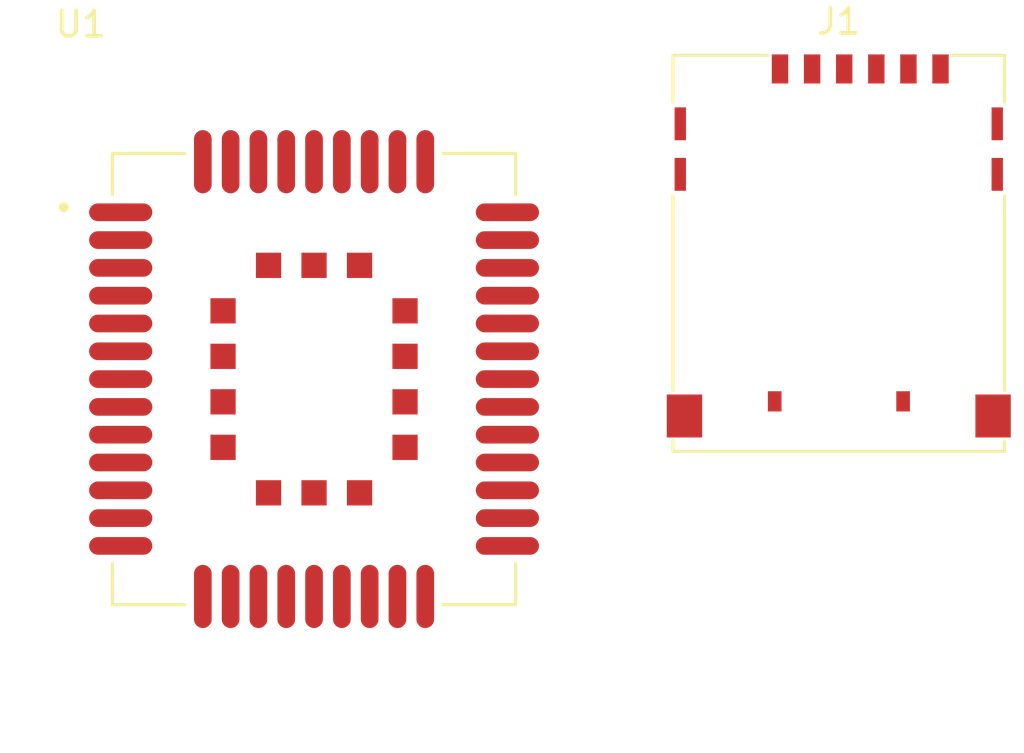
<source format=kicad_pcb>
(kicad_pcb (version 20171130) (host pcbnew 5.1.10)

  (general
    (thickness 1.6)
    (drawings 0)
    (tracks 0)
    (zones 0)
    (modules 2)
    (nets 35)
  )

  (page A4)
  (layers
    (0 F.Cu signal)
    (31 B.Cu signal)
    (32 B.Adhes user)
    (33 F.Adhes user)
    (34 B.Paste user)
    (35 F.Paste user)
    (36 B.SilkS user)
    (37 F.SilkS user)
    (38 B.Mask user)
    (39 F.Mask user)
    (40 Dwgs.User user)
    (41 Cmts.User user)
    (42 Eco1.User user)
    (43 Eco2.User user)
    (44 Edge.Cuts user)
    (45 Margin user)
    (46 B.CrtYd user)
    (47 F.CrtYd user)
    (48 B.Fab user)
    (49 F.Fab user)
  )

  (setup
    (last_trace_width 0.25)
    (trace_clearance 0.2)
    (zone_clearance 0.508)
    (zone_45_only no)
    (trace_min 0.2)
    (via_size 0.8)
    (via_drill 0.4)
    (via_min_size 0.4)
    (via_min_drill 0.3)
    (uvia_size 0.3)
    (uvia_drill 0.1)
    (uvias_allowed no)
    (uvia_min_size 0.2)
    (uvia_min_drill 0.1)
    (edge_width 0.05)
    (segment_width 0.2)
    (pcb_text_width 0.3)
    (pcb_text_size 1.5 1.5)
    (mod_edge_width 0.12)
    (mod_text_size 1 1)
    (mod_text_width 0.15)
    (pad_size 1.524 1.524)
    (pad_drill 0.762)
    (pad_to_mask_clearance 0)
    (aux_axis_origin 0 0)
    (visible_elements FFFFFF7F)
    (pcbplotparams
      (layerselection 0x010fc_ffffffff)
      (usegerberextensions false)
      (usegerberattributes true)
      (usegerberadvancedattributes true)
      (creategerberjobfile true)
      (excludeedgelayer true)
      (linewidth 0.100000)
      (plotframeref false)
      (viasonmask false)
      (mode 1)
      (useauxorigin false)
      (hpglpennumber 1)
      (hpglpenspeed 20)
      (hpglpendiameter 15.000000)
      (psnegative false)
      (psa4output false)
      (plotreference true)
      (plotvalue true)
      (plotinvisibletext false)
      (padsonsilk false)
      (subtractmaskfromsilk false)
      (outputformat 1)
      (mirror false)
      (drillshape 1)
      (scaleselection 1)
      (outputdirectory ""))
  )

  (net 0 "")
  (net 1 "Net-(J1-Pad7)")
  (net 2 "Net-(J1-Pad6)")
  (net 3 "Net-(J1-Pad5)")
  (net 4 "Net-(J1-Pad3)")
  (net 5 "Net-(J1-Pad2)")
  (net 6 "Net-(J1-Pad1)")
  (net 7 "Net-(J1-PadSH)")
  (net 8 "Net-(U1-Pad2)")
  (net 9 "Net-(U1-Pad51)")
  (net 10 "Net-(U1-Pad50)")
  (net 11 "Net-(U1-Pad49)")
  (net 12 "Net-(U1-Pad47)")
  (net 13 "Net-(U1-Pad43)")
  (net 14 "Net-(U1-Pad42)")
  (net 15 "Net-(U1-Pad1)")
  (net 16 "Net-(U1-Pad39)")
  (net 17 "Net-(U1-Pad38)")
  (net 18 "Net-(U1-Pad35)")
  (net 19 "Net-(U1-Pad29)")
  (net 20 "Net-(U1-Pad28)")
  (net 21 "Net-(U1-Pad24)")
  (net 22 "Net-(U1-Pad20)")
  (net 23 "Net-(U1-Pad19)")
  (net 24 "Net-(U1-Pad18)")
  (net 25 "Net-(U1-Pad17)")
  (net 26 "Net-(U1-Pad16)")
  (net 27 "Net-(U1-Pad15)")
  (net 28 "Net-(U1-Pad14)")
  (net 29 "Net-(U1-Pad13)")
  (net 30 "Net-(U1-Pad12)")
  (net 31 "Net-(U1-Pad11)")
  (net 32 "Net-(U1-Pad10)")
  (net 33 "Net-(U1-Pad9)")
  (net 34 "Net-(U1-Pad7)")

  (net_class Default "This is the default net class."
    (clearance 0.2)
    (trace_width 0.25)
    (via_dia 0.8)
    (via_drill 0.4)
    (uvia_dia 0.3)
    (uvia_drill 0.1)
    (add_net "Net-(J1-Pad1)")
    (add_net "Net-(J1-Pad2)")
    (add_net "Net-(J1-Pad3)")
    (add_net "Net-(J1-Pad5)")
    (add_net "Net-(J1-Pad6)")
    (add_net "Net-(J1-Pad7)")
    (add_net "Net-(J1-PadSH)")
    (add_net "Net-(U1-Pad1)")
    (add_net "Net-(U1-Pad10)")
    (add_net "Net-(U1-Pad11)")
    (add_net "Net-(U1-Pad12)")
    (add_net "Net-(U1-Pad13)")
    (add_net "Net-(U1-Pad14)")
    (add_net "Net-(U1-Pad15)")
    (add_net "Net-(U1-Pad16)")
    (add_net "Net-(U1-Pad17)")
    (add_net "Net-(U1-Pad18)")
    (add_net "Net-(U1-Pad19)")
    (add_net "Net-(U1-Pad2)")
    (add_net "Net-(U1-Pad20)")
    (add_net "Net-(U1-Pad24)")
    (add_net "Net-(U1-Pad28)")
    (add_net "Net-(U1-Pad29)")
    (add_net "Net-(U1-Pad35)")
    (add_net "Net-(U1-Pad38)")
    (add_net "Net-(U1-Pad39)")
    (add_net "Net-(U1-Pad42)")
    (add_net "Net-(U1-Pad43)")
    (add_net "Net-(U1-Pad47)")
    (add_net "Net-(U1-Pad49)")
    (add_net "Net-(U1-Pad50)")
    (add_net "Net-(U1-Pad51)")
    (add_net "Net-(U1-Pad7)")
    (add_net "Net-(U1-Pad9)")
  )

  (module footprints:XCVR_BC66NB-04-STD (layer F.Cu) (tedit 622F4CDD) (tstamp 622F8DE5)
    (at 142.34 92.85)
    (path /62309D67)
    (fp_text reference U1 (at -9.225 -14.035) (layer F.SilkS)
      (effects (font (size 1 1) (thickness 0.15)))
    )
    (fp_text value BC66NB-04-STD (at -1.07 13.965) (layer F.Fab)
      (effects (font (size 1 1) (thickness 0.15)))
    )
    (fp_line (start -7.975 -8.925) (end 7.975 -8.925) (layer F.Fab) (width 0.127))
    (fp_line (start 7.975 -8.925) (end 7.975 8.925) (layer F.Fab) (width 0.127))
    (fp_line (start 7.975 8.925) (end -7.975 8.925) (layer F.Fab) (width 0.127))
    (fp_line (start -7.975 8.925) (end -7.975 -8.925) (layer F.Fab) (width 0.127))
    (fp_line (start -12.4 -13.35) (end -12.4 13.35) (layer F.CrtYd) (width 0.05))
    (fp_line (start -12.4 13.35) (end 12.4 13.35) (layer F.CrtYd) (width 0.05))
    (fp_line (start 12.4 13.35) (end 12.4 -13.35) (layer F.CrtYd) (width 0.05))
    (fp_line (start 12.4 -13.35) (end -12.4 -13.35) (layer F.CrtYd) (width 0.05))
    (fp_line (start -5.1 -8.925) (end -7.975 -8.925) (layer F.SilkS) (width 0.127))
    (fp_line (start -7.975 -8.925) (end -7.975 -7.3) (layer F.SilkS) (width 0.127))
    (fp_line (start 5.1 -8.925) (end 7.975 -8.925) (layer F.SilkS) (width 0.127))
    (fp_line (start 7.975 -8.925) (end 7.975 -7.3) (layer F.SilkS) (width 0.127))
    (fp_line (start -7.975 7.3) (end -7.975 8.925) (layer F.SilkS) (width 0.127))
    (fp_line (start -7.975 8.925) (end -5.1 8.925) (layer F.SilkS) (width 0.127))
    (fp_line (start 5.1 8.925) (end 7.975 8.925) (layer F.SilkS) (width 0.127))
    (fp_line (start 7.975 8.925) (end 7.975 7.3) (layer F.SilkS) (width 0.127))
    (fp_circle (center -9.9 -6.8) (end -9.8 -6.8) (layer F.SilkS) (width 0.2))
    (fp_circle (center -9.9 -6.8) (end -9.8 -6.8) (layer F.Fab) (width 0.2))
    (fp_poly (pts (xy -9.3 -6.8975) (xy -6.7 -6.897) (xy -6.695 -6.897) (xy -6.69 -6.897)
      (xy -6.685 -6.897) (xy -6.68 -6.896) (xy -6.675 -6.895) (xy -6.67 -6.893)
      (xy -6.665 -6.892) (xy -6.66 -6.89) (xy -6.655 -6.888) (xy -6.651 -6.885)
      (xy -6.646 -6.883) (xy -6.642 -6.88) (xy -6.638 -6.877) (xy -6.634 -6.873)
      (xy -6.63 -6.87) (xy -6.627 -6.866) (xy -6.623 -6.862) (xy -6.62 -6.858)
      (xy -6.617 -6.854) (xy -6.614 -6.85) (xy -6.612 -6.845) (xy -6.609 -6.84)
      (xy -6.607 -6.836) (xy -6.605 -6.831) (xy -6.604 -6.826) (xy -6.603 -6.821)
      (xy -6.601 -6.816) (xy -6.601 -6.811) (xy -6.6 -6.806) (xy -6.6 -6.8)
      (xy -6.6 -6.4) (xy -6.6 -6.394) (xy -6.601 -6.389) (xy -6.601 -6.384)
      (xy -6.603 -6.379) (xy -6.604 -6.374) (xy -6.605 -6.369) (xy -6.607 -6.364)
      (xy -6.609 -6.36) (xy -6.612 -6.355) (xy -6.614 -6.35) (xy -6.617 -6.346)
      (xy -6.62 -6.342) (xy -6.623 -6.338) (xy -6.627 -6.334) (xy -6.63 -6.33)
      (xy -6.634 -6.327) (xy -6.638 -6.323) (xy -6.642 -6.32) (xy -6.646 -6.317)
      (xy -6.651 -6.315) (xy -6.655 -6.312) (xy -6.66 -6.31) (xy -6.665 -6.308)
      (xy -6.67 -6.307) (xy -6.675 -6.305) (xy -6.68 -6.304) (xy -6.685 -6.303)
      (xy -6.69 -6.303) (xy -6.695 -6.303) (xy -6.7 -6.303) (xy -9.3 -6.303)
      (xy -9.305 -6.303) (xy -9.31 -6.303) (xy -9.315 -6.303) (xy -9.32 -6.304)
      (xy -9.325 -6.305) (xy -9.33 -6.307) (xy -9.335 -6.308) (xy -9.34 -6.31)
      (xy -9.345 -6.312) (xy -9.349 -6.315) (xy -9.354 -6.317) (xy -9.358 -6.32)
      (xy -9.362 -6.323) (xy -9.366 -6.327) (xy -9.37 -6.33) (xy -9.373 -6.334)
      (xy -9.377 -6.338) (xy -9.38 -6.342) (xy -9.383 -6.346) (xy -9.386 -6.35)
      (xy -9.388 -6.355) (xy -9.391 -6.36) (xy -9.393 -6.364) (xy -9.395 -6.369)
      (xy -9.396 -6.374) (xy -9.397 -6.379) (xy -9.399 -6.384) (xy -9.399 -6.389)
      (xy -9.4 -6.394) (xy -9.4 -6.4) (xy -9.4 -6.8) (xy -9.4 -6.806)
      (xy -9.399 -6.811) (xy -9.399 -6.816) (xy -9.397 -6.821) (xy -9.396 -6.826)
      (xy -9.395 -6.831) (xy -9.393 -6.836) (xy -9.391 -6.84) (xy -9.388 -6.845)
      (xy -9.386 -6.85) (xy -9.383 -6.854) (xy -9.38 -6.858) (xy -9.377 -6.862)
      (xy -9.373 -6.866) (xy -9.37 -6.87) (xy -9.366 -6.873) (xy -9.362 -6.877)
      (xy -9.358 -6.88) (xy -9.354 -6.883) (xy -9.349 -6.885) (xy -9.345 -6.888)
      (xy -9.34 -6.89) (xy -9.335 -6.892) (xy -9.33 -6.893) (xy -9.325 -6.895)
      (xy -9.32 -6.896) (xy -9.315 -6.897) (xy -9.31 -6.897) (xy -9.305 -6.897)
      (xy -9.3 -6.897) (xy -9.3 -6.8975)) (layer F.Paste) (width 0.001))
    (fp_poly (pts (xy -9.3 -5.7975) (xy -6.7 -5.798) (xy -6.695 -5.797) (xy -6.69 -5.797)
      (xy -6.685 -5.797) (xy -6.68 -5.796) (xy -6.675 -5.795) (xy -6.67 -5.793)
      (xy -6.665 -5.792) (xy -6.66 -5.79) (xy -6.655 -5.788) (xy -6.651 -5.785)
      (xy -6.646 -5.783) (xy -6.642 -5.78) (xy -6.638 -5.777) (xy -6.634 -5.773)
      (xy -6.63 -5.77) (xy -6.627 -5.766) (xy -6.623 -5.762) (xy -6.62 -5.758)
      (xy -6.617 -5.754) (xy -6.614 -5.75) (xy -6.612 -5.745) (xy -6.609 -5.74)
      (xy -6.607 -5.736) (xy -6.605 -5.731) (xy -6.604 -5.726) (xy -6.603 -5.721)
      (xy -6.601 -5.716) (xy -6.601 -5.711) (xy -6.6 -5.706) (xy -6.6 -5.7)
      (xy -6.6 -5.3) (xy -6.6 -5.294) (xy -6.601 -5.289) (xy -6.601 -5.284)
      (xy -6.603 -5.279) (xy -6.604 -5.274) (xy -6.605 -5.269) (xy -6.607 -5.264)
      (xy -6.609 -5.26) (xy -6.612 -5.255) (xy -6.614 -5.25) (xy -6.617 -5.246)
      (xy -6.62 -5.242) (xy -6.623 -5.238) (xy -6.627 -5.234) (xy -6.63 -5.23)
      (xy -6.634 -5.227) (xy -6.638 -5.223) (xy -6.642 -5.22) (xy -6.646 -5.217)
      (xy -6.651 -5.215) (xy -6.655 -5.212) (xy -6.66 -5.21) (xy -6.665 -5.208)
      (xy -6.67 -5.207) (xy -6.675 -5.205) (xy -6.68 -5.204) (xy -6.685 -5.203)
      (xy -6.69 -5.203) (xy -6.695 -5.203) (xy -6.7 -5.202) (xy -9.3 -5.202)
      (xy -9.305 -5.203) (xy -9.31 -5.203) (xy -9.315 -5.203) (xy -9.32 -5.204)
      (xy -9.325 -5.205) (xy -9.33 -5.207) (xy -9.335 -5.208) (xy -9.34 -5.21)
      (xy -9.345 -5.212) (xy -9.349 -5.215) (xy -9.354 -5.217) (xy -9.358 -5.22)
      (xy -9.362 -5.223) (xy -9.366 -5.227) (xy -9.37 -5.23) (xy -9.373 -5.234)
      (xy -9.377 -5.238) (xy -9.38 -5.242) (xy -9.383 -5.246) (xy -9.386 -5.25)
      (xy -9.388 -5.255) (xy -9.391 -5.26) (xy -9.393 -5.264) (xy -9.395 -5.269)
      (xy -9.396 -5.274) (xy -9.397 -5.279) (xy -9.399 -5.284) (xy -9.399 -5.289)
      (xy -9.4 -5.294) (xy -9.4 -5.3) (xy -9.4 -5.7) (xy -9.4 -5.706)
      (xy -9.399 -5.711) (xy -9.399 -5.716) (xy -9.397 -5.721) (xy -9.396 -5.726)
      (xy -9.395 -5.731) (xy -9.393 -5.736) (xy -9.391 -5.74) (xy -9.388 -5.745)
      (xy -9.386 -5.75) (xy -9.383 -5.754) (xy -9.38 -5.758) (xy -9.377 -5.762)
      (xy -9.373 -5.766) (xy -9.37 -5.77) (xy -9.366 -5.773) (xy -9.362 -5.777)
      (xy -9.358 -5.78) (xy -9.354 -5.783) (xy -9.349 -5.785) (xy -9.345 -5.788)
      (xy -9.34 -5.79) (xy -9.335 -5.792) (xy -9.33 -5.793) (xy -9.325 -5.795)
      (xy -9.32 -5.796) (xy -9.315 -5.797) (xy -9.31 -5.797) (xy -9.305 -5.797)
      (xy -9.3 -5.798) (xy -9.3 -5.7975)) (layer F.Paste) (width 0.001))
    (fp_poly (pts (xy -9.3 -4.6975) (xy -6.7 -4.697) (xy -6.695 -4.697) (xy -6.69 -4.697)
      (xy -6.685 -4.697) (xy -6.68 -4.696) (xy -6.675 -4.695) (xy -6.67 -4.693)
      (xy -6.665 -4.692) (xy -6.66 -4.69) (xy -6.655 -4.688) (xy -6.651 -4.685)
      (xy -6.646 -4.683) (xy -6.642 -4.68) (xy -6.638 -4.677) (xy -6.634 -4.673)
      (xy -6.63 -4.67) (xy -6.627 -4.666) (xy -6.623 -4.662) (xy -6.62 -4.658)
      (xy -6.617 -4.654) (xy -6.614 -4.65) (xy -6.612 -4.645) (xy -6.609 -4.64)
      (xy -6.607 -4.636) (xy -6.605 -4.631) (xy -6.604 -4.626) (xy -6.603 -4.621)
      (xy -6.601 -4.616) (xy -6.601 -4.611) (xy -6.6 -4.606) (xy -6.6 -4.6)
      (xy -6.6 -4.2) (xy -6.6 -4.194) (xy -6.601 -4.189) (xy -6.601 -4.184)
      (xy -6.603 -4.179) (xy -6.604 -4.174) (xy -6.605 -4.169) (xy -6.607 -4.164)
      (xy -6.609 -4.16) (xy -6.612 -4.155) (xy -6.614 -4.15) (xy -6.617 -4.146)
      (xy -6.62 -4.142) (xy -6.623 -4.138) (xy -6.627 -4.134) (xy -6.63 -4.13)
      (xy -6.634 -4.127) (xy -6.638 -4.123) (xy -6.642 -4.12) (xy -6.646 -4.117)
      (xy -6.651 -4.115) (xy -6.655 -4.112) (xy -6.66 -4.11) (xy -6.665 -4.108)
      (xy -6.67 -4.107) (xy -6.675 -4.105) (xy -6.68 -4.104) (xy -6.685 -4.103)
      (xy -6.69 -4.103) (xy -6.695 -4.103) (xy -6.7 -4.103) (xy -9.3 -4.103)
      (xy -9.305 -4.103) (xy -9.31 -4.103) (xy -9.315 -4.103) (xy -9.32 -4.104)
      (xy -9.325 -4.105) (xy -9.33 -4.107) (xy -9.335 -4.108) (xy -9.34 -4.11)
      (xy -9.345 -4.112) (xy -9.349 -4.115) (xy -9.354 -4.117) (xy -9.358 -4.12)
      (xy -9.362 -4.123) (xy -9.366 -4.127) (xy -9.37 -4.13) (xy -9.373 -4.134)
      (xy -9.377 -4.138) (xy -9.38 -4.142) (xy -9.383 -4.146) (xy -9.386 -4.15)
      (xy -9.388 -4.155) (xy -9.391 -4.16) (xy -9.393 -4.164) (xy -9.395 -4.169)
      (xy -9.396 -4.174) (xy -9.397 -4.179) (xy -9.399 -4.184) (xy -9.399 -4.189)
      (xy -9.4 -4.194) (xy -9.4 -4.2) (xy -9.4 -4.6) (xy -9.4 -4.606)
      (xy -9.399 -4.611) (xy -9.399 -4.616) (xy -9.397 -4.621) (xy -9.396 -4.626)
      (xy -9.395 -4.631) (xy -9.393 -4.636) (xy -9.391 -4.64) (xy -9.388 -4.645)
      (xy -9.386 -4.65) (xy -9.383 -4.654) (xy -9.38 -4.658) (xy -9.377 -4.662)
      (xy -9.373 -4.666) (xy -9.37 -4.67) (xy -9.366 -4.673) (xy -9.362 -4.677)
      (xy -9.358 -4.68) (xy -9.354 -4.683) (xy -9.349 -4.685) (xy -9.345 -4.688)
      (xy -9.34 -4.69) (xy -9.335 -4.692) (xy -9.33 -4.693) (xy -9.325 -4.695)
      (xy -9.32 -4.696) (xy -9.315 -4.697) (xy -9.31 -4.697) (xy -9.305 -4.697)
      (xy -9.3 -4.697) (xy -9.3 -4.6975)) (layer F.Paste) (width 0.001))
    (fp_poly (pts (xy -9.3 -3.5975) (xy -6.7 -3.598) (xy -6.695 -3.597) (xy -6.69 -3.597)
      (xy -6.685 -3.597) (xy -6.68 -3.596) (xy -6.675 -3.595) (xy -6.67 -3.593)
      (xy -6.665 -3.592) (xy -6.66 -3.59) (xy -6.655 -3.588) (xy -6.651 -3.585)
      (xy -6.646 -3.583) (xy -6.642 -3.58) (xy -6.638 -3.577) (xy -6.634 -3.573)
      (xy -6.63 -3.57) (xy -6.627 -3.566) (xy -6.623 -3.562) (xy -6.62 -3.558)
      (xy -6.617 -3.554) (xy -6.614 -3.55) (xy -6.612 -3.545) (xy -6.609 -3.54)
      (xy -6.607 -3.536) (xy -6.605 -3.531) (xy -6.604 -3.526) (xy -6.603 -3.521)
      (xy -6.601 -3.516) (xy -6.601 -3.511) (xy -6.6 -3.506) (xy -6.6 -3.5)
      (xy -6.6 -3.1) (xy -6.6 -3.094) (xy -6.601 -3.089) (xy -6.601 -3.084)
      (xy -6.603 -3.079) (xy -6.604 -3.074) (xy -6.605 -3.069) (xy -6.607 -3.064)
      (xy -6.609 -3.06) (xy -6.612 -3.055) (xy -6.614 -3.05) (xy -6.617 -3.046)
      (xy -6.62 -3.042) (xy -6.623 -3.038) (xy -6.627 -3.034) (xy -6.63 -3.03)
      (xy -6.634 -3.027) (xy -6.638 -3.023) (xy -6.642 -3.02) (xy -6.646 -3.017)
      (xy -6.651 -3.015) (xy -6.655 -3.012) (xy -6.66 -3.01) (xy -6.665 -3.008)
      (xy -6.67 -3.007) (xy -6.675 -3.005) (xy -6.68 -3.004) (xy -6.685 -3.003)
      (xy -6.69 -3.003) (xy -6.695 -3.003) (xy -6.7 -3.002) (xy -9.3 -3.002)
      (xy -9.305 -3.003) (xy -9.31 -3.003) (xy -9.315 -3.003) (xy -9.32 -3.004)
      (xy -9.325 -3.005) (xy -9.33 -3.007) (xy -9.335 -3.008) (xy -9.34 -3.01)
      (xy -9.345 -3.012) (xy -9.349 -3.015) (xy -9.354 -3.017) (xy -9.358 -3.02)
      (xy -9.362 -3.023) (xy -9.366 -3.027) (xy -9.37 -3.03) (xy -9.373 -3.034)
      (xy -9.377 -3.038) (xy -9.38 -3.042) (xy -9.383 -3.046) (xy -9.386 -3.05)
      (xy -9.388 -3.055) (xy -9.391 -3.06) (xy -9.393 -3.064) (xy -9.395 -3.069)
      (xy -9.396 -3.074) (xy -9.397 -3.079) (xy -9.399 -3.084) (xy -9.399 -3.089)
      (xy -9.4 -3.094) (xy -9.4 -3.1) (xy -9.4 -3.5) (xy -9.4 -3.506)
      (xy -9.399 -3.511) (xy -9.399 -3.516) (xy -9.397 -3.521) (xy -9.396 -3.526)
      (xy -9.395 -3.531) (xy -9.393 -3.536) (xy -9.391 -3.54) (xy -9.388 -3.545)
      (xy -9.386 -3.55) (xy -9.383 -3.554) (xy -9.38 -3.558) (xy -9.377 -3.562)
      (xy -9.373 -3.566) (xy -9.37 -3.57) (xy -9.366 -3.573) (xy -9.362 -3.577)
      (xy -9.358 -3.58) (xy -9.354 -3.583) (xy -9.349 -3.585) (xy -9.345 -3.588)
      (xy -9.34 -3.59) (xy -9.335 -3.592) (xy -9.33 -3.593) (xy -9.325 -3.595)
      (xy -9.32 -3.596) (xy -9.315 -3.597) (xy -9.31 -3.597) (xy -9.305 -3.597)
      (xy -9.3 -3.598) (xy -9.3 -3.5975)) (layer F.Paste) (width 0.001))
    (fp_poly (pts (xy -9.3 -2.4975) (xy -6.7 -2.498) (xy -6.695 -2.497) (xy -6.69 -2.497)
      (xy -6.685 -2.497) (xy -6.68 -2.496) (xy -6.675 -2.495) (xy -6.67 -2.493)
      (xy -6.665 -2.492) (xy -6.66 -2.49) (xy -6.655 -2.488) (xy -6.651 -2.485)
      (xy -6.646 -2.483) (xy -6.642 -2.48) (xy -6.638 -2.477) (xy -6.634 -2.473)
      (xy -6.63 -2.47) (xy -6.627 -2.466) (xy -6.623 -2.462) (xy -6.62 -2.458)
      (xy -6.617 -2.454) (xy -6.614 -2.45) (xy -6.612 -2.445) (xy -6.609 -2.44)
      (xy -6.607 -2.436) (xy -6.605 -2.431) (xy -6.604 -2.426) (xy -6.603 -2.421)
      (xy -6.601 -2.416) (xy -6.601 -2.411) (xy -6.6 -2.406) (xy -6.6 -2.4)
      (xy -6.6 -2) (xy -6.6 -1.994) (xy -6.601 -1.989) (xy -6.601 -1.984)
      (xy -6.603 -1.979) (xy -6.604 -1.974) (xy -6.605 -1.969) (xy -6.607 -1.964)
      (xy -6.609 -1.96) (xy -6.612 -1.955) (xy -6.614 -1.95) (xy -6.617 -1.946)
      (xy -6.62 -1.942) (xy -6.623 -1.938) (xy -6.627 -1.934) (xy -6.63 -1.93)
      (xy -6.634 -1.927) (xy -6.638 -1.923) (xy -6.642 -1.92) (xy -6.646 -1.917)
      (xy -6.651 -1.915) (xy -6.655 -1.912) (xy -6.66 -1.91) (xy -6.665 -1.908)
      (xy -6.67 -1.907) (xy -6.675 -1.905) (xy -6.68 -1.904) (xy -6.685 -1.903)
      (xy -6.69 -1.903) (xy -6.695 -1.903) (xy -6.7 -1.903) (xy -9.3 -1.903)
      (xy -9.305 -1.903) (xy -9.31 -1.903) (xy -9.315 -1.903) (xy -9.32 -1.904)
      (xy -9.325 -1.905) (xy -9.33 -1.907) (xy -9.335 -1.908) (xy -9.34 -1.91)
      (xy -9.345 -1.912) (xy -9.349 -1.915) (xy -9.354 -1.917) (xy -9.358 -1.92)
      (xy -9.362 -1.923) (xy -9.366 -1.927) (xy -9.37 -1.93) (xy -9.373 -1.934)
      (xy -9.377 -1.938) (xy -9.38 -1.942) (xy -9.383 -1.946) (xy -9.386 -1.95)
      (xy -9.388 -1.955) (xy -9.391 -1.96) (xy -9.393 -1.964) (xy -9.395 -1.969)
      (xy -9.396 -1.974) (xy -9.397 -1.979) (xy -9.399 -1.984) (xy -9.399 -1.989)
      (xy -9.4 -1.994) (xy -9.4 -2) (xy -9.4 -2.4) (xy -9.4 -2.406)
      (xy -9.399 -2.411) (xy -9.399 -2.416) (xy -9.397 -2.421) (xy -9.396 -2.426)
      (xy -9.395 -2.431) (xy -9.393 -2.436) (xy -9.391 -2.44) (xy -9.388 -2.445)
      (xy -9.386 -2.45) (xy -9.383 -2.454) (xy -9.38 -2.458) (xy -9.377 -2.462)
      (xy -9.373 -2.466) (xy -9.37 -2.47) (xy -9.366 -2.473) (xy -9.362 -2.477)
      (xy -9.358 -2.48) (xy -9.354 -2.483) (xy -9.349 -2.485) (xy -9.345 -2.488)
      (xy -9.34 -2.49) (xy -9.335 -2.492) (xy -9.33 -2.493) (xy -9.325 -2.495)
      (xy -9.32 -2.496) (xy -9.315 -2.497) (xy -9.31 -2.497) (xy -9.305 -2.497)
      (xy -9.3 -2.498) (xy -9.3 -2.4975)) (layer F.Paste) (width 0.001))
    (fp_poly (pts (xy -9.3 -1.3975) (xy -6.7 -1.397) (xy -6.695 -1.397) (xy -6.69 -1.397)
      (xy -6.685 -1.397) (xy -6.68 -1.396) (xy -6.675 -1.395) (xy -6.67 -1.393)
      (xy -6.665 -1.392) (xy -6.66 -1.39) (xy -6.655 -1.388) (xy -6.651 -1.385)
      (xy -6.646 -1.383) (xy -6.642 -1.38) (xy -6.638 -1.377) (xy -6.634 -1.373)
      (xy -6.63 -1.37) (xy -6.627 -1.366) (xy -6.623 -1.362) (xy -6.62 -1.358)
      (xy -6.617 -1.354) (xy -6.614 -1.35) (xy -6.612 -1.345) (xy -6.609 -1.34)
      (xy -6.607 -1.336) (xy -6.605 -1.331) (xy -6.604 -1.326) (xy -6.603 -1.321)
      (xy -6.601 -1.316) (xy -6.601 -1.311) (xy -6.6 -1.306) (xy -6.6 -1.3)
      (xy -6.6 -0.9) (xy -6.6 -0.894) (xy -6.601 -0.889) (xy -6.601 -0.884)
      (xy -6.603 -0.879) (xy -6.604 -0.874) (xy -6.605 -0.869) (xy -6.607 -0.864)
      (xy -6.609 -0.86) (xy -6.612 -0.855) (xy -6.614 -0.85) (xy -6.617 -0.846)
      (xy -6.62 -0.842) (xy -6.623 -0.838) (xy -6.627 -0.834) (xy -6.63 -0.83)
      (xy -6.634 -0.827) (xy -6.638 -0.823) (xy -6.642 -0.82) (xy -6.646 -0.817)
      (xy -6.651 -0.815) (xy -6.655 -0.812) (xy -6.66 -0.81) (xy -6.665 -0.808)
      (xy -6.67 -0.807) (xy -6.675 -0.805) (xy -6.68 -0.804) (xy -6.685 -0.803)
      (xy -6.69 -0.803) (xy -6.695 -0.803) (xy -6.7 -0.802) (xy -9.3 -0.802)
      (xy -9.305 -0.803) (xy -9.31 -0.803) (xy -9.315 -0.803) (xy -9.32 -0.804)
      (xy -9.325 -0.805) (xy -9.33 -0.807) (xy -9.335 -0.808) (xy -9.34 -0.81)
      (xy -9.345 -0.812) (xy -9.349 -0.815) (xy -9.354 -0.817) (xy -9.358 -0.82)
      (xy -9.362 -0.823) (xy -9.366 -0.827) (xy -9.37 -0.83) (xy -9.373 -0.834)
      (xy -9.377 -0.838) (xy -9.38 -0.842) (xy -9.383 -0.846) (xy -9.386 -0.85)
      (xy -9.388 -0.855) (xy -9.391 -0.86) (xy -9.393 -0.864) (xy -9.395 -0.869)
      (xy -9.396 -0.874) (xy -9.397 -0.879) (xy -9.399 -0.884) (xy -9.399 -0.889)
      (xy -9.4 -0.894) (xy -9.4 -0.9) (xy -9.4 -1.3) (xy -9.4 -1.306)
      (xy -9.399 -1.311) (xy -9.399 -1.316) (xy -9.397 -1.321) (xy -9.396 -1.326)
      (xy -9.395 -1.331) (xy -9.393 -1.336) (xy -9.391 -1.34) (xy -9.388 -1.345)
      (xy -9.386 -1.35) (xy -9.383 -1.354) (xy -9.38 -1.358) (xy -9.377 -1.362)
      (xy -9.373 -1.366) (xy -9.37 -1.37) (xy -9.366 -1.373) (xy -9.362 -1.377)
      (xy -9.358 -1.38) (xy -9.354 -1.383) (xy -9.349 -1.385) (xy -9.345 -1.388)
      (xy -9.34 -1.39) (xy -9.335 -1.392) (xy -9.33 -1.393) (xy -9.325 -1.395)
      (xy -9.32 -1.396) (xy -9.315 -1.397) (xy -9.31 -1.397) (xy -9.305 -1.397)
      (xy -9.3 -1.397) (xy -9.3 -1.3975)) (layer F.Paste) (width 0.001))
    (fp_poly (pts (xy -9.3 -0.2975) (xy -6.7 -0.297) (xy -6.695 -0.297) (xy -6.69 -0.297)
      (xy -6.685 -0.297) (xy -6.68 -0.296) (xy -6.675 -0.295) (xy -6.67 -0.293)
      (xy -6.665 -0.292) (xy -6.66 -0.29) (xy -6.655 -0.288) (xy -6.651 -0.285)
      (xy -6.646 -0.283) (xy -6.642 -0.28) (xy -6.638 -0.277) (xy -6.634 -0.273)
      (xy -6.63 -0.27) (xy -6.627 -0.266) (xy -6.623 -0.262) (xy -6.62 -0.258)
      (xy -6.617 -0.254) (xy -6.614 -0.25) (xy -6.612 -0.245) (xy -6.609 -0.24)
      (xy -6.607 -0.236) (xy -6.605 -0.231) (xy -6.604 -0.226) (xy -6.603 -0.221)
      (xy -6.601 -0.216) (xy -6.601 -0.211) (xy -6.6 -0.206) (xy -6.6 -0.2)
      (xy -6.6 0.2) (xy -6.6 0.206) (xy -6.601 0.211) (xy -6.601 0.216)
      (xy -6.603 0.221) (xy -6.604 0.226) (xy -6.605 0.231) (xy -6.607 0.236)
      (xy -6.609 0.24) (xy -6.612 0.245) (xy -6.614 0.25) (xy -6.617 0.254)
      (xy -6.62 0.258) (xy -6.623 0.262) (xy -6.627 0.266) (xy -6.63 0.27)
      (xy -6.634 0.273) (xy -6.638 0.277) (xy -6.642 0.28) (xy -6.646 0.283)
      (xy -6.651 0.285) (xy -6.655 0.288) (xy -6.66 0.29) (xy -6.665 0.292)
      (xy -6.67 0.293) (xy -6.675 0.295) (xy -6.68 0.296) (xy -6.685 0.297)
      (xy -6.69 0.297) (xy -6.695 0.297) (xy -6.7 0.297) (xy -9.3 0.297)
      (xy -9.305 0.297) (xy -9.31 0.297) (xy -9.315 0.297) (xy -9.32 0.296)
      (xy -9.325 0.295) (xy -9.33 0.293) (xy -9.335 0.292) (xy -9.34 0.29)
      (xy -9.345 0.288) (xy -9.349 0.285) (xy -9.354 0.283) (xy -9.358 0.28)
      (xy -9.362 0.277) (xy -9.366 0.273) (xy -9.37 0.27) (xy -9.373 0.266)
      (xy -9.377 0.262) (xy -9.38 0.258) (xy -9.383 0.254) (xy -9.386 0.25)
      (xy -9.388 0.245) (xy -9.391 0.24) (xy -9.393 0.236) (xy -9.395 0.231)
      (xy -9.396 0.226) (xy -9.397 0.221) (xy -9.399 0.216) (xy -9.399 0.211)
      (xy -9.4 0.206) (xy -9.4 0.2) (xy -9.4 -0.2) (xy -9.4 -0.206)
      (xy -9.399 -0.211) (xy -9.399 -0.216) (xy -9.397 -0.221) (xy -9.396 -0.226)
      (xy -9.395 -0.231) (xy -9.393 -0.236) (xy -9.391 -0.24) (xy -9.388 -0.245)
      (xy -9.386 -0.25) (xy -9.383 -0.254) (xy -9.38 -0.258) (xy -9.377 -0.262)
      (xy -9.373 -0.266) (xy -9.37 -0.27) (xy -9.366 -0.273) (xy -9.362 -0.277)
      (xy -9.358 -0.28) (xy -9.354 -0.283) (xy -9.349 -0.285) (xy -9.345 -0.288)
      (xy -9.34 -0.29) (xy -9.335 -0.292) (xy -9.33 -0.293) (xy -9.325 -0.295)
      (xy -9.32 -0.296) (xy -9.315 -0.297) (xy -9.31 -0.297) (xy -9.305 -0.297)
      (xy -9.3 -0.297) (xy -9.3 -0.2975)) (layer F.Paste) (width 0.001))
    (fp_poly (pts (xy -9.3 0.8025) (xy -6.7 0.802) (xy -6.695 0.803) (xy -6.69 0.803)
      (xy -6.685 0.803) (xy -6.68 0.804) (xy -6.675 0.805) (xy -6.67 0.807)
      (xy -6.665 0.808) (xy -6.66 0.81) (xy -6.655 0.812) (xy -6.651 0.815)
      (xy -6.646 0.817) (xy -6.642 0.82) (xy -6.638 0.823) (xy -6.634 0.827)
      (xy -6.63 0.83) (xy -6.627 0.834) (xy -6.623 0.838) (xy -6.62 0.842)
      (xy -6.617 0.846) (xy -6.614 0.85) (xy -6.612 0.855) (xy -6.609 0.86)
      (xy -6.607 0.864) (xy -6.605 0.869) (xy -6.604 0.874) (xy -6.603 0.879)
      (xy -6.601 0.884) (xy -6.601 0.889) (xy -6.6 0.894) (xy -6.6 0.9)
      (xy -6.6 1.3) (xy -6.6 1.306) (xy -6.601 1.311) (xy -6.601 1.316)
      (xy -6.603 1.321) (xy -6.604 1.326) (xy -6.605 1.331) (xy -6.607 1.336)
      (xy -6.609 1.34) (xy -6.612 1.345) (xy -6.614 1.35) (xy -6.617 1.354)
      (xy -6.62 1.358) (xy -6.623 1.362) (xy -6.627 1.366) (xy -6.63 1.37)
      (xy -6.634 1.373) (xy -6.638 1.377) (xy -6.642 1.38) (xy -6.646 1.383)
      (xy -6.651 1.385) (xy -6.655 1.388) (xy -6.66 1.39) (xy -6.665 1.392)
      (xy -6.67 1.393) (xy -6.675 1.395) (xy -6.68 1.396) (xy -6.685 1.397)
      (xy -6.69 1.397) (xy -6.695 1.397) (xy -6.7 1.397) (xy -9.3 1.397)
      (xy -9.305 1.397) (xy -9.31 1.397) (xy -9.315 1.397) (xy -9.32 1.396)
      (xy -9.325 1.395) (xy -9.33 1.393) (xy -9.335 1.392) (xy -9.34 1.39)
      (xy -9.345 1.388) (xy -9.349 1.385) (xy -9.354 1.383) (xy -9.358 1.38)
      (xy -9.362 1.377) (xy -9.366 1.373) (xy -9.37 1.37) (xy -9.373 1.366)
      (xy -9.377 1.362) (xy -9.38 1.358) (xy -9.383 1.354) (xy -9.386 1.35)
      (xy -9.388 1.345) (xy -9.391 1.34) (xy -9.393 1.336) (xy -9.395 1.331)
      (xy -9.396 1.326) (xy -9.397 1.321) (xy -9.399 1.316) (xy -9.399 1.311)
      (xy -9.4 1.306) (xy -9.4 1.3) (xy -9.4 0.9) (xy -9.4 0.894)
      (xy -9.399 0.889) (xy -9.399 0.884) (xy -9.397 0.879) (xy -9.396 0.874)
      (xy -9.395 0.869) (xy -9.393 0.864) (xy -9.391 0.86) (xy -9.388 0.855)
      (xy -9.386 0.85) (xy -9.383 0.846) (xy -9.38 0.842) (xy -9.377 0.838)
      (xy -9.373 0.834) (xy -9.37 0.83) (xy -9.366 0.827) (xy -9.362 0.823)
      (xy -9.358 0.82) (xy -9.354 0.817) (xy -9.349 0.815) (xy -9.345 0.812)
      (xy -9.34 0.81) (xy -9.335 0.808) (xy -9.33 0.807) (xy -9.325 0.805)
      (xy -9.32 0.804) (xy -9.315 0.803) (xy -9.31 0.803) (xy -9.305 0.803)
      (xy -9.3 0.802) (xy -9.3 0.8025)) (layer F.Paste) (width 0.001))
    (fp_poly (pts (xy -9.3 1.9025) (xy -6.7 1.903) (xy -6.695 1.903) (xy -6.69 1.903)
      (xy -6.685 1.903) (xy -6.68 1.904) (xy -6.675 1.905) (xy -6.67 1.907)
      (xy -6.665 1.908) (xy -6.66 1.91) (xy -6.655 1.912) (xy -6.651 1.915)
      (xy -6.646 1.917) (xy -6.642 1.92) (xy -6.638 1.923) (xy -6.634 1.927)
      (xy -6.63 1.93) (xy -6.627 1.934) (xy -6.623 1.938) (xy -6.62 1.942)
      (xy -6.617 1.946) (xy -6.614 1.95) (xy -6.612 1.955) (xy -6.609 1.96)
      (xy -6.607 1.964) (xy -6.605 1.969) (xy -6.604 1.974) (xy -6.603 1.979)
      (xy -6.601 1.984) (xy -6.601 1.989) (xy -6.6 1.994) (xy -6.6 2)
      (xy -6.6 2.4) (xy -6.6 2.406) (xy -6.601 2.411) (xy -6.601 2.416)
      (xy -6.603 2.421) (xy -6.604 2.426) (xy -6.605 2.431) (xy -6.607 2.436)
      (xy -6.609 2.44) (xy -6.612 2.445) (xy -6.614 2.45) (xy -6.617 2.454)
      (xy -6.62 2.458) (xy -6.623 2.462) (xy -6.627 2.466) (xy -6.63 2.47)
      (xy -6.634 2.473) (xy -6.638 2.477) (xy -6.642 2.48) (xy -6.646 2.483)
      (xy -6.651 2.485) (xy -6.655 2.488) (xy -6.66 2.49) (xy -6.665 2.492)
      (xy -6.67 2.493) (xy -6.675 2.495) (xy -6.68 2.496) (xy -6.685 2.497)
      (xy -6.69 2.497) (xy -6.695 2.497) (xy -6.7 2.498) (xy -9.3 2.498)
      (xy -9.305 2.497) (xy -9.31 2.497) (xy -9.315 2.497) (xy -9.32 2.496)
      (xy -9.325 2.495) (xy -9.33 2.493) (xy -9.335 2.492) (xy -9.34 2.49)
      (xy -9.345 2.488) (xy -9.349 2.485) (xy -9.354 2.483) (xy -9.358 2.48)
      (xy -9.362 2.477) (xy -9.366 2.473) (xy -9.37 2.47) (xy -9.373 2.466)
      (xy -9.377 2.462) (xy -9.38 2.458) (xy -9.383 2.454) (xy -9.386 2.45)
      (xy -9.388 2.445) (xy -9.391 2.44) (xy -9.393 2.436) (xy -9.395 2.431)
      (xy -9.396 2.426) (xy -9.397 2.421) (xy -9.399 2.416) (xy -9.399 2.411)
      (xy -9.4 2.406) (xy -9.4 2.4) (xy -9.4 2) (xy -9.4 1.994)
      (xy -9.399 1.989) (xy -9.399 1.984) (xy -9.397 1.979) (xy -9.396 1.974)
      (xy -9.395 1.969) (xy -9.393 1.964) (xy -9.391 1.96) (xy -9.388 1.955)
      (xy -9.386 1.95) (xy -9.383 1.946) (xy -9.38 1.942) (xy -9.377 1.938)
      (xy -9.373 1.934) (xy -9.37 1.93) (xy -9.366 1.927) (xy -9.362 1.923)
      (xy -9.358 1.92) (xy -9.354 1.917) (xy -9.349 1.915) (xy -9.345 1.912)
      (xy -9.34 1.91) (xy -9.335 1.908) (xy -9.33 1.907) (xy -9.325 1.905)
      (xy -9.32 1.904) (xy -9.315 1.903) (xy -9.31 1.903) (xy -9.305 1.903)
      (xy -9.3 1.903) (xy -9.3 1.9025)) (layer F.Paste) (width 0.001))
    (fp_poly (pts (xy -9.3 3.0025) (xy -6.7 3.002) (xy -6.695 3.003) (xy -6.69 3.003)
      (xy -6.685 3.003) (xy -6.68 3.004) (xy -6.675 3.005) (xy -6.67 3.007)
      (xy -6.665 3.008) (xy -6.66 3.01) (xy -6.655 3.012) (xy -6.651 3.015)
      (xy -6.646 3.017) (xy -6.642 3.02) (xy -6.638 3.023) (xy -6.634 3.027)
      (xy -6.63 3.03) (xy -6.627 3.034) (xy -6.623 3.038) (xy -6.62 3.042)
      (xy -6.617 3.046) (xy -6.614 3.05) (xy -6.612 3.055) (xy -6.609 3.06)
      (xy -6.607 3.064) (xy -6.605 3.069) (xy -6.604 3.074) (xy -6.603 3.079)
      (xy -6.601 3.084) (xy -6.601 3.089) (xy -6.6 3.094) (xy -6.6 3.1)
      (xy -6.6 3.5) (xy -6.6 3.506) (xy -6.601 3.511) (xy -6.601 3.516)
      (xy -6.603 3.521) (xy -6.604 3.526) (xy -6.605 3.531) (xy -6.607 3.536)
      (xy -6.609 3.54) (xy -6.612 3.545) (xy -6.614 3.55) (xy -6.617 3.554)
      (xy -6.62 3.558) (xy -6.623 3.562) (xy -6.627 3.566) (xy -6.63 3.57)
      (xy -6.634 3.573) (xy -6.638 3.577) (xy -6.642 3.58) (xy -6.646 3.583)
      (xy -6.651 3.585) (xy -6.655 3.588) (xy -6.66 3.59) (xy -6.665 3.592)
      (xy -6.67 3.593) (xy -6.675 3.595) (xy -6.68 3.596) (xy -6.685 3.597)
      (xy -6.69 3.597) (xy -6.695 3.597) (xy -6.7 3.598) (xy -9.3 3.598)
      (xy -9.305 3.597) (xy -9.31 3.597) (xy -9.315 3.597) (xy -9.32 3.596)
      (xy -9.325 3.595) (xy -9.33 3.593) (xy -9.335 3.592) (xy -9.34 3.59)
      (xy -9.345 3.588) (xy -9.349 3.585) (xy -9.354 3.583) (xy -9.358 3.58)
      (xy -9.362 3.577) (xy -9.366 3.573) (xy -9.37 3.57) (xy -9.373 3.566)
      (xy -9.377 3.562) (xy -9.38 3.558) (xy -9.383 3.554) (xy -9.386 3.55)
      (xy -9.388 3.545) (xy -9.391 3.54) (xy -9.393 3.536) (xy -9.395 3.531)
      (xy -9.396 3.526) (xy -9.397 3.521) (xy -9.399 3.516) (xy -9.399 3.511)
      (xy -9.4 3.506) (xy -9.4 3.5) (xy -9.4 3.1) (xy -9.4 3.094)
      (xy -9.399 3.089) (xy -9.399 3.084) (xy -9.397 3.079) (xy -9.396 3.074)
      (xy -9.395 3.069) (xy -9.393 3.064) (xy -9.391 3.06) (xy -9.388 3.055)
      (xy -9.386 3.05) (xy -9.383 3.046) (xy -9.38 3.042) (xy -9.377 3.038)
      (xy -9.373 3.034) (xy -9.37 3.03) (xy -9.366 3.027) (xy -9.362 3.023)
      (xy -9.358 3.02) (xy -9.354 3.017) (xy -9.349 3.015) (xy -9.345 3.012)
      (xy -9.34 3.01) (xy -9.335 3.008) (xy -9.33 3.007) (xy -9.325 3.005)
      (xy -9.32 3.004) (xy -9.315 3.003) (xy -9.31 3.003) (xy -9.305 3.003)
      (xy -9.3 3.002) (xy -9.3 3.0025)) (layer F.Paste) (width 0.001))
    (fp_poly (pts (xy -9.3 4.1025) (xy -6.7 4.103) (xy -6.695 4.103) (xy -6.69 4.103)
      (xy -6.685 4.103) (xy -6.68 4.104) (xy -6.675 4.105) (xy -6.67 4.107)
      (xy -6.665 4.108) (xy -6.66 4.11) (xy -6.655 4.112) (xy -6.651 4.115)
      (xy -6.646 4.117) (xy -6.642 4.12) (xy -6.638 4.123) (xy -6.634 4.127)
      (xy -6.63 4.13) (xy -6.627 4.134) (xy -6.623 4.138) (xy -6.62 4.142)
      (xy -6.617 4.146) (xy -6.614 4.15) (xy -6.612 4.155) (xy -6.609 4.16)
      (xy -6.607 4.164) (xy -6.605 4.169) (xy -6.604 4.174) (xy -6.603 4.179)
      (xy -6.601 4.184) (xy -6.601 4.189) (xy -6.6 4.194) (xy -6.6 4.2)
      (xy -6.6 4.6) (xy -6.6 4.606) (xy -6.601 4.611) (xy -6.601 4.616)
      (xy -6.603 4.621) (xy -6.604 4.626) (xy -6.605 4.631) (xy -6.607 4.636)
      (xy -6.609 4.64) (xy -6.612 4.645) (xy -6.614 4.65) (xy -6.617 4.654)
      (xy -6.62 4.658) (xy -6.623 4.662) (xy -6.627 4.666) (xy -6.63 4.67)
      (xy -6.634 4.673) (xy -6.638 4.677) (xy -6.642 4.68) (xy -6.646 4.683)
      (xy -6.651 4.685) (xy -6.655 4.688) (xy -6.66 4.69) (xy -6.665 4.692)
      (xy -6.67 4.693) (xy -6.675 4.695) (xy -6.68 4.696) (xy -6.685 4.697)
      (xy -6.69 4.697) (xy -6.695 4.697) (xy -6.7 4.697) (xy -9.3 4.697)
      (xy -9.305 4.697) (xy -9.31 4.697) (xy -9.315 4.697) (xy -9.32 4.696)
      (xy -9.325 4.695) (xy -9.33 4.693) (xy -9.335 4.692) (xy -9.34 4.69)
      (xy -9.345 4.688) (xy -9.349 4.685) (xy -9.354 4.683) (xy -9.358 4.68)
      (xy -9.362 4.677) (xy -9.366 4.673) (xy -9.37 4.67) (xy -9.373 4.666)
      (xy -9.377 4.662) (xy -9.38 4.658) (xy -9.383 4.654) (xy -9.386 4.65)
      (xy -9.388 4.645) (xy -9.391 4.64) (xy -9.393 4.636) (xy -9.395 4.631)
      (xy -9.396 4.626) (xy -9.397 4.621) (xy -9.399 4.616) (xy -9.399 4.611)
      (xy -9.4 4.606) (xy -9.4 4.6) (xy -9.4 4.2) (xy -9.4 4.194)
      (xy -9.399 4.189) (xy -9.399 4.184) (xy -9.397 4.179) (xy -9.396 4.174)
      (xy -9.395 4.169) (xy -9.393 4.164) (xy -9.391 4.16) (xy -9.388 4.155)
      (xy -9.386 4.15) (xy -9.383 4.146) (xy -9.38 4.142) (xy -9.377 4.138)
      (xy -9.373 4.134) (xy -9.37 4.13) (xy -9.366 4.127) (xy -9.362 4.123)
      (xy -9.358 4.12) (xy -9.354 4.117) (xy -9.349 4.115) (xy -9.345 4.112)
      (xy -9.34 4.11) (xy -9.335 4.108) (xy -9.33 4.107) (xy -9.325 4.105)
      (xy -9.32 4.104) (xy -9.315 4.103) (xy -9.31 4.103) (xy -9.305 4.103)
      (xy -9.3 4.103) (xy -9.3 4.1025)) (layer F.Paste) (width 0.001))
    (fp_poly (pts (xy -9.3 5.2025) (xy -6.7 5.202) (xy -6.695 5.203) (xy -6.69 5.203)
      (xy -6.685 5.203) (xy -6.68 5.204) (xy -6.675 5.205) (xy -6.67 5.207)
      (xy -6.665 5.208) (xy -6.66 5.21) (xy -6.655 5.212) (xy -6.651 5.215)
      (xy -6.646 5.217) (xy -6.642 5.22) (xy -6.638 5.223) (xy -6.634 5.227)
      (xy -6.63 5.23) (xy -6.627 5.234) (xy -6.623 5.238) (xy -6.62 5.242)
      (xy -6.617 5.246) (xy -6.614 5.25) (xy -6.612 5.255) (xy -6.609 5.26)
      (xy -6.607 5.264) (xy -6.605 5.269) (xy -6.604 5.274) (xy -6.603 5.279)
      (xy -6.601 5.284) (xy -6.601 5.289) (xy -6.6 5.294) (xy -6.6 5.3)
      (xy -6.6 5.7) (xy -6.6 5.706) (xy -6.601 5.711) (xy -6.601 5.716)
      (xy -6.603 5.721) (xy -6.604 5.726) (xy -6.605 5.731) (xy -6.607 5.736)
      (xy -6.609 5.74) (xy -6.612 5.745) (xy -6.614 5.75) (xy -6.617 5.754)
      (xy -6.62 5.758) (xy -6.623 5.762) (xy -6.627 5.766) (xy -6.63 5.77)
      (xy -6.634 5.773) (xy -6.638 5.777) (xy -6.642 5.78) (xy -6.646 5.783)
      (xy -6.651 5.785) (xy -6.655 5.788) (xy -6.66 5.79) (xy -6.665 5.792)
      (xy -6.67 5.793) (xy -6.675 5.795) (xy -6.68 5.796) (xy -6.685 5.797)
      (xy -6.69 5.797) (xy -6.695 5.797) (xy -6.7 5.798) (xy -9.3 5.798)
      (xy -9.305 5.797) (xy -9.31 5.797) (xy -9.315 5.797) (xy -9.32 5.796)
      (xy -9.325 5.795) (xy -9.33 5.793) (xy -9.335 5.792) (xy -9.34 5.79)
      (xy -9.345 5.788) (xy -9.349 5.785) (xy -9.354 5.783) (xy -9.358 5.78)
      (xy -9.362 5.777) (xy -9.366 5.773) (xy -9.37 5.77) (xy -9.373 5.766)
      (xy -9.377 5.762) (xy -9.38 5.758) (xy -9.383 5.754) (xy -9.386 5.75)
      (xy -9.388 5.745) (xy -9.391 5.74) (xy -9.393 5.736) (xy -9.395 5.731)
      (xy -9.396 5.726) (xy -9.397 5.721) (xy -9.399 5.716) (xy -9.399 5.711)
      (xy -9.4 5.706) (xy -9.4 5.7) (xy -9.4 5.3) (xy -9.4 5.294)
      (xy -9.399 5.289) (xy -9.399 5.284) (xy -9.397 5.279) (xy -9.396 5.274)
      (xy -9.395 5.269) (xy -9.393 5.264) (xy -9.391 5.26) (xy -9.388 5.255)
      (xy -9.386 5.25) (xy -9.383 5.246) (xy -9.38 5.242) (xy -9.377 5.238)
      (xy -9.373 5.234) (xy -9.37 5.23) (xy -9.366 5.227) (xy -9.362 5.223)
      (xy -9.358 5.22) (xy -9.354 5.217) (xy -9.349 5.215) (xy -9.345 5.212)
      (xy -9.34 5.21) (xy -9.335 5.208) (xy -9.33 5.207) (xy -9.325 5.205)
      (xy -9.32 5.204) (xy -9.315 5.203) (xy -9.31 5.203) (xy -9.305 5.203)
      (xy -9.3 5.202) (xy -9.3 5.2025)) (layer F.Paste) (width 0.001))
    (fp_poly (pts (xy -9.3 6.3025) (xy -6.7 6.303) (xy -6.695 6.303) (xy -6.69 6.303)
      (xy -6.685 6.303) (xy -6.68 6.304) (xy -6.675 6.305) (xy -6.67 6.307)
      (xy -6.665 6.308) (xy -6.66 6.31) (xy -6.655 6.312) (xy -6.651 6.315)
      (xy -6.646 6.317) (xy -6.642 6.32) (xy -6.638 6.323) (xy -6.634 6.327)
      (xy -6.63 6.33) (xy -6.627 6.334) (xy -6.623 6.338) (xy -6.62 6.342)
      (xy -6.617 6.346) (xy -6.614 6.35) (xy -6.612 6.355) (xy -6.609 6.36)
      (xy -6.607 6.364) (xy -6.605 6.369) (xy -6.604 6.374) (xy -6.603 6.379)
      (xy -6.601 6.384) (xy -6.601 6.389) (xy -6.6 6.394) (xy -6.6 6.4)
      (xy -6.6 6.8) (xy -6.6 6.806) (xy -6.601 6.811) (xy -6.601 6.816)
      (xy -6.603 6.821) (xy -6.604 6.826) (xy -6.605 6.831) (xy -6.607 6.836)
      (xy -6.609 6.84) (xy -6.612 6.845) (xy -6.614 6.85) (xy -6.617 6.854)
      (xy -6.62 6.858) (xy -6.623 6.862) (xy -6.627 6.866) (xy -6.63 6.87)
      (xy -6.634 6.873) (xy -6.638 6.877) (xy -6.642 6.88) (xy -6.646 6.883)
      (xy -6.651 6.885) (xy -6.655 6.888) (xy -6.66 6.89) (xy -6.665 6.892)
      (xy -6.67 6.893) (xy -6.675 6.895) (xy -6.68 6.896) (xy -6.685 6.897)
      (xy -6.69 6.897) (xy -6.695 6.897) (xy -6.7 6.897) (xy -9.3 6.897)
      (xy -9.305 6.897) (xy -9.31 6.897) (xy -9.315 6.897) (xy -9.32 6.896)
      (xy -9.325 6.895) (xy -9.33 6.893) (xy -9.335 6.892) (xy -9.34 6.89)
      (xy -9.345 6.888) (xy -9.349 6.885) (xy -9.354 6.883) (xy -9.358 6.88)
      (xy -9.362 6.877) (xy -9.366 6.873) (xy -9.37 6.87) (xy -9.373 6.866)
      (xy -9.377 6.862) (xy -9.38 6.858) (xy -9.383 6.854) (xy -9.386 6.85)
      (xy -9.388 6.845) (xy -9.391 6.84) (xy -9.393 6.836) (xy -9.395 6.831)
      (xy -9.396 6.826) (xy -9.397 6.821) (xy -9.399 6.816) (xy -9.399 6.811)
      (xy -9.4 6.806) (xy -9.4 6.8) (xy -9.4 6.4) (xy -9.4 6.394)
      (xy -9.399 6.389) (xy -9.399 6.384) (xy -9.397 6.379) (xy -9.396 6.374)
      (xy -9.395 6.369) (xy -9.393 6.364) (xy -9.391 6.36) (xy -9.388 6.355)
      (xy -9.386 6.35) (xy -9.383 6.346) (xy -9.38 6.342) (xy -9.377 6.338)
      (xy -9.373 6.334) (xy -9.37 6.33) (xy -9.366 6.327) (xy -9.362 6.323)
      (xy -9.358 6.32) (xy -9.354 6.317) (xy -9.349 6.315) (xy -9.345 6.312)
      (xy -9.34 6.31) (xy -9.335 6.308) (xy -9.33 6.307) (xy -9.325 6.305)
      (xy -9.32 6.304) (xy -9.315 6.303) (xy -9.31 6.303) (xy -9.305 6.303)
      (xy -9.3 6.303) (xy -9.3 6.3025)) (layer F.Paste) (width 0.001))
    (fp_poly (pts (xy -4.6975 10.25) (xy -4.697 7.65) (xy -4.697 7.645) (xy -4.697 7.64)
      (xy -4.697 7.635) (xy -4.696 7.63) (xy -4.695 7.625) (xy -4.693 7.62)
      (xy -4.692 7.615) (xy -4.69 7.61) (xy -4.688 7.605) (xy -4.685 7.601)
      (xy -4.683 7.596) (xy -4.68 7.592) (xy -4.677 7.588) (xy -4.673 7.584)
      (xy -4.67 7.58) (xy -4.666 7.577) (xy -4.662 7.573) (xy -4.658 7.57)
      (xy -4.654 7.567) (xy -4.65 7.564) (xy -4.645 7.562) (xy -4.64 7.559)
      (xy -4.636 7.557) (xy -4.631 7.555) (xy -4.626 7.554) (xy -4.621 7.553)
      (xy -4.616 7.551) (xy -4.611 7.551) (xy -4.606 7.55) (xy -4.6 7.55)
      (xy -4.2 7.55) (xy -4.194 7.55) (xy -4.189 7.551) (xy -4.184 7.551)
      (xy -4.179 7.553) (xy -4.174 7.554) (xy -4.169 7.555) (xy -4.164 7.557)
      (xy -4.16 7.559) (xy -4.155 7.562) (xy -4.15 7.564) (xy -4.146 7.567)
      (xy -4.142 7.57) (xy -4.138 7.573) (xy -4.134 7.577) (xy -4.13 7.58)
      (xy -4.127 7.584) (xy -4.123 7.588) (xy -4.12 7.592) (xy -4.117 7.596)
      (xy -4.115 7.601) (xy -4.112 7.605) (xy -4.11 7.61) (xy -4.108 7.615)
      (xy -4.107 7.62) (xy -4.105 7.625) (xy -4.104 7.63) (xy -4.103 7.635)
      (xy -4.103 7.64) (xy -4.103 7.645) (xy -4.103 7.65) (xy -4.103 10.25)
      (xy -4.103 10.255) (xy -4.103 10.26) (xy -4.103 10.265) (xy -4.104 10.27)
      (xy -4.105 10.275) (xy -4.107 10.28) (xy -4.108 10.285) (xy -4.11 10.29)
      (xy -4.112 10.295) (xy -4.115 10.299) (xy -4.117 10.304) (xy -4.12 10.308)
      (xy -4.123 10.312) (xy -4.127 10.316) (xy -4.13 10.32) (xy -4.134 10.323)
      (xy -4.138 10.327) (xy -4.142 10.33) (xy -4.146 10.333) (xy -4.15 10.336)
      (xy -4.155 10.338) (xy -4.16 10.341) (xy -4.164 10.343) (xy -4.169 10.345)
      (xy -4.174 10.346) (xy -4.179 10.347) (xy -4.184 10.349) (xy -4.189 10.349)
      (xy -4.194 10.35) (xy -4.2 10.35) (xy -4.6 10.35) (xy -4.606 10.35)
      (xy -4.611 10.349) (xy -4.616 10.349) (xy -4.621 10.347) (xy -4.626 10.346)
      (xy -4.631 10.345) (xy -4.636 10.343) (xy -4.64 10.341) (xy -4.645 10.338)
      (xy -4.65 10.336) (xy -4.654 10.333) (xy -4.658 10.33) (xy -4.662 10.327)
      (xy -4.666 10.323) (xy -4.67 10.32) (xy -4.673 10.316) (xy -4.677 10.312)
      (xy -4.68 10.308) (xy -4.683 10.304) (xy -4.685 10.299) (xy -4.688 10.295)
      (xy -4.69 10.29) (xy -4.692 10.285) (xy -4.693 10.28) (xy -4.695 10.275)
      (xy -4.696 10.27) (xy -4.697 10.265) (xy -4.697 10.26) (xy -4.697 10.255)
      (xy -4.697 10.25) (xy -4.6975 10.25)) (layer F.Paste) (width 0.001))
    (fp_poly (pts (xy -3.5975 10.25) (xy -3.598 7.65) (xy -3.597 7.645) (xy -3.597 7.64)
      (xy -3.597 7.635) (xy -3.596 7.63) (xy -3.595 7.625) (xy -3.593 7.62)
      (xy -3.592 7.615) (xy -3.59 7.61) (xy -3.588 7.605) (xy -3.585 7.601)
      (xy -3.583 7.596) (xy -3.58 7.592) (xy -3.577 7.588) (xy -3.573 7.584)
      (xy -3.57 7.58) (xy -3.566 7.577) (xy -3.562 7.573) (xy -3.558 7.57)
      (xy -3.554 7.567) (xy -3.55 7.564) (xy -3.545 7.562) (xy -3.54 7.559)
      (xy -3.536 7.557) (xy -3.531 7.555) (xy -3.526 7.554) (xy -3.521 7.553)
      (xy -3.516 7.551) (xy -3.511 7.551) (xy -3.506 7.55) (xy -3.5 7.55)
      (xy -3.1 7.55) (xy -3.094 7.55) (xy -3.089 7.551) (xy -3.084 7.551)
      (xy -3.079 7.553) (xy -3.074 7.554) (xy -3.069 7.555) (xy -3.064 7.557)
      (xy -3.06 7.559) (xy -3.055 7.562) (xy -3.05 7.564) (xy -3.046 7.567)
      (xy -3.042 7.57) (xy -3.038 7.573) (xy -3.034 7.577) (xy -3.03 7.58)
      (xy -3.027 7.584) (xy -3.023 7.588) (xy -3.02 7.592) (xy -3.017 7.596)
      (xy -3.015 7.601) (xy -3.012 7.605) (xy -3.01 7.61) (xy -3.008 7.615)
      (xy -3.007 7.62) (xy -3.005 7.625) (xy -3.004 7.63) (xy -3.003 7.635)
      (xy -3.003 7.64) (xy -3.003 7.645) (xy -3.002 7.65) (xy -3.002 10.25)
      (xy -3.003 10.255) (xy -3.003 10.26) (xy -3.003 10.265) (xy -3.004 10.27)
      (xy -3.005 10.275) (xy -3.007 10.28) (xy -3.008 10.285) (xy -3.01 10.29)
      (xy -3.012 10.295) (xy -3.015 10.299) (xy -3.017 10.304) (xy -3.02 10.308)
      (xy -3.023 10.312) (xy -3.027 10.316) (xy -3.03 10.32) (xy -3.034 10.323)
      (xy -3.038 10.327) (xy -3.042 10.33) (xy -3.046 10.333) (xy -3.05 10.336)
      (xy -3.055 10.338) (xy -3.06 10.341) (xy -3.064 10.343) (xy -3.069 10.345)
      (xy -3.074 10.346) (xy -3.079 10.347) (xy -3.084 10.349) (xy -3.089 10.349)
      (xy -3.094 10.35) (xy -3.1 10.35) (xy -3.5 10.35) (xy -3.506 10.35)
      (xy -3.511 10.349) (xy -3.516 10.349) (xy -3.521 10.347) (xy -3.526 10.346)
      (xy -3.531 10.345) (xy -3.536 10.343) (xy -3.54 10.341) (xy -3.545 10.338)
      (xy -3.55 10.336) (xy -3.554 10.333) (xy -3.558 10.33) (xy -3.562 10.327)
      (xy -3.566 10.323) (xy -3.57 10.32) (xy -3.573 10.316) (xy -3.577 10.312)
      (xy -3.58 10.308) (xy -3.583 10.304) (xy -3.585 10.299) (xy -3.588 10.295)
      (xy -3.59 10.29) (xy -3.592 10.285) (xy -3.593 10.28) (xy -3.595 10.275)
      (xy -3.596 10.27) (xy -3.597 10.265) (xy -3.597 10.26) (xy -3.597 10.255)
      (xy -3.598 10.25) (xy -3.5975 10.25)) (layer F.Paste) (width 0.001))
    (fp_poly (pts (xy -2.4975 10.25) (xy -2.498 7.65) (xy -2.497 7.645) (xy -2.497 7.64)
      (xy -2.497 7.635) (xy -2.496 7.63) (xy -2.495 7.625) (xy -2.493 7.62)
      (xy -2.492 7.615) (xy -2.49 7.61) (xy -2.488 7.605) (xy -2.485 7.601)
      (xy -2.483 7.596) (xy -2.48 7.592) (xy -2.477 7.588) (xy -2.473 7.584)
      (xy -2.47 7.58) (xy -2.466 7.577) (xy -2.462 7.573) (xy -2.458 7.57)
      (xy -2.454 7.567) (xy -2.45 7.564) (xy -2.445 7.562) (xy -2.44 7.559)
      (xy -2.436 7.557) (xy -2.431 7.555) (xy -2.426 7.554) (xy -2.421 7.553)
      (xy -2.416 7.551) (xy -2.411 7.551) (xy -2.406 7.55) (xy -2.4 7.55)
      (xy -2 7.55) (xy -1.994 7.55) (xy -1.989 7.551) (xy -1.984 7.551)
      (xy -1.979 7.553) (xy -1.974 7.554) (xy -1.969 7.555) (xy -1.964 7.557)
      (xy -1.96 7.559) (xy -1.955 7.562) (xy -1.95 7.564) (xy -1.946 7.567)
      (xy -1.942 7.57) (xy -1.938 7.573) (xy -1.934 7.577) (xy -1.93 7.58)
      (xy -1.927 7.584) (xy -1.923 7.588) (xy -1.92 7.592) (xy -1.917 7.596)
      (xy -1.915 7.601) (xy -1.912 7.605) (xy -1.91 7.61) (xy -1.908 7.615)
      (xy -1.907 7.62) (xy -1.905 7.625) (xy -1.904 7.63) (xy -1.903 7.635)
      (xy -1.903 7.64) (xy -1.903 7.645) (xy -1.903 7.65) (xy -1.903 10.25)
      (xy -1.903 10.255) (xy -1.903 10.26) (xy -1.903 10.265) (xy -1.904 10.27)
      (xy -1.905 10.275) (xy -1.907 10.28) (xy -1.908 10.285) (xy -1.91 10.29)
      (xy -1.912 10.295) (xy -1.915 10.299) (xy -1.917 10.304) (xy -1.92 10.308)
      (xy -1.923 10.312) (xy -1.927 10.316) (xy -1.93 10.32) (xy -1.934 10.323)
      (xy -1.938 10.327) (xy -1.942 10.33) (xy -1.946 10.333) (xy -1.95 10.336)
      (xy -1.955 10.338) (xy -1.96 10.341) (xy -1.964 10.343) (xy -1.969 10.345)
      (xy -1.974 10.346) (xy -1.979 10.347) (xy -1.984 10.349) (xy -1.989 10.349)
      (xy -1.994 10.35) (xy -2 10.35) (xy -2.4 10.35) (xy -2.406 10.35)
      (xy -2.411 10.349) (xy -2.416 10.349) (xy -2.421 10.347) (xy -2.426 10.346)
      (xy -2.431 10.345) (xy -2.436 10.343) (xy -2.44 10.341) (xy -2.445 10.338)
      (xy -2.45 10.336) (xy -2.454 10.333) (xy -2.458 10.33) (xy -2.462 10.327)
      (xy -2.466 10.323) (xy -2.47 10.32) (xy -2.473 10.316) (xy -2.477 10.312)
      (xy -2.48 10.308) (xy -2.483 10.304) (xy -2.485 10.299) (xy -2.488 10.295)
      (xy -2.49 10.29) (xy -2.492 10.285) (xy -2.493 10.28) (xy -2.495 10.275)
      (xy -2.496 10.27) (xy -2.497 10.265) (xy -2.497 10.26) (xy -2.497 10.255)
      (xy -2.498 10.25) (xy -2.4975 10.25)) (layer F.Paste) (width 0.001))
    (fp_poly (pts (xy -1.3975 10.25) (xy -1.397 7.65) (xy -1.397 7.645) (xy -1.397 7.64)
      (xy -1.397 7.635) (xy -1.396 7.63) (xy -1.395 7.625) (xy -1.393 7.62)
      (xy -1.392 7.615) (xy -1.39 7.61) (xy -1.388 7.605) (xy -1.385 7.601)
      (xy -1.383 7.596) (xy -1.38 7.592) (xy -1.377 7.588) (xy -1.373 7.584)
      (xy -1.37 7.58) (xy -1.366 7.577) (xy -1.362 7.573) (xy -1.358 7.57)
      (xy -1.354 7.567) (xy -1.35 7.564) (xy -1.345 7.562) (xy -1.34 7.559)
      (xy -1.336 7.557) (xy -1.331 7.555) (xy -1.326 7.554) (xy -1.321 7.553)
      (xy -1.316 7.551) (xy -1.311 7.551) (xy -1.306 7.55) (xy -1.3 7.55)
      (xy -0.9 7.55) (xy -0.894 7.55) (xy -0.889 7.551) (xy -0.884 7.551)
      (xy -0.879 7.553) (xy -0.874 7.554) (xy -0.869 7.555) (xy -0.864 7.557)
      (xy -0.86 7.559) (xy -0.855 7.562) (xy -0.85 7.564) (xy -0.846 7.567)
      (xy -0.842 7.57) (xy -0.838 7.573) (xy -0.834 7.577) (xy -0.83 7.58)
      (xy -0.827 7.584) (xy -0.823 7.588) (xy -0.82 7.592) (xy -0.817 7.596)
      (xy -0.815 7.601) (xy -0.812 7.605) (xy -0.81 7.61) (xy -0.808 7.615)
      (xy -0.807 7.62) (xy -0.805 7.625) (xy -0.804 7.63) (xy -0.803 7.635)
      (xy -0.803 7.64) (xy -0.803 7.645) (xy -0.802 7.65) (xy -0.802 10.25)
      (xy -0.803 10.255) (xy -0.803 10.26) (xy -0.803 10.265) (xy -0.804 10.27)
      (xy -0.805 10.275) (xy -0.807 10.28) (xy -0.808 10.285) (xy -0.81 10.29)
      (xy -0.812 10.295) (xy -0.815 10.299) (xy -0.817 10.304) (xy -0.82 10.308)
      (xy -0.823 10.312) (xy -0.827 10.316) (xy -0.83 10.32) (xy -0.834 10.323)
      (xy -0.838 10.327) (xy -0.842 10.33) (xy -0.846 10.333) (xy -0.85 10.336)
      (xy -0.855 10.338) (xy -0.86 10.341) (xy -0.864 10.343) (xy -0.869 10.345)
      (xy -0.874 10.346) (xy -0.879 10.347) (xy -0.884 10.349) (xy -0.889 10.349)
      (xy -0.894 10.35) (xy -0.9 10.35) (xy -1.3 10.35) (xy -1.306 10.35)
      (xy -1.311 10.349) (xy -1.316 10.349) (xy -1.321 10.347) (xy -1.326 10.346)
      (xy -1.331 10.345) (xy -1.336 10.343) (xy -1.34 10.341) (xy -1.345 10.338)
      (xy -1.35 10.336) (xy -1.354 10.333) (xy -1.358 10.33) (xy -1.362 10.327)
      (xy -1.366 10.323) (xy -1.37 10.32) (xy -1.373 10.316) (xy -1.377 10.312)
      (xy -1.38 10.308) (xy -1.383 10.304) (xy -1.385 10.299) (xy -1.388 10.295)
      (xy -1.39 10.29) (xy -1.392 10.285) (xy -1.393 10.28) (xy -1.395 10.275)
      (xy -1.396 10.27) (xy -1.397 10.265) (xy -1.397 10.26) (xy -1.397 10.255)
      (xy -1.397 10.25) (xy -1.3975 10.25)) (layer F.Paste) (width 0.001))
    (fp_poly (pts (xy -0.2975 10.25) (xy -0.297 7.65) (xy -0.297 7.645) (xy -0.297 7.64)
      (xy -0.297 7.635) (xy -0.296 7.63) (xy -0.295 7.625) (xy -0.293 7.62)
      (xy -0.292 7.615) (xy -0.29 7.61) (xy -0.288 7.605) (xy -0.285 7.601)
      (xy -0.283 7.596) (xy -0.28 7.592) (xy -0.277 7.588) (xy -0.273 7.584)
      (xy -0.27 7.58) (xy -0.266 7.577) (xy -0.262 7.573) (xy -0.258 7.57)
      (xy -0.254 7.567) (xy -0.25 7.564) (xy -0.245 7.562) (xy -0.24 7.559)
      (xy -0.236 7.557) (xy -0.231 7.555) (xy -0.226 7.554) (xy -0.221 7.553)
      (xy -0.216 7.551) (xy -0.211 7.551) (xy -0.206 7.55) (xy -0.2 7.55)
      (xy 0.2 7.55) (xy 0.206 7.55) (xy 0.211 7.551) (xy 0.216 7.551)
      (xy 0.221 7.553) (xy 0.226 7.554) (xy 0.231 7.555) (xy 0.236 7.557)
      (xy 0.24 7.559) (xy 0.245 7.562) (xy 0.25 7.564) (xy 0.254 7.567)
      (xy 0.258 7.57) (xy 0.262 7.573) (xy 0.266 7.577) (xy 0.27 7.58)
      (xy 0.273 7.584) (xy 0.277 7.588) (xy 0.28 7.592) (xy 0.283 7.596)
      (xy 0.285 7.601) (xy 0.288 7.605) (xy 0.29 7.61) (xy 0.292 7.615)
      (xy 0.293 7.62) (xy 0.295 7.625) (xy 0.296 7.63) (xy 0.297 7.635)
      (xy 0.297 7.64) (xy 0.297 7.645) (xy 0.297 7.65) (xy 0.297 10.25)
      (xy 0.297 10.255) (xy 0.297 10.26) (xy 0.297 10.265) (xy 0.296 10.27)
      (xy 0.295 10.275) (xy 0.293 10.28) (xy 0.292 10.285) (xy 0.29 10.29)
      (xy 0.288 10.295) (xy 0.285 10.299) (xy 0.283 10.304) (xy 0.28 10.308)
      (xy 0.277 10.312) (xy 0.273 10.316) (xy 0.27 10.32) (xy 0.266 10.323)
      (xy 0.262 10.327) (xy 0.258 10.33) (xy 0.254 10.333) (xy 0.25 10.336)
      (xy 0.245 10.338) (xy 0.24 10.341) (xy 0.236 10.343) (xy 0.231 10.345)
      (xy 0.226 10.346) (xy 0.221 10.347) (xy 0.216 10.349) (xy 0.211 10.349)
      (xy 0.206 10.35) (xy 0.2 10.35) (xy -0.2 10.35) (xy -0.206 10.35)
      (xy -0.211 10.349) (xy -0.216 10.349) (xy -0.221 10.347) (xy -0.226 10.346)
      (xy -0.231 10.345) (xy -0.236 10.343) (xy -0.24 10.341) (xy -0.245 10.338)
      (xy -0.25 10.336) (xy -0.254 10.333) (xy -0.258 10.33) (xy -0.262 10.327)
      (xy -0.266 10.323) (xy -0.27 10.32) (xy -0.273 10.316) (xy -0.277 10.312)
      (xy -0.28 10.308) (xy -0.283 10.304) (xy -0.285 10.299) (xy -0.288 10.295)
      (xy -0.29 10.29) (xy -0.292 10.285) (xy -0.293 10.28) (xy -0.295 10.275)
      (xy -0.296 10.27) (xy -0.297 10.265) (xy -0.297 10.26) (xy -0.297 10.255)
      (xy -0.297 10.25) (xy -0.2975 10.25)) (layer F.Paste) (width 0.001))
    (fp_poly (pts (xy 0.8025 10.25) (xy 0.802 7.65) (xy 0.803 7.645) (xy 0.803 7.64)
      (xy 0.803 7.635) (xy 0.804 7.63) (xy 0.805 7.625) (xy 0.807 7.62)
      (xy 0.808 7.615) (xy 0.81 7.61) (xy 0.812 7.605) (xy 0.815 7.601)
      (xy 0.817 7.596) (xy 0.82 7.592) (xy 0.823 7.588) (xy 0.827 7.584)
      (xy 0.83 7.58) (xy 0.834 7.577) (xy 0.838 7.573) (xy 0.842 7.57)
      (xy 0.846 7.567) (xy 0.85 7.564) (xy 0.855 7.562) (xy 0.86 7.559)
      (xy 0.864 7.557) (xy 0.869 7.555) (xy 0.874 7.554) (xy 0.879 7.553)
      (xy 0.884 7.551) (xy 0.889 7.551) (xy 0.894 7.55) (xy 0.9 7.55)
      (xy 1.3 7.55) (xy 1.306 7.55) (xy 1.311 7.551) (xy 1.316 7.551)
      (xy 1.321 7.553) (xy 1.326 7.554) (xy 1.331 7.555) (xy 1.336 7.557)
      (xy 1.34 7.559) (xy 1.345 7.562) (xy 1.35 7.564) (xy 1.354 7.567)
      (xy 1.358 7.57) (xy 1.362 7.573) (xy 1.366 7.577) (xy 1.37 7.58)
      (xy 1.373 7.584) (xy 1.377 7.588) (xy 1.38 7.592) (xy 1.383 7.596)
      (xy 1.385 7.601) (xy 1.388 7.605) (xy 1.39 7.61) (xy 1.392 7.615)
      (xy 1.393 7.62) (xy 1.395 7.625) (xy 1.396 7.63) (xy 1.397 7.635)
      (xy 1.397 7.64) (xy 1.397 7.645) (xy 1.397 7.65) (xy 1.397 10.25)
      (xy 1.397 10.255) (xy 1.397 10.26) (xy 1.397 10.265) (xy 1.396 10.27)
      (xy 1.395 10.275) (xy 1.393 10.28) (xy 1.392 10.285) (xy 1.39 10.29)
      (xy 1.388 10.295) (xy 1.385 10.299) (xy 1.383 10.304) (xy 1.38 10.308)
      (xy 1.377 10.312) (xy 1.373 10.316) (xy 1.37 10.32) (xy 1.366 10.323)
      (xy 1.362 10.327) (xy 1.358 10.33) (xy 1.354 10.333) (xy 1.35 10.336)
      (xy 1.345 10.338) (xy 1.34 10.341) (xy 1.336 10.343) (xy 1.331 10.345)
      (xy 1.326 10.346) (xy 1.321 10.347) (xy 1.316 10.349) (xy 1.311 10.349)
      (xy 1.306 10.35) (xy 1.3 10.35) (xy 0.9 10.35) (xy 0.894 10.35)
      (xy 0.889 10.349) (xy 0.884 10.349) (xy 0.879 10.347) (xy 0.874 10.346)
      (xy 0.869 10.345) (xy 0.864 10.343) (xy 0.86 10.341) (xy 0.855 10.338)
      (xy 0.85 10.336) (xy 0.846 10.333) (xy 0.842 10.33) (xy 0.838 10.327)
      (xy 0.834 10.323) (xy 0.83 10.32) (xy 0.827 10.316) (xy 0.823 10.312)
      (xy 0.82 10.308) (xy 0.817 10.304) (xy 0.815 10.299) (xy 0.812 10.295)
      (xy 0.81 10.29) (xy 0.808 10.285) (xy 0.807 10.28) (xy 0.805 10.275)
      (xy 0.804 10.27) (xy 0.803 10.265) (xy 0.803 10.26) (xy 0.803 10.255)
      (xy 0.802 10.25) (xy 0.8025 10.25)) (layer F.Paste) (width 0.001))
    (fp_poly (pts (xy 1.9025 10.25) (xy 1.903 7.65) (xy 1.903 7.645) (xy 1.903 7.64)
      (xy 1.903 7.635) (xy 1.904 7.63) (xy 1.905 7.625) (xy 1.907 7.62)
      (xy 1.908 7.615) (xy 1.91 7.61) (xy 1.912 7.605) (xy 1.915 7.601)
      (xy 1.917 7.596) (xy 1.92 7.592) (xy 1.923 7.588) (xy 1.927 7.584)
      (xy 1.93 7.58) (xy 1.934 7.577) (xy 1.938 7.573) (xy 1.942 7.57)
      (xy 1.946 7.567) (xy 1.95 7.564) (xy 1.955 7.562) (xy 1.96 7.559)
      (xy 1.964 7.557) (xy 1.969 7.555) (xy 1.974 7.554) (xy 1.979 7.553)
      (xy 1.984 7.551) (xy 1.989 7.551) (xy 1.994 7.55) (xy 2 7.55)
      (xy 2.4 7.55) (xy 2.406 7.55) (xy 2.411 7.551) (xy 2.416 7.551)
      (xy 2.421 7.553) (xy 2.426 7.554) (xy 2.431 7.555) (xy 2.436 7.557)
      (xy 2.44 7.559) (xy 2.445 7.562) (xy 2.45 7.564) (xy 2.454 7.567)
      (xy 2.458 7.57) (xy 2.462 7.573) (xy 2.466 7.577) (xy 2.47 7.58)
      (xy 2.473 7.584) (xy 2.477 7.588) (xy 2.48 7.592) (xy 2.483 7.596)
      (xy 2.485 7.601) (xy 2.488 7.605) (xy 2.49 7.61) (xy 2.492 7.615)
      (xy 2.493 7.62) (xy 2.495 7.625) (xy 2.496 7.63) (xy 2.497 7.635)
      (xy 2.497 7.64) (xy 2.497 7.645) (xy 2.498 7.65) (xy 2.498 10.25)
      (xy 2.497 10.255) (xy 2.497 10.26) (xy 2.497 10.265) (xy 2.496 10.27)
      (xy 2.495 10.275) (xy 2.493 10.28) (xy 2.492 10.285) (xy 2.49 10.29)
      (xy 2.488 10.295) (xy 2.485 10.299) (xy 2.483 10.304) (xy 2.48 10.308)
      (xy 2.477 10.312) (xy 2.473 10.316) (xy 2.47 10.32) (xy 2.466 10.323)
      (xy 2.462 10.327) (xy 2.458 10.33) (xy 2.454 10.333) (xy 2.45 10.336)
      (xy 2.445 10.338) (xy 2.44 10.341) (xy 2.436 10.343) (xy 2.431 10.345)
      (xy 2.426 10.346) (xy 2.421 10.347) (xy 2.416 10.349) (xy 2.411 10.349)
      (xy 2.406 10.35) (xy 2.4 10.35) (xy 2 10.35) (xy 1.994 10.35)
      (xy 1.989 10.349) (xy 1.984 10.349) (xy 1.979 10.347) (xy 1.974 10.346)
      (xy 1.969 10.345) (xy 1.964 10.343) (xy 1.96 10.341) (xy 1.955 10.338)
      (xy 1.95 10.336) (xy 1.946 10.333) (xy 1.942 10.33) (xy 1.938 10.327)
      (xy 1.934 10.323) (xy 1.93 10.32) (xy 1.927 10.316) (xy 1.923 10.312)
      (xy 1.92 10.308) (xy 1.917 10.304) (xy 1.915 10.299) (xy 1.912 10.295)
      (xy 1.91 10.29) (xy 1.908 10.285) (xy 1.907 10.28) (xy 1.905 10.275)
      (xy 1.904 10.27) (xy 1.903 10.265) (xy 1.903 10.26) (xy 1.903 10.255)
      (xy 1.903 10.25) (xy 1.9025 10.25)) (layer F.Paste) (width 0.001))
    (fp_poly (pts (xy 3.0025 10.25) (xy 3.002 7.65) (xy 3.003 7.645) (xy 3.003 7.64)
      (xy 3.003 7.635) (xy 3.004 7.63) (xy 3.005 7.625) (xy 3.007 7.62)
      (xy 3.008 7.615) (xy 3.01 7.61) (xy 3.012 7.605) (xy 3.015 7.601)
      (xy 3.017 7.596) (xy 3.02 7.592) (xy 3.023 7.588) (xy 3.027 7.584)
      (xy 3.03 7.58) (xy 3.034 7.577) (xy 3.038 7.573) (xy 3.042 7.57)
      (xy 3.046 7.567) (xy 3.05 7.564) (xy 3.055 7.562) (xy 3.06 7.559)
      (xy 3.064 7.557) (xy 3.069 7.555) (xy 3.074 7.554) (xy 3.079 7.553)
      (xy 3.084 7.551) (xy 3.089 7.551) (xy 3.094 7.55) (xy 3.1 7.55)
      (xy 3.5 7.55) (xy 3.506 7.55) (xy 3.511 7.551) (xy 3.516 7.551)
      (xy 3.521 7.553) (xy 3.526 7.554) (xy 3.531 7.555) (xy 3.536 7.557)
      (xy 3.54 7.559) (xy 3.545 7.562) (xy 3.55 7.564) (xy 3.554 7.567)
      (xy 3.558 7.57) (xy 3.562 7.573) (xy 3.566 7.577) (xy 3.57 7.58)
      (xy 3.573 7.584) (xy 3.577 7.588) (xy 3.58 7.592) (xy 3.583 7.596)
      (xy 3.585 7.601) (xy 3.588 7.605) (xy 3.59 7.61) (xy 3.592 7.615)
      (xy 3.593 7.62) (xy 3.595 7.625) (xy 3.596 7.63) (xy 3.597 7.635)
      (xy 3.597 7.64) (xy 3.597 7.645) (xy 3.598 7.65) (xy 3.598 10.25)
      (xy 3.597 10.255) (xy 3.597 10.26) (xy 3.597 10.265) (xy 3.596 10.27)
      (xy 3.595 10.275) (xy 3.593 10.28) (xy 3.592 10.285) (xy 3.59 10.29)
      (xy 3.588 10.295) (xy 3.585 10.299) (xy 3.583 10.304) (xy 3.58 10.308)
      (xy 3.577 10.312) (xy 3.573 10.316) (xy 3.57 10.32) (xy 3.566 10.323)
      (xy 3.562 10.327) (xy 3.558 10.33) (xy 3.554 10.333) (xy 3.55 10.336)
      (xy 3.545 10.338) (xy 3.54 10.341) (xy 3.536 10.343) (xy 3.531 10.345)
      (xy 3.526 10.346) (xy 3.521 10.347) (xy 3.516 10.349) (xy 3.511 10.349)
      (xy 3.506 10.35) (xy 3.5 10.35) (xy 3.1 10.35) (xy 3.094 10.35)
      (xy 3.089 10.349) (xy 3.084 10.349) (xy 3.079 10.347) (xy 3.074 10.346)
      (xy 3.069 10.345) (xy 3.064 10.343) (xy 3.06 10.341) (xy 3.055 10.338)
      (xy 3.05 10.336) (xy 3.046 10.333) (xy 3.042 10.33) (xy 3.038 10.327)
      (xy 3.034 10.323) (xy 3.03 10.32) (xy 3.027 10.316) (xy 3.023 10.312)
      (xy 3.02 10.308) (xy 3.017 10.304) (xy 3.015 10.299) (xy 3.012 10.295)
      (xy 3.01 10.29) (xy 3.008 10.285) (xy 3.007 10.28) (xy 3.005 10.275)
      (xy 3.004 10.27) (xy 3.003 10.265) (xy 3.003 10.26) (xy 3.003 10.255)
      (xy 3.002 10.25) (xy 3.0025 10.25)) (layer F.Paste) (width 0.001))
    (fp_poly (pts (xy 4.1025 10.25) (xy 4.103 7.65) (xy 4.103 7.645) (xy 4.103 7.64)
      (xy 4.103 7.635) (xy 4.104 7.63) (xy 4.105 7.625) (xy 4.107 7.62)
      (xy 4.108 7.615) (xy 4.11 7.61) (xy 4.112 7.605) (xy 4.115 7.601)
      (xy 4.117 7.596) (xy 4.12 7.592) (xy 4.123 7.588) (xy 4.127 7.584)
      (xy 4.13 7.58) (xy 4.134 7.577) (xy 4.138 7.573) (xy 4.142 7.57)
      (xy 4.146 7.567) (xy 4.15 7.564) (xy 4.155 7.562) (xy 4.16 7.559)
      (xy 4.164 7.557) (xy 4.169 7.555) (xy 4.174 7.554) (xy 4.179 7.553)
      (xy 4.184 7.551) (xy 4.189 7.551) (xy 4.194 7.55) (xy 4.2 7.55)
      (xy 4.6 7.55) (xy 4.606 7.55) (xy 4.611 7.551) (xy 4.616 7.551)
      (xy 4.621 7.553) (xy 4.626 7.554) (xy 4.631 7.555) (xy 4.636 7.557)
      (xy 4.64 7.559) (xy 4.645 7.562) (xy 4.65 7.564) (xy 4.654 7.567)
      (xy 4.658 7.57) (xy 4.662 7.573) (xy 4.666 7.577) (xy 4.67 7.58)
      (xy 4.673 7.584) (xy 4.677 7.588) (xy 4.68 7.592) (xy 4.683 7.596)
      (xy 4.685 7.601) (xy 4.688 7.605) (xy 4.69 7.61) (xy 4.692 7.615)
      (xy 4.693 7.62) (xy 4.695 7.625) (xy 4.696 7.63) (xy 4.697 7.635)
      (xy 4.697 7.64) (xy 4.697 7.645) (xy 4.697 7.65) (xy 4.697 10.25)
      (xy 4.697 10.255) (xy 4.697 10.26) (xy 4.697 10.265) (xy 4.696 10.27)
      (xy 4.695 10.275) (xy 4.693 10.28) (xy 4.692 10.285) (xy 4.69 10.29)
      (xy 4.688 10.295) (xy 4.685 10.299) (xy 4.683 10.304) (xy 4.68 10.308)
      (xy 4.677 10.312) (xy 4.673 10.316) (xy 4.67 10.32) (xy 4.666 10.323)
      (xy 4.662 10.327) (xy 4.658 10.33) (xy 4.654 10.333) (xy 4.65 10.336)
      (xy 4.645 10.338) (xy 4.64 10.341) (xy 4.636 10.343) (xy 4.631 10.345)
      (xy 4.626 10.346) (xy 4.621 10.347) (xy 4.616 10.349) (xy 4.611 10.349)
      (xy 4.606 10.35) (xy 4.6 10.35) (xy 4.2 10.35) (xy 4.194 10.35)
      (xy 4.189 10.349) (xy 4.184 10.349) (xy 4.179 10.347) (xy 4.174 10.346)
      (xy 4.169 10.345) (xy 4.164 10.343) (xy 4.16 10.341) (xy 4.155 10.338)
      (xy 4.15 10.336) (xy 4.146 10.333) (xy 4.142 10.33) (xy 4.138 10.327)
      (xy 4.134 10.323) (xy 4.13 10.32) (xy 4.127 10.316) (xy 4.123 10.312)
      (xy 4.12 10.308) (xy 4.117 10.304) (xy 4.115 10.299) (xy 4.112 10.295)
      (xy 4.11 10.29) (xy 4.108 10.285) (xy 4.107 10.28) (xy 4.105 10.275)
      (xy 4.104 10.27) (xy 4.103 10.265) (xy 4.103 10.26) (xy 4.103 10.255)
      (xy 4.103 10.25) (xy 4.1025 10.25)) (layer F.Paste) (width 0.001))
    (fp_poly (pts (xy 6.7 6.3025) (xy 9.3 6.303) (xy 9.305 6.303) (xy 9.31 6.303)
      (xy 9.315 6.303) (xy 9.32 6.304) (xy 9.325 6.305) (xy 9.33 6.307)
      (xy 9.335 6.308) (xy 9.34 6.31) (xy 9.345 6.312) (xy 9.349 6.315)
      (xy 9.354 6.317) (xy 9.358 6.32) (xy 9.362 6.323) (xy 9.366 6.327)
      (xy 9.37 6.33) (xy 9.373 6.334) (xy 9.377 6.338) (xy 9.38 6.342)
      (xy 9.383 6.346) (xy 9.386 6.35) (xy 9.388 6.355) (xy 9.391 6.36)
      (xy 9.393 6.364) (xy 9.395 6.369) (xy 9.396 6.374) (xy 9.397 6.379)
      (xy 9.399 6.384) (xy 9.399 6.389) (xy 9.4 6.394) (xy 9.4 6.4)
      (xy 9.4 6.8) (xy 9.4 6.806) (xy 9.399 6.811) (xy 9.399 6.816)
      (xy 9.397 6.821) (xy 9.396 6.826) (xy 9.395 6.831) (xy 9.393 6.836)
      (xy 9.391 6.84) (xy 9.388 6.845) (xy 9.386 6.85) (xy 9.383 6.854)
      (xy 9.38 6.858) (xy 9.377 6.862) (xy 9.373 6.866) (xy 9.37 6.87)
      (xy 9.366 6.873) (xy 9.362 6.877) (xy 9.358 6.88) (xy 9.354 6.883)
      (xy 9.349 6.885) (xy 9.345 6.888) (xy 9.34 6.89) (xy 9.335 6.892)
      (xy 9.33 6.893) (xy 9.325 6.895) (xy 9.32 6.896) (xy 9.315 6.897)
      (xy 9.31 6.897) (xy 9.305 6.897) (xy 9.3 6.897) (xy 6.7 6.897)
      (xy 6.695 6.897) (xy 6.69 6.897) (xy 6.685 6.897) (xy 6.68 6.896)
      (xy 6.675 6.895) (xy 6.67 6.893) (xy 6.665 6.892) (xy 6.66 6.89)
      (xy 6.655 6.888) (xy 6.651 6.885) (xy 6.646 6.883) (xy 6.642 6.88)
      (xy 6.638 6.877) (xy 6.634 6.873) (xy 6.63 6.87) (xy 6.627 6.866)
      (xy 6.623 6.862) (xy 6.62 6.858) (xy 6.617 6.854) (xy 6.614 6.85)
      (xy 6.612 6.845) (xy 6.609 6.84) (xy 6.607 6.836) (xy 6.605 6.831)
      (xy 6.604 6.826) (xy 6.603 6.821) (xy 6.601 6.816) (xy 6.601 6.811)
      (xy 6.6 6.806) (xy 6.6 6.8) (xy 6.6 6.4) (xy 6.6 6.394)
      (xy 6.601 6.389) (xy 6.601 6.384) (xy 6.603 6.379) (xy 6.604 6.374)
      (xy 6.605 6.369) (xy 6.607 6.364) (xy 6.609 6.36) (xy 6.612 6.355)
      (xy 6.614 6.35) (xy 6.617 6.346) (xy 6.62 6.342) (xy 6.623 6.338)
      (xy 6.627 6.334) (xy 6.63 6.33) (xy 6.634 6.327) (xy 6.638 6.323)
      (xy 6.642 6.32) (xy 6.646 6.317) (xy 6.651 6.315) (xy 6.655 6.312)
      (xy 6.66 6.31) (xy 6.665 6.308) (xy 6.67 6.307) (xy 6.675 6.305)
      (xy 6.68 6.304) (xy 6.685 6.303) (xy 6.69 6.303) (xy 6.695 6.303)
      (xy 6.7 6.303) (xy 6.7 6.3025)) (layer F.Paste) (width 0.001))
    (fp_poly (pts (xy 6.7 5.2025) (xy 9.3 5.202) (xy 9.305 5.203) (xy 9.31 5.203)
      (xy 9.315 5.203) (xy 9.32 5.204) (xy 9.325 5.205) (xy 9.33 5.207)
      (xy 9.335 5.208) (xy 9.34 5.21) (xy 9.345 5.212) (xy 9.349 5.215)
      (xy 9.354 5.217) (xy 9.358 5.22) (xy 9.362 5.223) (xy 9.366 5.227)
      (xy 9.37 5.23) (xy 9.373 5.234) (xy 9.377 5.238) (xy 9.38 5.242)
      (xy 9.383 5.246) (xy 9.386 5.25) (xy 9.388 5.255) (xy 9.391 5.26)
      (xy 9.393 5.264) (xy 9.395 5.269) (xy 9.396 5.274) (xy 9.397 5.279)
      (xy 9.399 5.284) (xy 9.399 5.289) (xy 9.4 5.294) (xy 9.4 5.3)
      (xy 9.4 5.7) (xy 9.4 5.706) (xy 9.399 5.711) (xy 9.399 5.716)
      (xy 9.397 5.721) (xy 9.396 5.726) (xy 9.395 5.731) (xy 9.393 5.736)
      (xy 9.391 5.74) (xy 9.388 5.745) (xy 9.386 5.75) (xy 9.383 5.754)
      (xy 9.38 5.758) (xy 9.377 5.762) (xy 9.373 5.766) (xy 9.37 5.77)
      (xy 9.366 5.773) (xy 9.362 5.777) (xy 9.358 5.78) (xy 9.354 5.783)
      (xy 9.349 5.785) (xy 9.345 5.788) (xy 9.34 5.79) (xy 9.335 5.792)
      (xy 9.33 5.793) (xy 9.325 5.795) (xy 9.32 5.796) (xy 9.315 5.797)
      (xy 9.31 5.797) (xy 9.305 5.797) (xy 9.3 5.798) (xy 6.7 5.798)
      (xy 6.695 5.797) (xy 6.69 5.797) (xy 6.685 5.797) (xy 6.68 5.796)
      (xy 6.675 5.795) (xy 6.67 5.793) (xy 6.665 5.792) (xy 6.66 5.79)
      (xy 6.655 5.788) (xy 6.651 5.785) (xy 6.646 5.783) (xy 6.642 5.78)
      (xy 6.638 5.777) (xy 6.634 5.773) (xy 6.63 5.77) (xy 6.627 5.766)
      (xy 6.623 5.762) (xy 6.62 5.758) (xy 6.617 5.754) (xy 6.614 5.75)
      (xy 6.612 5.745) (xy 6.609 5.74) (xy 6.607 5.736) (xy 6.605 5.731)
      (xy 6.604 5.726) (xy 6.603 5.721) (xy 6.601 5.716) (xy 6.601 5.711)
      (xy 6.6 5.706) (xy 6.6 5.7) (xy 6.6 5.3) (xy 6.6 5.294)
      (xy 6.601 5.289) (xy 6.601 5.284) (xy 6.603 5.279) (xy 6.604 5.274)
      (xy 6.605 5.269) (xy 6.607 5.264) (xy 6.609 5.26) (xy 6.612 5.255)
      (xy 6.614 5.25) (xy 6.617 5.246) (xy 6.62 5.242) (xy 6.623 5.238)
      (xy 6.627 5.234) (xy 6.63 5.23) (xy 6.634 5.227) (xy 6.638 5.223)
      (xy 6.642 5.22) (xy 6.646 5.217) (xy 6.651 5.215) (xy 6.655 5.212)
      (xy 6.66 5.21) (xy 6.665 5.208) (xy 6.67 5.207) (xy 6.675 5.205)
      (xy 6.68 5.204) (xy 6.685 5.203) (xy 6.69 5.203) (xy 6.695 5.203)
      (xy 6.7 5.202) (xy 6.7 5.2025)) (layer F.Paste) (width 0.001))
    (fp_poly (pts (xy 6.7 4.1025) (xy 9.3 4.103) (xy 9.305 4.103) (xy 9.31 4.103)
      (xy 9.315 4.103) (xy 9.32 4.104) (xy 9.325 4.105) (xy 9.33 4.107)
      (xy 9.335 4.108) (xy 9.34 4.11) (xy 9.345 4.112) (xy 9.349 4.115)
      (xy 9.354 4.117) (xy 9.358 4.12) (xy 9.362 4.123) (xy 9.366 4.127)
      (xy 9.37 4.13) (xy 9.373 4.134) (xy 9.377 4.138) (xy 9.38 4.142)
      (xy 9.383 4.146) (xy 9.386 4.15) (xy 9.388 4.155) (xy 9.391 4.16)
      (xy 9.393 4.164) (xy 9.395 4.169) (xy 9.396 4.174) (xy 9.397 4.179)
      (xy 9.399 4.184) (xy 9.399 4.189) (xy 9.4 4.194) (xy 9.4 4.2)
      (xy 9.4 4.6) (xy 9.4 4.606) (xy 9.399 4.611) (xy 9.399 4.616)
      (xy 9.397 4.621) (xy 9.396 4.626) (xy 9.395 4.631) (xy 9.393 4.636)
      (xy 9.391 4.64) (xy 9.388 4.645) (xy 9.386 4.65) (xy 9.383 4.654)
      (xy 9.38 4.658) (xy 9.377 4.662) (xy 9.373 4.666) (xy 9.37 4.67)
      (xy 9.366 4.673) (xy 9.362 4.677) (xy 9.358 4.68) (xy 9.354 4.683)
      (xy 9.349 4.685) (xy 9.345 4.688) (xy 9.34 4.69) (xy 9.335 4.692)
      (xy 9.33 4.693) (xy 9.325 4.695) (xy 9.32 4.696) (xy 9.315 4.697)
      (xy 9.31 4.697) (xy 9.305 4.697) (xy 9.3 4.697) (xy 6.7 4.697)
      (xy 6.695 4.697) (xy 6.69 4.697) (xy 6.685 4.697) (xy 6.68 4.696)
      (xy 6.675 4.695) (xy 6.67 4.693) (xy 6.665 4.692) (xy 6.66 4.69)
      (xy 6.655 4.688) (xy 6.651 4.685) (xy 6.646 4.683) (xy 6.642 4.68)
      (xy 6.638 4.677) (xy 6.634 4.673) (xy 6.63 4.67) (xy 6.627 4.666)
      (xy 6.623 4.662) (xy 6.62 4.658) (xy 6.617 4.654) (xy 6.614 4.65)
      (xy 6.612 4.645) (xy 6.609 4.64) (xy 6.607 4.636) (xy 6.605 4.631)
      (xy 6.604 4.626) (xy 6.603 4.621) (xy 6.601 4.616) (xy 6.601 4.611)
      (xy 6.6 4.606) (xy 6.6 4.6) (xy 6.6 4.2) (xy 6.6 4.194)
      (xy 6.601 4.189) (xy 6.601 4.184) (xy 6.603 4.179) (xy 6.604 4.174)
      (xy 6.605 4.169) (xy 6.607 4.164) (xy 6.609 4.16) (xy 6.612 4.155)
      (xy 6.614 4.15) (xy 6.617 4.146) (xy 6.62 4.142) (xy 6.623 4.138)
      (xy 6.627 4.134) (xy 6.63 4.13) (xy 6.634 4.127) (xy 6.638 4.123)
      (xy 6.642 4.12) (xy 6.646 4.117) (xy 6.651 4.115) (xy 6.655 4.112)
      (xy 6.66 4.11) (xy 6.665 4.108) (xy 6.67 4.107) (xy 6.675 4.105)
      (xy 6.68 4.104) (xy 6.685 4.103) (xy 6.69 4.103) (xy 6.695 4.103)
      (xy 6.7 4.103) (xy 6.7 4.1025)) (layer F.Paste) (width 0.001))
    (fp_poly (pts (xy 6.7 3.0025) (xy 9.3 3.002) (xy 9.305 3.003) (xy 9.31 3.003)
      (xy 9.315 3.003) (xy 9.32 3.004) (xy 9.325 3.005) (xy 9.33 3.007)
      (xy 9.335 3.008) (xy 9.34 3.01) (xy 9.345 3.012) (xy 9.349 3.015)
      (xy 9.354 3.017) (xy 9.358 3.02) (xy 9.362 3.023) (xy 9.366 3.027)
      (xy 9.37 3.03) (xy 9.373 3.034) (xy 9.377 3.038) (xy 9.38 3.042)
      (xy 9.383 3.046) (xy 9.386 3.05) (xy 9.388 3.055) (xy 9.391 3.06)
      (xy 9.393 3.064) (xy 9.395 3.069) (xy 9.396 3.074) (xy 9.397 3.079)
      (xy 9.399 3.084) (xy 9.399 3.089) (xy 9.4 3.094) (xy 9.4 3.1)
      (xy 9.4 3.5) (xy 9.4 3.506) (xy 9.399 3.511) (xy 9.399 3.516)
      (xy 9.397 3.521) (xy 9.396 3.526) (xy 9.395 3.531) (xy 9.393 3.536)
      (xy 9.391 3.54) (xy 9.388 3.545) (xy 9.386 3.55) (xy 9.383 3.554)
      (xy 9.38 3.558) (xy 9.377 3.562) (xy 9.373 3.566) (xy 9.37 3.57)
      (xy 9.366 3.573) (xy 9.362 3.577) (xy 9.358 3.58) (xy 9.354 3.583)
      (xy 9.349 3.585) (xy 9.345 3.588) (xy 9.34 3.59) (xy 9.335 3.592)
      (xy 9.33 3.593) (xy 9.325 3.595) (xy 9.32 3.596) (xy 9.315 3.597)
      (xy 9.31 3.597) (xy 9.305 3.597) (xy 9.3 3.598) (xy 6.7 3.598)
      (xy 6.695 3.597) (xy 6.69 3.597) (xy 6.685 3.597) (xy 6.68 3.596)
      (xy 6.675 3.595) (xy 6.67 3.593) (xy 6.665 3.592) (xy 6.66 3.59)
      (xy 6.655 3.588) (xy 6.651 3.585) (xy 6.646 3.583) (xy 6.642 3.58)
      (xy 6.638 3.577) (xy 6.634 3.573) (xy 6.63 3.57) (xy 6.627 3.566)
      (xy 6.623 3.562) (xy 6.62 3.558) (xy 6.617 3.554) (xy 6.614 3.55)
      (xy 6.612 3.545) (xy 6.609 3.54) (xy 6.607 3.536) (xy 6.605 3.531)
      (xy 6.604 3.526) (xy 6.603 3.521) (xy 6.601 3.516) (xy 6.601 3.511)
      (xy 6.6 3.506) (xy 6.6 3.5) (xy 6.6 3.1) (xy 6.6 3.094)
      (xy 6.601 3.089) (xy 6.601 3.084) (xy 6.603 3.079) (xy 6.604 3.074)
      (xy 6.605 3.069) (xy 6.607 3.064) (xy 6.609 3.06) (xy 6.612 3.055)
      (xy 6.614 3.05) (xy 6.617 3.046) (xy 6.62 3.042) (xy 6.623 3.038)
      (xy 6.627 3.034) (xy 6.63 3.03) (xy 6.634 3.027) (xy 6.638 3.023)
      (xy 6.642 3.02) (xy 6.646 3.017) (xy 6.651 3.015) (xy 6.655 3.012)
      (xy 6.66 3.01) (xy 6.665 3.008) (xy 6.67 3.007) (xy 6.675 3.005)
      (xy 6.68 3.004) (xy 6.685 3.003) (xy 6.69 3.003) (xy 6.695 3.003)
      (xy 6.7 3.002) (xy 6.7 3.0025)) (layer F.Paste) (width 0.001))
    (fp_poly (pts (xy 6.7 1.9025) (xy 9.3 1.903) (xy 9.305 1.903) (xy 9.31 1.903)
      (xy 9.315 1.903) (xy 9.32 1.904) (xy 9.325 1.905) (xy 9.33 1.907)
      (xy 9.335 1.908) (xy 9.34 1.91) (xy 9.345 1.912) (xy 9.349 1.915)
      (xy 9.354 1.917) (xy 9.358 1.92) (xy 9.362 1.923) (xy 9.366 1.927)
      (xy 9.37 1.93) (xy 9.373 1.934) (xy 9.377 1.938) (xy 9.38 1.942)
      (xy 9.383 1.946) (xy 9.386 1.95) (xy 9.388 1.955) (xy 9.391 1.96)
      (xy 9.393 1.964) (xy 9.395 1.969) (xy 9.396 1.974) (xy 9.397 1.979)
      (xy 9.399 1.984) (xy 9.399 1.989) (xy 9.4 1.994) (xy 9.4 2)
      (xy 9.4 2.4) (xy 9.4 2.406) (xy 9.399 2.411) (xy 9.399 2.416)
      (xy 9.397 2.421) (xy 9.396 2.426) (xy 9.395 2.431) (xy 9.393 2.436)
      (xy 9.391 2.44) (xy 9.388 2.445) (xy 9.386 2.45) (xy 9.383 2.454)
      (xy 9.38 2.458) (xy 9.377 2.462) (xy 9.373 2.466) (xy 9.37 2.47)
      (xy 9.366 2.473) (xy 9.362 2.477) (xy 9.358 2.48) (xy 9.354 2.483)
      (xy 9.349 2.485) (xy 9.345 2.488) (xy 9.34 2.49) (xy 9.335 2.492)
      (xy 9.33 2.493) (xy 9.325 2.495) (xy 9.32 2.496) (xy 9.315 2.497)
      (xy 9.31 2.497) (xy 9.305 2.497) (xy 9.3 2.498) (xy 6.7 2.498)
      (xy 6.695 2.497) (xy 6.69 2.497) (xy 6.685 2.497) (xy 6.68 2.496)
      (xy 6.675 2.495) (xy 6.67 2.493) (xy 6.665 2.492) (xy 6.66 2.49)
      (xy 6.655 2.488) (xy 6.651 2.485) (xy 6.646 2.483) (xy 6.642 2.48)
      (xy 6.638 2.477) (xy 6.634 2.473) (xy 6.63 2.47) (xy 6.627 2.466)
      (xy 6.623 2.462) (xy 6.62 2.458) (xy 6.617 2.454) (xy 6.614 2.45)
      (xy 6.612 2.445) (xy 6.609 2.44) (xy 6.607 2.436) (xy 6.605 2.431)
      (xy 6.604 2.426) (xy 6.603 2.421) (xy 6.601 2.416) (xy 6.601 2.411)
      (xy 6.6 2.406) (xy 6.6 2.4) (xy 6.6 2) (xy 6.6 1.994)
      (xy 6.601 1.989) (xy 6.601 1.984) (xy 6.603 1.979) (xy 6.604 1.974)
      (xy 6.605 1.969) (xy 6.607 1.964) (xy 6.609 1.96) (xy 6.612 1.955)
      (xy 6.614 1.95) (xy 6.617 1.946) (xy 6.62 1.942) (xy 6.623 1.938)
      (xy 6.627 1.934) (xy 6.63 1.93) (xy 6.634 1.927) (xy 6.638 1.923)
      (xy 6.642 1.92) (xy 6.646 1.917) (xy 6.651 1.915) (xy 6.655 1.912)
      (xy 6.66 1.91) (xy 6.665 1.908) (xy 6.67 1.907) (xy 6.675 1.905)
      (xy 6.68 1.904) (xy 6.685 1.903) (xy 6.69 1.903) (xy 6.695 1.903)
      (xy 6.7 1.903) (xy 6.7 1.9025)) (layer F.Paste) (width 0.001))
    (fp_poly (pts (xy 6.7 0.8025) (xy 9.3 0.802) (xy 9.305 0.803) (xy 9.31 0.803)
      (xy 9.315 0.803) (xy 9.32 0.804) (xy 9.325 0.805) (xy 9.33 0.807)
      (xy 9.335 0.808) (xy 9.34 0.81) (xy 9.345 0.812) (xy 9.349 0.815)
      (xy 9.354 0.817) (xy 9.358 0.82) (xy 9.362 0.823) (xy 9.366 0.827)
      (xy 9.37 0.83) (xy 9.373 0.834) (xy 9.377 0.838) (xy 9.38 0.842)
      (xy 9.383 0.846) (xy 9.386 0.85) (xy 9.388 0.855) (xy 9.391 0.86)
      (xy 9.393 0.864) (xy 9.395 0.869) (xy 9.396 0.874) (xy 9.397 0.879)
      (xy 9.399 0.884) (xy 9.399 0.889) (xy 9.4 0.894) (xy 9.4 0.9)
      (xy 9.4 1.3) (xy 9.4 1.306) (xy 9.399 1.311) (xy 9.399 1.316)
      (xy 9.397 1.321) (xy 9.396 1.326) (xy 9.395 1.331) (xy 9.393 1.336)
      (xy 9.391 1.34) (xy 9.388 1.345) (xy 9.386 1.35) (xy 9.383 1.354)
      (xy 9.38 1.358) (xy 9.377 1.362) (xy 9.373 1.366) (xy 9.37 1.37)
      (xy 9.366 1.373) (xy 9.362 1.377) (xy 9.358 1.38) (xy 9.354 1.383)
      (xy 9.349 1.385) (xy 9.345 1.388) (xy 9.34 1.39) (xy 9.335 1.392)
      (xy 9.33 1.393) (xy 9.325 1.395) (xy 9.32 1.396) (xy 9.315 1.397)
      (xy 9.31 1.397) (xy 9.305 1.397) (xy 9.3 1.397) (xy 6.7 1.397)
      (xy 6.695 1.397) (xy 6.69 1.397) (xy 6.685 1.397) (xy 6.68 1.396)
      (xy 6.675 1.395) (xy 6.67 1.393) (xy 6.665 1.392) (xy 6.66 1.39)
      (xy 6.655 1.388) (xy 6.651 1.385) (xy 6.646 1.383) (xy 6.642 1.38)
      (xy 6.638 1.377) (xy 6.634 1.373) (xy 6.63 1.37) (xy 6.627 1.366)
      (xy 6.623 1.362) (xy 6.62 1.358) (xy 6.617 1.354) (xy 6.614 1.35)
      (xy 6.612 1.345) (xy 6.609 1.34) (xy 6.607 1.336) (xy 6.605 1.331)
      (xy 6.604 1.326) (xy 6.603 1.321) (xy 6.601 1.316) (xy 6.601 1.311)
      (xy 6.6 1.306) (xy 6.6 1.3) (xy 6.6 0.9) (xy 6.6 0.894)
      (xy 6.601 0.889) (xy 6.601 0.884) (xy 6.603 0.879) (xy 6.604 0.874)
      (xy 6.605 0.869) (xy 6.607 0.864) (xy 6.609 0.86) (xy 6.612 0.855)
      (xy 6.614 0.85) (xy 6.617 0.846) (xy 6.62 0.842) (xy 6.623 0.838)
      (xy 6.627 0.834) (xy 6.63 0.83) (xy 6.634 0.827) (xy 6.638 0.823)
      (xy 6.642 0.82) (xy 6.646 0.817) (xy 6.651 0.815) (xy 6.655 0.812)
      (xy 6.66 0.81) (xy 6.665 0.808) (xy 6.67 0.807) (xy 6.675 0.805)
      (xy 6.68 0.804) (xy 6.685 0.803) (xy 6.69 0.803) (xy 6.695 0.803)
      (xy 6.7 0.802) (xy 6.7 0.8025)) (layer F.Paste) (width 0.001))
    (fp_poly (pts (xy 6.7 -0.2975) (xy 9.3 -0.297) (xy 9.305 -0.297) (xy 9.31 -0.297)
      (xy 9.315 -0.297) (xy 9.32 -0.296) (xy 9.325 -0.295) (xy 9.33 -0.293)
      (xy 9.335 -0.292) (xy 9.34 -0.29) (xy 9.345 -0.288) (xy 9.349 -0.285)
      (xy 9.354 -0.283) (xy 9.358 -0.28) (xy 9.362 -0.277) (xy 9.366 -0.273)
      (xy 9.37 -0.27) (xy 9.373 -0.266) (xy 9.377 -0.262) (xy 9.38 -0.258)
      (xy 9.383 -0.254) (xy 9.386 -0.25) (xy 9.388 -0.245) (xy 9.391 -0.24)
      (xy 9.393 -0.236) (xy 9.395 -0.231) (xy 9.396 -0.226) (xy 9.397 -0.221)
      (xy 9.399 -0.216) (xy 9.399 -0.211) (xy 9.4 -0.206) (xy 9.4 -0.2)
      (xy 9.4 0.2) (xy 9.4 0.206) (xy 9.399 0.211) (xy 9.399 0.216)
      (xy 9.397 0.221) (xy 9.396 0.226) (xy 9.395 0.231) (xy 9.393 0.236)
      (xy 9.391 0.24) (xy 9.388 0.245) (xy 9.386 0.25) (xy 9.383 0.254)
      (xy 9.38 0.258) (xy 9.377 0.262) (xy 9.373 0.266) (xy 9.37 0.27)
      (xy 9.366 0.273) (xy 9.362 0.277) (xy 9.358 0.28) (xy 9.354 0.283)
      (xy 9.349 0.285) (xy 9.345 0.288) (xy 9.34 0.29) (xy 9.335 0.292)
      (xy 9.33 0.293) (xy 9.325 0.295) (xy 9.32 0.296) (xy 9.315 0.297)
      (xy 9.31 0.297) (xy 9.305 0.297) (xy 9.3 0.297) (xy 6.7 0.297)
      (xy 6.695 0.297) (xy 6.69 0.297) (xy 6.685 0.297) (xy 6.68 0.296)
      (xy 6.675 0.295) (xy 6.67 0.293) (xy 6.665 0.292) (xy 6.66 0.29)
      (xy 6.655 0.288) (xy 6.651 0.285) (xy 6.646 0.283) (xy 6.642 0.28)
      (xy 6.638 0.277) (xy 6.634 0.273) (xy 6.63 0.27) (xy 6.627 0.266)
      (xy 6.623 0.262) (xy 6.62 0.258) (xy 6.617 0.254) (xy 6.614 0.25)
      (xy 6.612 0.245) (xy 6.609 0.24) (xy 6.607 0.236) (xy 6.605 0.231)
      (xy 6.604 0.226) (xy 6.603 0.221) (xy 6.601 0.216) (xy 6.601 0.211)
      (xy 6.6 0.206) (xy 6.6 0.2) (xy 6.6 -0.2) (xy 6.6 -0.206)
      (xy 6.601 -0.211) (xy 6.601 -0.216) (xy 6.603 -0.221) (xy 6.604 -0.226)
      (xy 6.605 -0.231) (xy 6.607 -0.236) (xy 6.609 -0.24) (xy 6.612 -0.245)
      (xy 6.614 -0.25) (xy 6.617 -0.254) (xy 6.62 -0.258) (xy 6.623 -0.262)
      (xy 6.627 -0.266) (xy 6.63 -0.27) (xy 6.634 -0.273) (xy 6.638 -0.277)
      (xy 6.642 -0.28) (xy 6.646 -0.283) (xy 6.651 -0.285) (xy 6.655 -0.288)
      (xy 6.66 -0.29) (xy 6.665 -0.292) (xy 6.67 -0.293) (xy 6.675 -0.295)
      (xy 6.68 -0.296) (xy 6.685 -0.297) (xy 6.69 -0.297) (xy 6.695 -0.297)
      (xy 6.7 -0.297) (xy 6.7 -0.2975)) (layer F.Paste) (width 0.001))
    (fp_poly (pts (xy 6.7 -1.3975) (xy 9.3 -1.397) (xy 9.305 -1.397) (xy 9.31 -1.397)
      (xy 9.315 -1.397) (xy 9.32 -1.396) (xy 9.325 -1.395) (xy 9.33 -1.393)
      (xy 9.335 -1.392) (xy 9.34 -1.39) (xy 9.345 -1.388) (xy 9.349 -1.385)
      (xy 9.354 -1.383) (xy 9.358 -1.38) (xy 9.362 -1.377) (xy 9.366 -1.373)
      (xy 9.37 -1.37) (xy 9.373 -1.366) (xy 9.377 -1.362) (xy 9.38 -1.358)
      (xy 9.383 -1.354) (xy 9.386 -1.35) (xy 9.388 -1.345) (xy 9.391 -1.34)
      (xy 9.393 -1.336) (xy 9.395 -1.331) (xy 9.396 -1.326) (xy 9.397 -1.321)
      (xy 9.399 -1.316) (xy 9.399 -1.311) (xy 9.4 -1.306) (xy 9.4 -1.3)
      (xy 9.4 -0.9) (xy 9.4 -0.894) (xy 9.399 -0.889) (xy 9.399 -0.884)
      (xy 9.397 -0.879) (xy 9.396 -0.874) (xy 9.395 -0.869) (xy 9.393 -0.864)
      (xy 9.391 -0.86) (xy 9.388 -0.855) (xy 9.386 -0.85) (xy 9.383 -0.846)
      (xy 9.38 -0.842) (xy 9.377 -0.838) (xy 9.373 -0.834) (xy 9.37 -0.83)
      (xy 9.366 -0.827) (xy 9.362 -0.823) (xy 9.358 -0.82) (xy 9.354 -0.817)
      (xy 9.349 -0.815) (xy 9.345 -0.812) (xy 9.34 -0.81) (xy 9.335 -0.808)
      (xy 9.33 -0.807) (xy 9.325 -0.805) (xy 9.32 -0.804) (xy 9.315 -0.803)
      (xy 9.31 -0.803) (xy 9.305 -0.803) (xy 9.3 -0.802) (xy 6.7 -0.802)
      (xy 6.695 -0.803) (xy 6.69 -0.803) (xy 6.685 -0.803) (xy 6.68 -0.804)
      (xy 6.675 -0.805) (xy 6.67 -0.807) (xy 6.665 -0.808) (xy 6.66 -0.81)
      (xy 6.655 -0.812) (xy 6.651 -0.815) (xy 6.646 -0.817) (xy 6.642 -0.82)
      (xy 6.638 -0.823) (xy 6.634 -0.827) (xy 6.63 -0.83) (xy 6.627 -0.834)
      (xy 6.623 -0.838) (xy 6.62 -0.842) (xy 6.617 -0.846) (xy 6.614 -0.85)
      (xy 6.612 -0.855) (xy 6.609 -0.86) (xy 6.607 -0.864) (xy 6.605 -0.869)
      (xy 6.604 -0.874) (xy 6.603 -0.879) (xy 6.601 -0.884) (xy 6.601 -0.889)
      (xy 6.6 -0.894) (xy 6.6 -0.9) (xy 6.6 -1.3) (xy 6.6 -1.306)
      (xy 6.601 -1.311) (xy 6.601 -1.316) (xy 6.603 -1.321) (xy 6.604 -1.326)
      (xy 6.605 -1.331) (xy 6.607 -1.336) (xy 6.609 -1.34) (xy 6.612 -1.345)
      (xy 6.614 -1.35) (xy 6.617 -1.354) (xy 6.62 -1.358) (xy 6.623 -1.362)
      (xy 6.627 -1.366) (xy 6.63 -1.37) (xy 6.634 -1.373) (xy 6.638 -1.377)
      (xy 6.642 -1.38) (xy 6.646 -1.383) (xy 6.651 -1.385) (xy 6.655 -1.388)
      (xy 6.66 -1.39) (xy 6.665 -1.392) (xy 6.67 -1.393) (xy 6.675 -1.395)
      (xy 6.68 -1.396) (xy 6.685 -1.397) (xy 6.69 -1.397) (xy 6.695 -1.397)
      (xy 6.7 -1.397) (xy 6.7 -1.3975)) (layer F.Paste) (width 0.001))
    (fp_poly (pts (xy 6.7 -2.4975) (xy 9.3 -2.498) (xy 9.305 -2.497) (xy 9.31 -2.497)
      (xy 9.315 -2.497) (xy 9.32 -2.496) (xy 9.325 -2.495) (xy 9.33 -2.493)
      (xy 9.335 -2.492) (xy 9.34 -2.49) (xy 9.345 -2.488) (xy 9.349 -2.485)
      (xy 9.354 -2.483) (xy 9.358 -2.48) (xy 9.362 -2.477) (xy 9.366 -2.473)
      (xy 9.37 -2.47) (xy 9.373 -2.466) (xy 9.377 -2.462) (xy 9.38 -2.458)
      (xy 9.383 -2.454) (xy 9.386 -2.45) (xy 9.388 -2.445) (xy 9.391 -2.44)
      (xy 9.393 -2.436) (xy 9.395 -2.431) (xy 9.396 -2.426) (xy 9.397 -2.421)
      (xy 9.399 -2.416) (xy 9.399 -2.411) (xy 9.4 -2.406) (xy 9.4 -2.4)
      (xy 9.4 -2) (xy 9.4 -1.994) (xy 9.399 -1.989) (xy 9.399 -1.984)
      (xy 9.397 -1.979) (xy 9.396 -1.974) (xy 9.395 -1.969) (xy 9.393 -1.964)
      (xy 9.391 -1.96) (xy 9.388 -1.955) (xy 9.386 -1.95) (xy 9.383 -1.946)
      (xy 9.38 -1.942) (xy 9.377 -1.938) (xy 9.373 -1.934) (xy 9.37 -1.93)
      (xy 9.366 -1.927) (xy 9.362 -1.923) (xy 9.358 -1.92) (xy 9.354 -1.917)
      (xy 9.349 -1.915) (xy 9.345 -1.912) (xy 9.34 -1.91) (xy 9.335 -1.908)
      (xy 9.33 -1.907) (xy 9.325 -1.905) (xy 9.32 -1.904) (xy 9.315 -1.903)
      (xy 9.31 -1.903) (xy 9.305 -1.903) (xy 9.3 -1.903) (xy 6.7 -1.903)
      (xy 6.695 -1.903) (xy 6.69 -1.903) (xy 6.685 -1.903) (xy 6.68 -1.904)
      (xy 6.675 -1.905) (xy 6.67 -1.907) (xy 6.665 -1.908) (xy 6.66 -1.91)
      (xy 6.655 -1.912) (xy 6.651 -1.915) (xy 6.646 -1.917) (xy 6.642 -1.92)
      (xy 6.638 -1.923) (xy 6.634 -1.927) (xy 6.63 -1.93) (xy 6.627 -1.934)
      (xy 6.623 -1.938) (xy 6.62 -1.942) (xy 6.617 -1.946) (xy 6.614 -1.95)
      (xy 6.612 -1.955) (xy 6.609 -1.96) (xy 6.607 -1.964) (xy 6.605 -1.969)
      (xy 6.604 -1.974) (xy 6.603 -1.979) (xy 6.601 -1.984) (xy 6.601 -1.989)
      (xy 6.6 -1.994) (xy 6.6 -2) (xy 6.6 -2.4) (xy 6.6 -2.406)
      (xy 6.601 -2.411) (xy 6.601 -2.416) (xy 6.603 -2.421) (xy 6.604 -2.426)
      (xy 6.605 -2.431) (xy 6.607 -2.436) (xy 6.609 -2.44) (xy 6.612 -2.445)
      (xy 6.614 -2.45) (xy 6.617 -2.454) (xy 6.62 -2.458) (xy 6.623 -2.462)
      (xy 6.627 -2.466) (xy 6.63 -2.47) (xy 6.634 -2.473) (xy 6.638 -2.477)
      (xy 6.642 -2.48) (xy 6.646 -2.483) (xy 6.651 -2.485) (xy 6.655 -2.488)
      (xy 6.66 -2.49) (xy 6.665 -2.492) (xy 6.67 -2.493) (xy 6.675 -2.495)
      (xy 6.68 -2.496) (xy 6.685 -2.497) (xy 6.69 -2.497) (xy 6.695 -2.497)
      (xy 6.7 -2.498) (xy 6.7 -2.4975)) (layer F.Paste) (width 0.001))
    (fp_poly (pts (xy 6.7 -3.5975) (xy 9.3 -3.598) (xy 9.305 -3.597) (xy 9.31 -3.597)
      (xy 9.315 -3.597) (xy 9.32 -3.596) (xy 9.325 -3.595) (xy 9.33 -3.593)
      (xy 9.335 -3.592) (xy 9.34 -3.59) (xy 9.345 -3.588) (xy 9.349 -3.585)
      (xy 9.354 -3.583) (xy 9.358 -3.58) (xy 9.362 -3.577) (xy 9.366 -3.573)
      (xy 9.37 -3.57) (xy 9.373 -3.566) (xy 9.377 -3.562) (xy 9.38 -3.558)
      (xy 9.383 -3.554) (xy 9.386 -3.55) (xy 9.388 -3.545) (xy 9.391 -3.54)
      (xy 9.393 -3.536) (xy 9.395 -3.531) (xy 9.396 -3.526) (xy 9.397 -3.521)
      (xy 9.399 -3.516) (xy 9.399 -3.511) (xy 9.4 -3.506) (xy 9.4 -3.5)
      (xy 9.4 -3.1) (xy 9.4 -3.094) (xy 9.399 -3.089) (xy 9.399 -3.084)
      (xy 9.397 -3.079) (xy 9.396 -3.074) (xy 9.395 -3.069) (xy 9.393 -3.064)
      (xy 9.391 -3.06) (xy 9.388 -3.055) (xy 9.386 -3.05) (xy 9.383 -3.046)
      (xy 9.38 -3.042) (xy 9.377 -3.038) (xy 9.373 -3.034) (xy 9.37 -3.03)
      (xy 9.366 -3.027) (xy 9.362 -3.023) (xy 9.358 -3.02) (xy 9.354 -3.017)
      (xy 9.349 -3.015) (xy 9.345 -3.012) (xy 9.34 -3.01) (xy 9.335 -3.008)
      (xy 9.33 -3.007) (xy 9.325 -3.005) (xy 9.32 -3.004) (xy 9.315 -3.003)
      (xy 9.31 -3.003) (xy 9.305 -3.003) (xy 9.3 -3.002) (xy 6.7 -3.002)
      (xy 6.695 -3.003) (xy 6.69 -3.003) (xy 6.685 -3.003) (xy 6.68 -3.004)
      (xy 6.675 -3.005) (xy 6.67 -3.007) (xy 6.665 -3.008) (xy 6.66 -3.01)
      (xy 6.655 -3.012) (xy 6.651 -3.015) (xy 6.646 -3.017) (xy 6.642 -3.02)
      (xy 6.638 -3.023) (xy 6.634 -3.027) (xy 6.63 -3.03) (xy 6.627 -3.034)
      (xy 6.623 -3.038) (xy 6.62 -3.042) (xy 6.617 -3.046) (xy 6.614 -3.05)
      (xy 6.612 -3.055) (xy 6.609 -3.06) (xy 6.607 -3.064) (xy 6.605 -3.069)
      (xy 6.604 -3.074) (xy 6.603 -3.079) (xy 6.601 -3.084) (xy 6.601 -3.089)
      (xy 6.6 -3.094) (xy 6.6 -3.1) (xy 6.6 -3.5) (xy 6.6 -3.506)
      (xy 6.601 -3.511) (xy 6.601 -3.516) (xy 6.603 -3.521) (xy 6.604 -3.526)
      (xy 6.605 -3.531) (xy 6.607 -3.536) (xy 6.609 -3.54) (xy 6.612 -3.545)
      (xy 6.614 -3.55) (xy 6.617 -3.554) (xy 6.62 -3.558) (xy 6.623 -3.562)
      (xy 6.627 -3.566) (xy 6.63 -3.57) (xy 6.634 -3.573) (xy 6.638 -3.577)
      (xy 6.642 -3.58) (xy 6.646 -3.583) (xy 6.651 -3.585) (xy 6.655 -3.588)
      (xy 6.66 -3.59) (xy 6.665 -3.592) (xy 6.67 -3.593) (xy 6.675 -3.595)
      (xy 6.68 -3.596) (xy 6.685 -3.597) (xy 6.69 -3.597) (xy 6.695 -3.597)
      (xy 6.7 -3.598) (xy 6.7 -3.5975)) (layer F.Paste) (width 0.001))
    (fp_poly (pts (xy 6.7 -4.6975) (xy 9.3 -4.697) (xy 9.305 -4.697) (xy 9.31 -4.697)
      (xy 9.315 -4.697) (xy 9.32 -4.696) (xy 9.325 -4.695) (xy 9.33 -4.693)
      (xy 9.335 -4.692) (xy 9.34 -4.69) (xy 9.345 -4.688) (xy 9.349 -4.685)
      (xy 9.354 -4.683) (xy 9.358 -4.68) (xy 9.362 -4.677) (xy 9.366 -4.673)
      (xy 9.37 -4.67) (xy 9.373 -4.666) (xy 9.377 -4.662) (xy 9.38 -4.658)
      (xy 9.383 -4.654) (xy 9.386 -4.65) (xy 9.388 -4.645) (xy 9.391 -4.64)
      (xy 9.393 -4.636) (xy 9.395 -4.631) (xy 9.396 -4.626) (xy 9.397 -4.621)
      (xy 9.399 -4.616) (xy 9.399 -4.611) (xy 9.4 -4.606) (xy 9.4 -4.6)
      (xy 9.4 -4.2) (xy 9.4 -4.194) (xy 9.399 -4.189) (xy 9.399 -4.184)
      (xy 9.397 -4.179) (xy 9.396 -4.174) (xy 9.395 -4.169) (xy 9.393 -4.164)
      (xy 9.391 -4.16) (xy 9.388 -4.155) (xy 9.386 -4.15) (xy 9.383 -4.146)
      (xy 9.38 -4.142) (xy 9.377 -4.138) (xy 9.373 -4.134) (xy 9.37 -4.13)
      (xy 9.366 -4.127) (xy 9.362 -4.123) (xy 9.358 -4.12) (xy 9.354 -4.117)
      (xy 9.349 -4.115) (xy 9.345 -4.112) (xy 9.34 -4.11) (xy 9.335 -4.108)
      (xy 9.33 -4.107) (xy 9.325 -4.105) (xy 9.32 -4.104) (xy 9.315 -4.103)
      (xy 9.31 -4.103) (xy 9.305 -4.103) (xy 9.3 -4.103) (xy 6.7 -4.103)
      (xy 6.695 -4.103) (xy 6.69 -4.103) (xy 6.685 -4.103) (xy 6.68 -4.104)
      (xy 6.675 -4.105) (xy 6.67 -4.107) (xy 6.665 -4.108) (xy 6.66 -4.11)
      (xy 6.655 -4.112) (xy 6.651 -4.115) (xy 6.646 -4.117) (xy 6.642 -4.12)
      (xy 6.638 -4.123) (xy 6.634 -4.127) (xy 6.63 -4.13) (xy 6.627 -4.134)
      (xy 6.623 -4.138) (xy 6.62 -4.142) (xy 6.617 -4.146) (xy 6.614 -4.15)
      (xy 6.612 -4.155) (xy 6.609 -4.16) (xy 6.607 -4.164) (xy 6.605 -4.169)
      (xy 6.604 -4.174) (xy 6.603 -4.179) (xy 6.601 -4.184) (xy 6.601 -4.189)
      (xy 6.6 -4.194) (xy 6.6 -4.2) (xy 6.6 -4.6) (xy 6.6 -4.606)
      (xy 6.601 -4.611) (xy 6.601 -4.616) (xy 6.603 -4.621) (xy 6.604 -4.626)
      (xy 6.605 -4.631) (xy 6.607 -4.636) (xy 6.609 -4.64) (xy 6.612 -4.645)
      (xy 6.614 -4.65) (xy 6.617 -4.654) (xy 6.62 -4.658) (xy 6.623 -4.662)
      (xy 6.627 -4.666) (xy 6.63 -4.67) (xy 6.634 -4.673) (xy 6.638 -4.677)
      (xy 6.642 -4.68) (xy 6.646 -4.683) (xy 6.651 -4.685) (xy 6.655 -4.688)
      (xy 6.66 -4.69) (xy 6.665 -4.692) (xy 6.67 -4.693) (xy 6.675 -4.695)
      (xy 6.68 -4.696) (xy 6.685 -4.697) (xy 6.69 -4.697) (xy 6.695 -4.697)
      (xy 6.7 -4.697) (xy 6.7 -4.6975)) (layer F.Paste) (width 0.001))
    (fp_poly (pts (xy 6.7 -5.7975) (xy 9.3 -5.798) (xy 9.305 -5.797) (xy 9.31 -5.797)
      (xy 9.315 -5.797) (xy 9.32 -5.796) (xy 9.325 -5.795) (xy 9.33 -5.793)
      (xy 9.335 -5.792) (xy 9.34 -5.79) (xy 9.345 -5.788) (xy 9.349 -5.785)
      (xy 9.354 -5.783) (xy 9.358 -5.78) (xy 9.362 -5.777) (xy 9.366 -5.773)
      (xy 9.37 -5.77) (xy 9.373 -5.766) (xy 9.377 -5.762) (xy 9.38 -5.758)
      (xy 9.383 -5.754) (xy 9.386 -5.75) (xy 9.388 -5.745) (xy 9.391 -5.74)
      (xy 9.393 -5.736) (xy 9.395 -5.731) (xy 9.396 -5.726) (xy 9.397 -5.721)
      (xy 9.399 -5.716) (xy 9.399 -5.711) (xy 9.4 -5.706) (xy 9.4 -5.7)
      (xy 9.4 -5.3) (xy 9.4 -5.294) (xy 9.399 -5.289) (xy 9.399 -5.284)
      (xy 9.397 -5.279) (xy 9.396 -5.274) (xy 9.395 -5.269) (xy 9.393 -5.264)
      (xy 9.391 -5.26) (xy 9.388 -5.255) (xy 9.386 -5.25) (xy 9.383 -5.246)
      (xy 9.38 -5.242) (xy 9.377 -5.238) (xy 9.373 -5.234) (xy 9.37 -5.23)
      (xy 9.366 -5.227) (xy 9.362 -5.223) (xy 9.358 -5.22) (xy 9.354 -5.217)
      (xy 9.349 -5.215) (xy 9.345 -5.212) (xy 9.34 -5.21) (xy 9.335 -5.208)
      (xy 9.33 -5.207) (xy 9.325 -5.205) (xy 9.32 -5.204) (xy 9.315 -5.203)
      (xy 9.31 -5.203) (xy 9.305 -5.203) (xy 9.3 -5.202) (xy 6.7 -5.202)
      (xy 6.695 -5.203) (xy 6.69 -5.203) (xy 6.685 -5.203) (xy 6.68 -5.204)
      (xy 6.675 -5.205) (xy 6.67 -5.207) (xy 6.665 -5.208) (xy 6.66 -5.21)
      (xy 6.655 -5.212) (xy 6.651 -5.215) (xy 6.646 -5.217) (xy 6.642 -5.22)
      (xy 6.638 -5.223) (xy 6.634 -5.227) (xy 6.63 -5.23) (xy 6.627 -5.234)
      (xy 6.623 -5.238) (xy 6.62 -5.242) (xy 6.617 -5.246) (xy 6.614 -5.25)
      (xy 6.612 -5.255) (xy 6.609 -5.26) (xy 6.607 -5.264) (xy 6.605 -5.269)
      (xy 6.604 -5.274) (xy 6.603 -5.279) (xy 6.601 -5.284) (xy 6.601 -5.289)
      (xy 6.6 -5.294) (xy 6.6 -5.3) (xy 6.6 -5.7) (xy 6.6 -5.706)
      (xy 6.601 -5.711) (xy 6.601 -5.716) (xy 6.603 -5.721) (xy 6.604 -5.726)
      (xy 6.605 -5.731) (xy 6.607 -5.736) (xy 6.609 -5.74) (xy 6.612 -5.745)
      (xy 6.614 -5.75) (xy 6.617 -5.754) (xy 6.62 -5.758) (xy 6.623 -5.762)
      (xy 6.627 -5.766) (xy 6.63 -5.77) (xy 6.634 -5.773) (xy 6.638 -5.777)
      (xy 6.642 -5.78) (xy 6.646 -5.783) (xy 6.651 -5.785) (xy 6.655 -5.788)
      (xy 6.66 -5.79) (xy 6.665 -5.792) (xy 6.67 -5.793) (xy 6.675 -5.795)
      (xy 6.68 -5.796) (xy 6.685 -5.797) (xy 6.69 -5.797) (xy 6.695 -5.797)
      (xy 6.7 -5.798) (xy 6.7 -5.7975)) (layer F.Paste) (width 0.001))
    (fp_poly (pts (xy 6.7 -6.8975) (xy 9.3 -6.897) (xy 9.305 -6.897) (xy 9.31 -6.897)
      (xy 9.315 -6.897) (xy 9.32 -6.896) (xy 9.325 -6.895) (xy 9.33 -6.893)
      (xy 9.335 -6.892) (xy 9.34 -6.89) (xy 9.345 -6.888) (xy 9.349 -6.885)
      (xy 9.354 -6.883) (xy 9.358 -6.88) (xy 9.362 -6.877) (xy 9.366 -6.873)
      (xy 9.37 -6.87) (xy 9.373 -6.866) (xy 9.377 -6.862) (xy 9.38 -6.858)
      (xy 9.383 -6.854) (xy 9.386 -6.85) (xy 9.388 -6.845) (xy 9.391 -6.84)
      (xy 9.393 -6.836) (xy 9.395 -6.831) (xy 9.396 -6.826) (xy 9.397 -6.821)
      (xy 9.399 -6.816) (xy 9.399 -6.811) (xy 9.4 -6.806) (xy 9.4 -6.8)
      (xy 9.4 -6.4) (xy 9.4 -6.394) (xy 9.399 -6.389) (xy 9.399 -6.384)
      (xy 9.397 -6.379) (xy 9.396 -6.374) (xy 9.395 -6.369) (xy 9.393 -6.364)
      (xy 9.391 -6.36) (xy 9.388 -6.355) (xy 9.386 -6.35) (xy 9.383 -6.346)
      (xy 9.38 -6.342) (xy 9.377 -6.338) (xy 9.373 -6.334) (xy 9.37 -6.33)
      (xy 9.366 -6.327) (xy 9.362 -6.323) (xy 9.358 -6.32) (xy 9.354 -6.317)
      (xy 9.349 -6.315) (xy 9.345 -6.312) (xy 9.34 -6.31) (xy 9.335 -6.308)
      (xy 9.33 -6.307) (xy 9.325 -6.305) (xy 9.32 -6.304) (xy 9.315 -6.303)
      (xy 9.31 -6.303) (xy 9.305 -6.303) (xy 9.3 -6.303) (xy 6.7 -6.303)
      (xy 6.695 -6.303) (xy 6.69 -6.303) (xy 6.685 -6.303) (xy 6.68 -6.304)
      (xy 6.675 -6.305) (xy 6.67 -6.307) (xy 6.665 -6.308) (xy 6.66 -6.31)
      (xy 6.655 -6.312) (xy 6.651 -6.315) (xy 6.646 -6.317) (xy 6.642 -6.32)
      (xy 6.638 -6.323) (xy 6.634 -6.327) (xy 6.63 -6.33) (xy 6.627 -6.334)
      (xy 6.623 -6.338) (xy 6.62 -6.342) (xy 6.617 -6.346) (xy 6.614 -6.35)
      (xy 6.612 -6.355) (xy 6.609 -6.36) (xy 6.607 -6.364) (xy 6.605 -6.369)
      (xy 6.604 -6.374) (xy 6.603 -6.379) (xy 6.601 -6.384) (xy 6.601 -6.389)
      (xy 6.6 -6.394) (xy 6.6 -6.4) (xy 6.6 -6.8) (xy 6.6 -6.806)
      (xy 6.601 -6.811) (xy 6.601 -6.816) (xy 6.603 -6.821) (xy 6.604 -6.826)
      (xy 6.605 -6.831) (xy 6.607 -6.836) (xy 6.609 -6.84) (xy 6.612 -6.845)
      (xy 6.614 -6.85) (xy 6.617 -6.854) (xy 6.62 -6.858) (xy 6.623 -6.862)
      (xy 6.627 -6.866) (xy 6.63 -6.87) (xy 6.634 -6.873) (xy 6.638 -6.877)
      (xy 6.642 -6.88) (xy 6.646 -6.883) (xy 6.651 -6.885) (xy 6.655 -6.888)
      (xy 6.66 -6.89) (xy 6.665 -6.892) (xy 6.67 -6.893) (xy 6.675 -6.895)
      (xy 6.68 -6.896) (xy 6.685 -6.897) (xy 6.69 -6.897) (xy 6.695 -6.897)
      (xy 6.7 -6.897) (xy 6.7 -6.8975)) (layer F.Paste) (width 0.001))
    (fp_poly (pts (xy 4.1025 -7.65) (xy 4.103 -10.25) (xy 4.103 -10.255) (xy 4.103 -10.26)
      (xy 4.103 -10.265) (xy 4.104 -10.27) (xy 4.105 -10.275) (xy 4.107 -10.28)
      (xy 4.108 -10.285) (xy 4.11 -10.29) (xy 4.112 -10.295) (xy 4.115 -10.299)
      (xy 4.117 -10.304) (xy 4.12 -10.308) (xy 4.123 -10.312) (xy 4.127 -10.316)
      (xy 4.13 -10.32) (xy 4.134 -10.323) (xy 4.138 -10.327) (xy 4.142 -10.33)
      (xy 4.146 -10.333) (xy 4.15 -10.336) (xy 4.155 -10.338) (xy 4.16 -10.341)
      (xy 4.164 -10.343) (xy 4.169 -10.345) (xy 4.174 -10.346) (xy 4.179 -10.347)
      (xy 4.184 -10.349) (xy 4.189 -10.349) (xy 4.194 -10.35) (xy 4.2 -10.35)
      (xy 4.6 -10.35) (xy 4.606 -10.35) (xy 4.611 -10.349) (xy 4.616 -10.349)
      (xy 4.621 -10.347) (xy 4.626 -10.346) (xy 4.631 -10.345) (xy 4.636 -10.343)
      (xy 4.64 -10.341) (xy 4.645 -10.338) (xy 4.65 -10.336) (xy 4.654 -10.333)
      (xy 4.658 -10.33) (xy 4.662 -10.327) (xy 4.666 -10.323) (xy 4.67 -10.32)
      (xy 4.673 -10.316) (xy 4.677 -10.312) (xy 4.68 -10.308) (xy 4.683 -10.304)
      (xy 4.685 -10.299) (xy 4.688 -10.295) (xy 4.69 -10.29) (xy 4.692 -10.285)
      (xy 4.693 -10.28) (xy 4.695 -10.275) (xy 4.696 -10.27) (xy 4.697 -10.265)
      (xy 4.697 -10.26) (xy 4.697 -10.255) (xy 4.697 -10.25) (xy 4.697 -7.65)
      (xy 4.697 -7.645) (xy 4.697 -7.64) (xy 4.697 -7.635) (xy 4.696 -7.63)
      (xy 4.695 -7.625) (xy 4.693 -7.62) (xy 4.692 -7.615) (xy 4.69 -7.61)
      (xy 4.688 -7.605) (xy 4.685 -7.601) (xy 4.683 -7.596) (xy 4.68 -7.592)
      (xy 4.677 -7.588) (xy 4.673 -7.584) (xy 4.67 -7.58) (xy 4.666 -7.577)
      (xy 4.662 -7.573) (xy 4.658 -7.57) (xy 4.654 -7.567) (xy 4.65 -7.564)
      (xy 4.645 -7.562) (xy 4.64 -7.559) (xy 4.636 -7.557) (xy 4.631 -7.555)
      (xy 4.626 -7.554) (xy 4.621 -7.553) (xy 4.616 -7.551) (xy 4.611 -7.551)
      (xy 4.606 -7.55) (xy 4.6 -7.55) (xy 4.2 -7.55) (xy 4.194 -7.55)
      (xy 4.189 -7.551) (xy 4.184 -7.551) (xy 4.179 -7.553) (xy 4.174 -7.554)
      (xy 4.169 -7.555) (xy 4.164 -7.557) (xy 4.16 -7.559) (xy 4.155 -7.562)
      (xy 4.15 -7.564) (xy 4.146 -7.567) (xy 4.142 -7.57) (xy 4.138 -7.573)
      (xy 4.134 -7.577) (xy 4.13 -7.58) (xy 4.127 -7.584) (xy 4.123 -7.588)
      (xy 4.12 -7.592) (xy 4.117 -7.596) (xy 4.115 -7.601) (xy 4.112 -7.605)
      (xy 4.11 -7.61) (xy 4.108 -7.615) (xy 4.107 -7.62) (xy 4.105 -7.625)
      (xy 4.104 -7.63) (xy 4.103 -7.635) (xy 4.103 -7.64) (xy 4.103 -7.645)
      (xy 4.103 -7.65) (xy 4.1025 -7.65)) (layer F.Paste) (width 0.001))
    (fp_poly (pts (xy 3.0025 -7.65) (xy 3.002 -10.25) (xy 3.003 -10.255) (xy 3.003 -10.26)
      (xy 3.003 -10.265) (xy 3.004 -10.27) (xy 3.005 -10.275) (xy 3.007 -10.28)
      (xy 3.008 -10.285) (xy 3.01 -10.29) (xy 3.012 -10.295) (xy 3.015 -10.299)
      (xy 3.017 -10.304) (xy 3.02 -10.308) (xy 3.023 -10.312) (xy 3.027 -10.316)
      (xy 3.03 -10.32) (xy 3.034 -10.323) (xy 3.038 -10.327) (xy 3.042 -10.33)
      (xy 3.046 -10.333) (xy 3.05 -10.336) (xy 3.055 -10.338) (xy 3.06 -10.341)
      (xy 3.064 -10.343) (xy 3.069 -10.345) (xy 3.074 -10.346) (xy 3.079 -10.347)
      (xy 3.084 -10.349) (xy 3.089 -10.349) (xy 3.094 -10.35) (xy 3.1 -10.35)
      (xy 3.5 -10.35) (xy 3.506 -10.35) (xy 3.511 -10.349) (xy 3.516 -10.349)
      (xy 3.521 -10.347) (xy 3.526 -10.346) (xy 3.531 -10.345) (xy 3.536 -10.343)
      (xy 3.54 -10.341) (xy 3.545 -10.338) (xy 3.55 -10.336) (xy 3.554 -10.333)
      (xy 3.558 -10.33) (xy 3.562 -10.327) (xy 3.566 -10.323) (xy 3.57 -10.32)
      (xy 3.573 -10.316) (xy 3.577 -10.312) (xy 3.58 -10.308) (xy 3.583 -10.304)
      (xy 3.585 -10.299) (xy 3.588 -10.295) (xy 3.59 -10.29) (xy 3.592 -10.285)
      (xy 3.593 -10.28) (xy 3.595 -10.275) (xy 3.596 -10.27) (xy 3.597 -10.265)
      (xy 3.597 -10.26) (xy 3.597 -10.255) (xy 3.598 -10.25) (xy 3.598 -7.65)
      (xy 3.597 -7.645) (xy 3.597 -7.64) (xy 3.597 -7.635) (xy 3.596 -7.63)
      (xy 3.595 -7.625) (xy 3.593 -7.62) (xy 3.592 -7.615) (xy 3.59 -7.61)
      (xy 3.588 -7.605) (xy 3.585 -7.601) (xy 3.583 -7.596) (xy 3.58 -7.592)
      (xy 3.577 -7.588) (xy 3.573 -7.584) (xy 3.57 -7.58) (xy 3.566 -7.577)
      (xy 3.562 -7.573) (xy 3.558 -7.57) (xy 3.554 -7.567) (xy 3.55 -7.564)
      (xy 3.545 -7.562) (xy 3.54 -7.559) (xy 3.536 -7.557) (xy 3.531 -7.555)
      (xy 3.526 -7.554) (xy 3.521 -7.553) (xy 3.516 -7.551) (xy 3.511 -7.551)
      (xy 3.506 -7.55) (xy 3.5 -7.55) (xy 3.1 -7.55) (xy 3.094 -7.55)
      (xy 3.089 -7.551) (xy 3.084 -7.551) (xy 3.079 -7.553) (xy 3.074 -7.554)
      (xy 3.069 -7.555) (xy 3.064 -7.557) (xy 3.06 -7.559) (xy 3.055 -7.562)
      (xy 3.05 -7.564) (xy 3.046 -7.567) (xy 3.042 -7.57) (xy 3.038 -7.573)
      (xy 3.034 -7.577) (xy 3.03 -7.58) (xy 3.027 -7.584) (xy 3.023 -7.588)
      (xy 3.02 -7.592) (xy 3.017 -7.596) (xy 3.015 -7.601) (xy 3.012 -7.605)
      (xy 3.01 -7.61) (xy 3.008 -7.615) (xy 3.007 -7.62) (xy 3.005 -7.625)
      (xy 3.004 -7.63) (xy 3.003 -7.635) (xy 3.003 -7.64) (xy 3.003 -7.645)
      (xy 3.002 -7.65) (xy 3.0025 -7.65)) (layer F.Paste) (width 0.001))
    (fp_poly (pts (xy 1.9025 -7.65) (xy 1.903 -10.25) (xy 1.903 -10.255) (xy 1.903 -10.26)
      (xy 1.903 -10.265) (xy 1.904 -10.27) (xy 1.905 -10.275) (xy 1.907 -10.28)
      (xy 1.908 -10.285) (xy 1.91 -10.29) (xy 1.912 -10.295) (xy 1.915 -10.299)
      (xy 1.917 -10.304) (xy 1.92 -10.308) (xy 1.923 -10.312) (xy 1.927 -10.316)
      (xy 1.93 -10.32) (xy 1.934 -10.323) (xy 1.938 -10.327) (xy 1.942 -10.33)
      (xy 1.946 -10.333) (xy 1.95 -10.336) (xy 1.955 -10.338) (xy 1.96 -10.341)
      (xy 1.964 -10.343) (xy 1.969 -10.345) (xy 1.974 -10.346) (xy 1.979 -10.347)
      (xy 1.984 -10.349) (xy 1.989 -10.349) (xy 1.994 -10.35) (xy 2 -10.35)
      (xy 2.4 -10.35) (xy 2.406 -10.35) (xy 2.411 -10.349) (xy 2.416 -10.349)
      (xy 2.421 -10.347) (xy 2.426 -10.346) (xy 2.431 -10.345) (xy 2.436 -10.343)
      (xy 2.44 -10.341) (xy 2.445 -10.338) (xy 2.45 -10.336) (xy 2.454 -10.333)
      (xy 2.458 -10.33) (xy 2.462 -10.327) (xy 2.466 -10.323) (xy 2.47 -10.32)
      (xy 2.473 -10.316) (xy 2.477 -10.312) (xy 2.48 -10.308) (xy 2.483 -10.304)
      (xy 2.485 -10.299) (xy 2.488 -10.295) (xy 2.49 -10.29) (xy 2.492 -10.285)
      (xy 2.493 -10.28) (xy 2.495 -10.275) (xy 2.496 -10.27) (xy 2.497 -10.265)
      (xy 2.497 -10.26) (xy 2.497 -10.255) (xy 2.498 -10.25) (xy 2.498 -7.65)
      (xy 2.497 -7.645) (xy 2.497 -7.64) (xy 2.497 -7.635) (xy 2.496 -7.63)
      (xy 2.495 -7.625) (xy 2.493 -7.62) (xy 2.492 -7.615) (xy 2.49 -7.61)
      (xy 2.488 -7.605) (xy 2.485 -7.601) (xy 2.483 -7.596) (xy 2.48 -7.592)
      (xy 2.477 -7.588) (xy 2.473 -7.584) (xy 2.47 -7.58) (xy 2.466 -7.577)
      (xy 2.462 -7.573) (xy 2.458 -7.57) (xy 2.454 -7.567) (xy 2.45 -7.564)
      (xy 2.445 -7.562) (xy 2.44 -7.559) (xy 2.436 -7.557) (xy 2.431 -7.555)
      (xy 2.426 -7.554) (xy 2.421 -7.553) (xy 2.416 -7.551) (xy 2.411 -7.551)
      (xy 2.406 -7.55) (xy 2.4 -7.55) (xy 2 -7.55) (xy 1.994 -7.55)
      (xy 1.989 -7.551) (xy 1.984 -7.551) (xy 1.979 -7.553) (xy 1.974 -7.554)
      (xy 1.969 -7.555) (xy 1.964 -7.557) (xy 1.96 -7.559) (xy 1.955 -7.562)
      (xy 1.95 -7.564) (xy 1.946 -7.567) (xy 1.942 -7.57) (xy 1.938 -7.573)
      (xy 1.934 -7.577) (xy 1.93 -7.58) (xy 1.927 -7.584) (xy 1.923 -7.588)
      (xy 1.92 -7.592) (xy 1.917 -7.596) (xy 1.915 -7.601) (xy 1.912 -7.605)
      (xy 1.91 -7.61) (xy 1.908 -7.615) (xy 1.907 -7.62) (xy 1.905 -7.625)
      (xy 1.904 -7.63) (xy 1.903 -7.635) (xy 1.903 -7.64) (xy 1.903 -7.645)
      (xy 1.903 -7.65) (xy 1.9025 -7.65)) (layer F.Paste) (width 0.001))
    (fp_poly (pts (xy 0.8025 -7.65) (xy 0.802 -10.25) (xy 0.803 -10.255) (xy 0.803 -10.26)
      (xy 0.803 -10.265) (xy 0.804 -10.27) (xy 0.805 -10.275) (xy 0.807 -10.28)
      (xy 0.808 -10.285) (xy 0.81 -10.29) (xy 0.812 -10.295) (xy 0.815 -10.299)
      (xy 0.817 -10.304) (xy 0.82 -10.308) (xy 0.823 -10.312) (xy 0.827 -10.316)
      (xy 0.83 -10.32) (xy 0.834 -10.323) (xy 0.838 -10.327) (xy 0.842 -10.33)
      (xy 0.846 -10.333) (xy 0.85 -10.336) (xy 0.855 -10.338) (xy 0.86 -10.341)
      (xy 0.864 -10.343) (xy 0.869 -10.345) (xy 0.874 -10.346) (xy 0.879 -10.347)
      (xy 0.884 -10.349) (xy 0.889 -10.349) (xy 0.894 -10.35) (xy 0.9 -10.35)
      (xy 1.3 -10.35) (xy 1.306 -10.35) (xy 1.311 -10.349) (xy 1.316 -10.349)
      (xy 1.321 -10.347) (xy 1.326 -10.346) (xy 1.331 -10.345) (xy 1.336 -10.343)
      (xy 1.34 -10.341) (xy 1.345 -10.338) (xy 1.35 -10.336) (xy 1.354 -10.333)
      (xy 1.358 -10.33) (xy 1.362 -10.327) (xy 1.366 -10.323) (xy 1.37 -10.32)
      (xy 1.373 -10.316) (xy 1.377 -10.312) (xy 1.38 -10.308) (xy 1.383 -10.304)
      (xy 1.385 -10.299) (xy 1.388 -10.295) (xy 1.39 -10.29) (xy 1.392 -10.285)
      (xy 1.393 -10.28) (xy 1.395 -10.275) (xy 1.396 -10.27) (xy 1.397 -10.265)
      (xy 1.397 -10.26) (xy 1.397 -10.255) (xy 1.397 -10.25) (xy 1.397 -7.65)
      (xy 1.397 -7.645) (xy 1.397 -7.64) (xy 1.397 -7.635) (xy 1.396 -7.63)
      (xy 1.395 -7.625) (xy 1.393 -7.62) (xy 1.392 -7.615) (xy 1.39 -7.61)
      (xy 1.388 -7.605) (xy 1.385 -7.601) (xy 1.383 -7.596) (xy 1.38 -7.592)
      (xy 1.377 -7.588) (xy 1.373 -7.584) (xy 1.37 -7.58) (xy 1.366 -7.577)
      (xy 1.362 -7.573) (xy 1.358 -7.57) (xy 1.354 -7.567) (xy 1.35 -7.564)
      (xy 1.345 -7.562) (xy 1.34 -7.559) (xy 1.336 -7.557) (xy 1.331 -7.555)
      (xy 1.326 -7.554) (xy 1.321 -7.553) (xy 1.316 -7.551) (xy 1.311 -7.551)
      (xy 1.306 -7.55) (xy 1.3 -7.55) (xy 0.9 -7.55) (xy 0.894 -7.55)
      (xy 0.889 -7.551) (xy 0.884 -7.551) (xy 0.879 -7.553) (xy 0.874 -7.554)
      (xy 0.869 -7.555) (xy 0.864 -7.557) (xy 0.86 -7.559) (xy 0.855 -7.562)
      (xy 0.85 -7.564) (xy 0.846 -7.567) (xy 0.842 -7.57) (xy 0.838 -7.573)
      (xy 0.834 -7.577) (xy 0.83 -7.58) (xy 0.827 -7.584) (xy 0.823 -7.588)
      (xy 0.82 -7.592) (xy 0.817 -7.596) (xy 0.815 -7.601) (xy 0.812 -7.605)
      (xy 0.81 -7.61) (xy 0.808 -7.615) (xy 0.807 -7.62) (xy 0.805 -7.625)
      (xy 0.804 -7.63) (xy 0.803 -7.635) (xy 0.803 -7.64) (xy 0.803 -7.645)
      (xy 0.802 -7.65) (xy 0.8025 -7.65)) (layer F.Paste) (width 0.001))
    (fp_poly (pts (xy -0.2975 -7.65) (xy -0.297 -10.25) (xy -0.297 -10.255) (xy -0.297 -10.26)
      (xy -0.297 -10.265) (xy -0.296 -10.27) (xy -0.295 -10.275) (xy -0.293 -10.28)
      (xy -0.292 -10.285) (xy -0.29 -10.29) (xy -0.288 -10.295) (xy -0.285 -10.299)
      (xy -0.283 -10.304) (xy -0.28 -10.308) (xy -0.277 -10.312) (xy -0.273 -10.316)
      (xy -0.27 -10.32) (xy -0.266 -10.323) (xy -0.262 -10.327) (xy -0.258 -10.33)
      (xy -0.254 -10.333) (xy -0.25 -10.336) (xy -0.245 -10.338) (xy -0.24 -10.341)
      (xy -0.236 -10.343) (xy -0.231 -10.345) (xy -0.226 -10.346) (xy -0.221 -10.347)
      (xy -0.216 -10.349) (xy -0.211 -10.349) (xy -0.206 -10.35) (xy -0.2 -10.35)
      (xy 0.2 -10.35) (xy 0.206 -10.35) (xy 0.211 -10.349) (xy 0.216 -10.349)
      (xy 0.221 -10.347) (xy 0.226 -10.346) (xy 0.231 -10.345) (xy 0.236 -10.343)
      (xy 0.24 -10.341) (xy 0.245 -10.338) (xy 0.25 -10.336) (xy 0.254 -10.333)
      (xy 0.258 -10.33) (xy 0.262 -10.327) (xy 0.266 -10.323) (xy 0.27 -10.32)
      (xy 0.273 -10.316) (xy 0.277 -10.312) (xy 0.28 -10.308) (xy 0.283 -10.304)
      (xy 0.285 -10.299) (xy 0.288 -10.295) (xy 0.29 -10.29) (xy 0.292 -10.285)
      (xy 0.293 -10.28) (xy 0.295 -10.275) (xy 0.296 -10.27) (xy 0.297 -10.265)
      (xy 0.297 -10.26) (xy 0.297 -10.255) (xy 0.297 -10.25) (xy 0.297 -7.65)
      (xy 0.297 -7.645) (xy 0.297 -7.64) (xy 0.297 -7.635) (xy 0.296 -7.63)
      (xy 0.295 -7.625) (xy 0.293 -7.62) (xy 0.292 -7.615) (xy 0.29 -7.61)
      (xy 0.288 -7.605) (xy 0.285 -7.601) (xy 0.283 -7.596) (xy 0.28 -7.592)
      (xy 0.277 -7.588) (xy 0.273 -7.584) (xy 0.27 -7.58) (xy 0.266 -7.577)
      (xy 0.262 -7.573) (xy 0.258 -7.57) (xy 0.254 -7.567) (xy 0.25 -7.564)
      (xy 0.245 -7.562) (xy 0.24 -7.559) (xy 0.236 -7.557) (xy 0.231 -7.555)
      (xy 0.226 -7.554) (xy 0.221 -7.553) (xy 0.216 -7.551) (xy 0.211 -7.551)
      (xy 0.206 -7.55) (xy 0.2 -7.55) (xy -0.2 -7.55) (xy -0.206 -7.55)
      (xy -0.211 -7.551) (xy -0.216 -7.551) (xy -0.221 -7.553) (xy -0.226 -7.554)
      (xy -0.231 -7.555) (xy -0.236 -7.557) (xy -0.24 -7.559) (xy -0.245 -7.562)
      (xy -0.25 -7.564) (xy -0.254 -7.567) (xy -0.258 -7.57) (xy -0.262 -7.573)
      (xy -0.266 -7.577) (xy -0.27 -7.58) (xy -0.273 -7.584) (xy -0.277 -7.588)
      (xy -0.28 -7.592) (xy -0.283 -7.596) (xy -0.285 -7.601) (xy -0.288 -7.605)
      (xy -0.29 -7.61) (xy -0.292 -7.615) (xy -0.293 -7.62) (xy -0.295 -7.625)
      (xy -0.296 -7.63) (xy -0.297 -7.635) (xy -0.297 -7.64) (xy -0.297 -7.645)
      (xy -0.297 -7.65) (xy -0.2975 -7.65)) (layer F.Paste) (width 0.001))
    (fp_poly (pts (xy -1.3975 -7.65) (xy -1.397 -10.25) (xy -1.397 -10.255) (xy -1.397 -10.26)
      (xy -1.397 -10.265) (xy -1.396 -10.27) (xy -1.395 -10.275) (xy -1.393 -10.28)
      (xy -1.392 -10.285) (xy -1.39 -10.29) (xy -1.388 -10.295) (xy -1.385 -10.299)
      (xy -1.383 -10.304) (xy -1.38 -10.308) (xy -1.377 -10.312) (xy -1.373 -10.316)
      (xy -1.37 -10.32) (xy -1.366 -10.323) (xy -1.362 -10.327) (xy -1.358 -10.33)
      (xy -1.354 -10.333) (xy -1.35 -10.336) (xy -1.345 -10.338) (xy -1.34 -10.341)
      (xy -1.336 -10.343) (xy -1.331 -10.345) (xy -1.326 -10.346) (xy -1.321 -10.347)
      (xy -1.316 -10.349) (xy -1.311 -10.349) (xy -1.306 -10.35) (xy -1.3 -10.35)
      (xy -0.9 -10.35) (xy -0.894 -10.35) (xy -0.889 -10.349) (xy -0.884 -10.349)
      (xy -0.879 -10.347) (xy -0.874 -10.346) (xy -0.869 -10.345) (xy -0.864 -10.343)
      (xy -0.86 -10.341) (xy -0.855 -10.338) (xy -0.85 -10.336) (xy -0.846 -10.333)
      (xy -0.842 -10.33) (xy -0.838 -10.327) (xy -0.834 -10.323) (xy -0.83 -10.32)
      (xy -0.827 -10.316) (xy -0.823 -10.312) (xy -0.82 -10.308) (xy -0.817 -10.304)
      (xy -0.815 -10.299) (xy -0.812 -10.295) (xy -0.81 -10.29) (xy -0.808 -10.285)
      (xy -0.807 -10.28) (xy -0.805 -10.275) (xy -0.804 -10.27) (xy -0.803 -10.265)
      (xy -0.803 -10.26) (xy -0.803 -10.255) (xy -0.802 -10.25) (xy -0.802 -7.65)
      (xy -0.803 -7.645) (xy -0.803 -7.64) (xy -0.803 -7.635) (xy -0.804 -7.63)
      (xy -0.805 -7.625) (xy -0.807 -7.62) (xy -0.808 -7.615) (xy -0.81 -7.61)
      (xy -0.812 -7.605) (xy -0.815 -7.601) (xy -0.817 -7.596) (xy -0.82 -7.592)
      (xy -0.823 -7.588) (xy -0.827 -7.584) (xy -0.83 -7.58) (xy -0.834 -7.577)
      (xy -0.838 -7.573) (xy -0.842 -7.57) (xy -0.846 -7.567) (xy -0.85 -7.564)
      (xy -0.855 -7.562) (xy -0.86 -7.559) (xy -0.864 -7.557) (xy -0.869 -7.555)
      (xy -0.874 -7.554) (xy -0.879 -7.553) (xy -0.884 -7.551) (xy -0.889 -7.551)
      (xy -0.894 -7.55) (xy -0.9 -7.55) (xy -1.3 -7.55) (xy -1.306 -7.55)
      (xy -1.311 -7.551) (xy -1.316 -7.551) (xy -1.321 -7.553) (xy -1.326 -7.554)
      (xy -1.331 -7.555) (xy -1.336 -7.557) (xy -1.34 -7.559) (xy -1.345 -7.562)
      (xy -1.35 -7.564) (xy -1.354 -7.567) (xy -1.358 -7.57) (xy -1.362 -7.573)
      (xy -1.366 -7.577) (xy -1.37 -7.58) (xy -1.373 -7.584) (xy -1.377 -7.588)
      (xy -1.38 -7.592) (xy -1.383 -7.596) (xy -1.385 -7.601) (xy -1.388 -7.605)
      (xy -1.39 -7.61) (xy -1.392 -7.615) (xy -1.393 -7.62) (xy -1.395 -7.625)
      (xy -1.396 -7.63) (xy -1.397 -7.635) (xy -1.397 -7.64) (xy -1.397 -7.645)
      (xy -1.397 -7.65) (xy -1.3975 -7.65)) (layer F.Paste) (width 0.001))
    (fp_poly (pts (xy -2.4975 -7.65) (xy -2.498 -10.25) (xy -2.497 -10.255) (xy -2.497 -10.26)
      (xy -2.497 -10.265) (xy -2.496 -10.27) (xy -2.495 -10.275) (xy -2.493 -10.28)
      (xy -2.492 -10.285) (xy -2.49 -10.29) (xy -2.488 -10.295) (xy -2.485 -10.299)
      (xy -2.483 -10.304) (xy -2.48 -10.308) (xy -2.477 -10.312) (xy -2.473 -10.316)
      (xy -2.47 -10.32) (xy -2.466 -10.323) (xy -2.462 -10.327) (xy -2.458 -10.33)
      (xy -2.454 -10.333) (xy -2.45 -10.336) (xy -2.445 -10.338) (xy -2.44 -10.341)
      (xy -2.436 -10.343) (xy -2.431 -10.345) (xy -2.426 -10.346) (xy -2.421 -10.347)
      (xy -2.416 -10.349) (xy -2.411 -10.349) (xy -2.406 -10.35) (xy -2.4 -10.35)
      (xy -2 -10.35) (xy -1.994 -10.35) (xy -1.989 -10.349) (xy -1.984 -10.349)
      (xy -1.979 -10.347) (xy -1.974 -10.346) (xy -1.969 -10.345) (xy -1.964 -10.343)
      (xy -1.96 -10.341) (xy -1.955 -10.338) (xy -1.95 -10.336) (xy -1.946 -10.333)
      (xy -1.942 -10.33) (xy -1.938 -10.327) (xy -1.934 -10.323) (xy -1.93 -10.32)
      (xy -1.927 -10.316) (xy -1.923 -10.312) (xy -1.92 -10.308) (xy -1.917 -10.304)
      (xy -1.915 -10.299) (xy -1.912 -10.295) (xy -1.91 -10.29) (xy -1.908 -10.285)
      (xy -1.907 -10.28) (xy -1.905 -10.275) (xy -1.904 -10.27) (xy -1.903 -10.265)
      (xy -1.903 -10.26) (xy -1.903 -10.255) (xy -1.903 -10.25) (xy -1.903 -7.65)
      (xy -1.903 -7.645) (xy -1.903 -7.64) (xy -1.903 -7.635) (xy -1.904 -7.63)
      (xy -1.905 -7.625) (xy -1.907 -7.62) (xy -1.908 -7.615) (xy -1.91 -7.61)
      (xy -1.912 -7.605) (xy -1.915 -7.601) (xy -1.917 -7.596) (xy -1.92 -7.592)
      (xy -1.923 -7.588) (xy -1.927 -7.584) (xy -1.93 -7.58) (xy -1.934 -7.577)
      (xy -1.938 -7.573) (xy -1.942 -7.57) (xy -1.946 -7.567) (xy -1.95 -7.564)
      (xy -1.955 -7.562) (xy -1.96 -7.559) (xy -1.964 -7.557) (xy -1.969 -7.555)
      (xy -1.974 -7.554) (xy -1.979 -7.553) (xy -1.984 -7.551) (xy -1.989 -7.551)
      (xy -1.994 -7.55) (xy -2 -7.55) (xy -2.4 -7.55) (xy -2.406 -7.55)
      (xy -2.411 -7.551) (xy -2.416 -7.551) (xy -2.421 -7.553) (xy -2.426 -7.554)
      (xy -2.431 -7.555) (xy -2.436 -7.557) (xy -2.44 -7.559) (xy -2.445 -7.562)
      (xy -2.45 -7.564) (xy -2.454 -7.567) (xy -2.458 -7.57) (xy -2.462 -7.573)
      (xy -2.466 -7.577) (xy -2.47 -7.58) (xy -2.473 -7.584) (xy -2.477 -7.588)
      (xy -2.48 -7.592) (xy -2.483 -7.596) (xy -2.485 -7.601) (xy -2.488 -7.605)
      (xy -2.49 -7.61) (xy -2.492 -7.615) (xy -2.493 -7.62) (xy -2.495 -7.625)
      (xy -2.496 -7.63) (xy -2.497 -7.635) (xy -2.497 -7.64) (xy -2.497 -7.645)
      (xy -2.498 -7.65) (xy -2.4975 -7.65)) (layer F.Paste) (width 0.001))
    (fp_poly (pts (xy -3.5975 -7.65) (xy -3.598 -10.25) (xy -3.597 -10.255) (xy -3.597 -10.26)
      (xy -3.597 -10.265) (xy -3.596 -10.27) (xy -3.595 -10.275) (xy -3.593 -10.28)
      (xy -3.592 -10.285) (xy -3.59 -10.29) (xy -3.588 -10.295) (xy -3.585 -10.299)
      (xy -3.583 -10.304) (xy -3.58 -10.308) (xy -3.577 -10.312) (xy -3.573 -10.316)
      (xy -3.57 -10.32) (xy -3.566 -10.323) (xy -3.562 -10.327) (xy -3.558 -10.33)
      (xy -3.554 -10.333) (xy -3.55 -10.336) (xy -3.545 -10.338) (xy -3.54 -10.341)
      (xy -3.536 -10.343) (xy -3.531 -10.345) (xy -3.526 -10.346) (xy -3.521 -10.347)
      (xy -3.516 -10.349) (xy -3.511 -10.349) (xy -3.506 -10.35) (xy -3.5 -10.35)
      (xy -3.1 -10.35) (xy -3.094 -10.35) (xy -3.089 -10.349) (xy -3.084 -10.349)
      (xy -3.079 -10.347) (xy -3.074 -10.346) (xy -3.069 -10.345) (xy -3.064 -10.343)
      (xy -3.06 -10.341) (xy -3.055 -10.338) (xy -3.05 -10.336) (xy -3.046 -10.333)
      (xy -3.042 -10.33) (xy -3.038 -10.327) (xy -3.034 -10.323) (xy -3.03 -10.32)
      (xy -3.027 -10.316) (xy -3.023 -10.312) (xy -3.02 -10.308) (xy -3.017 -10.304)
      (xy -3.015 -10.299) (xy -3.012 -10.295) (xy -3.01 -10.29) (xy -3.008 -10.285)
      (xy -3.007 -10.28) (xy -3.005 -10.275) (xy -3.004 -10.27) (xy -3.003 -10.265)
      (xy -3.003 -10.26) (xy -3.003 -10.255) (xy -3.002 -10.25) (xy -3.002 -7.65)
      (xy -3.003 -7.645) (xy -3.003 -7.64) (xy -3.003 -7.635) (xy -3.004 -7.63)
      (xy -3.005 -7.625) (xy -3.007 -7.62) (xy -3.008 -7.615) (xy -3.01 -7.61)
      (xy -3.012 -7.605) (xy -3.015 -7.601) (xy -3.017 -7.596) (xy -3.02 -7.592)
      (xy -3.023 -7.588) (xy -3.027 -7.584) (xy -3.03 -7.58) (xy -3.034 -7.577)
      (xy -3.038 -7.573) (xy -3.042 -7.57) (xy -3.046 -7.567) (xy -3.05 -7.564)
      (xy -3.055 -7.562) (xy -3.06 -7.559) (xy -3.064 -7.557) (xy -3.069 -7.555)
      (xy -3.074 -7.554) (xy -3.079 -7.553) (xy -3.084 -7.551) (xy -3.089 -7.551)
      (xy -3.094 -7.55) (xy -3.1 -7.55) (xy -3.5 -7.55) (xy -3.506 -7.55)
      (xy -3.511 -7.551) (xy -3.516 -7.551) (xy -3.521 -7.553) (xy -3.526 -7.554)
      (xy -3.531 -7.555) (xy -3.536 -7.557) (xy -3.54 -7.559) (xy -3.545 -7.562)
      (xy -3.55 -7.564) (xy -3.554 -7.567) (xy -3.558 -7.57) (xy -3.562 -7.573)
      (xy -3.566 -7.577) (xy -3.57 -7.58) (xy -3.573 -7.584) (xy -3.577 -7.588)
      (xy -3.58 -7.592) (xy -3.583 -7.596) (xy -3.585 -7.601) (xy -3.588 -7.605)
      (xy -3.59 -7.61) (xy -3.592 -7.615) (xy -3.593 -7.62) (xy -3.595 -7.625)
      (xy -3.596 -7.63) (xy -3.597 -7.635) (xy -3.597 -7.64) (xy -3.597 -7.645)
      (xy -3.598 -7.65) (xy -3.5975 -7.65)) (layer F.Paste) (width 0.001))
    (fp_poly (pts (xy -4.6975 -7.65) (xy -4.697 -10.25) (xy -4.697 -10.255) (xy -4.697 -10.26)
      (xy -4.697 -10.265) (xy -4.696 -10.27) (xy -4.695 -10.275) (xy -4.693 -10.28)
      (xy -4.692 -10.285) (xy -4.69 -10.29) (xy -4.688 -10.295) (xy -4.685 -10.299)
      (xy -4.683 -10.304) (xy -4.68 -10.308) (xy -4.677 -10.312) (xy -4.673 -10.316)
      (xy -4.67 -10.32) (xy -4.666 -10.323) (xy -4.662 -10.327) (xy -4.658 -10.33)
      (xy -4.654 -10.333) (xy -4.65 -10.336) (xy -4.645 -10.338) (xy -4.64 -10.341)
      (xy -4.636 -10.343) (xy -4.631 -10.345) (xy -4.626 -10.346) (xy -4.621 -10.347)
      (xy -4.616 -10.349) (xy -4.611 -10.349) (xy -4.606 -10.35) (xy -4.6 -10.35)
      (xy -4.2 -10.35) (xy -4.194 -10.35) (xy -4.189 -10.349) (xy -4.184 -10.349)
      (xy -4.179 -10.347) (xy -4.174 -10.346) (xy -4.169 -10.345) (xy -4.164 -10.343)
      (xy -4.16 -10.341) (xy -4.155 -10.338) (xy -4.15 -10.336) (xy -4.146 -10.333)
      (xy -4.142 -10.33) (xy -4.138 -10.327) (xy -4.134 -10.323) (xy -4.13 -10.32)
      (xy -4.127 -10.316) (xy -4.123 -10.312) (xy -4.12 -10.308) (xy -4.117 -10.304)
      (xy -4.115 -10.299) (xy -4.112 -10.295) (xy -4.11 -10.29) (xy -4.108 -10.285)
      (xy -4.107 -10.28) (xy -4.105 -10.275) (xy -4.104 -10.27) (xy -4.103 -10.265)
      (xy -4.103 -10.26) (xy -4.103 -10.255) (xy -4.103 -10.25) (xy -4.103 -7.65)
      (xy -4.103 -7.645) (xy -4.103 -7.64) (xy -4.103 -7.635) (xy -4.104 -7.63)
      (xy -4.105 -7.625) (xy -4.107 -7.62) (xy -4.108 -7.615) (xy -4.11 -7.61)
      (xy -4.112 -7.605) (xy -4.115 -7.601) (xy -4.117 -7.596) (xy -4.12 -7.592)
      (xy -4.123 -7.588) (xy -4.127 -7.584) (xy -4.13 -7.58) (xy -4.134 -7.577)
      (xy -4.138 -7.573) (xy -4.142 -7.57) (xy -4.146 -7.567) (xy -4.15 -7.564)
      (xy -4.155 -7.562) (xy -4.16 -7.559) (xy -4.164 -7.557) (xy -4.169 -7.555)
      (xy -4.174 -7.554) (xy -4.179 -7.553) (xy -4.184 -7.551) (xy -4.189 -7.551)
      (xy -4.194 -7.55) (xy -4.2 -7.55) (xy -4.6 -7.55) (xy -4.606 -7.55)
      (xy -4.611 -7.551) (xy -4.616 -7.551) (xy -4.621 -7.553) (xy -4.626 -7.554)
      (xy -4.631 -7.555) (xy -4.636 -7.557) (xy -4.64 -7.559) (xy -4.645 -7.562)
      (xy -4.65 -7.564) (xy -4.654 -7.567) (xy -4.658 -7.57) (xy -4.662 -7.573)
      (xy -4.666 -7.577) (xy -4.67 -7.58) (xy -4.673 -7.584) (xy -4.677 -7.588)
      (xy -4.68 -7.592) (xy -4.683 -7.596) (xy -4.685 -7.601) (xy -4.688 -7.605)
      (xy -4.69 -7.61) (xy -4.692 -7.615) (xy -4.693 -7.62) (xy -4.695 -7.625)
      (xy -4.696 -7.63) (xy -4.697 -7.635) (xy -4.697 -7.64) (xy -4.697 -7.645)
      (xy -4.697 -7.65) (xy -4.6975 -7.65)) (layer F.Paste) (width 0.001))
    (fp_poly (pts (xy 0 -4.5) (xy 0 -4.505) (xy 0.472 -4.505) (xy 0.471 -4.527)
      (xy 0.469 -4.552) (xy 0.466 -4.576) (xy 0.462 -4.6) (xy 0.456 -4.624)
      (xy 0.449 -4.648) (xy 0.441 -4.671) (xy 0.431 -4.693) (xy 0.421 -4.716)
      (xy 0.409 -4.737) (xy 0.396 -4.758) (xy 0.382 -4.778) (xy 0.367 -4.798)
      (xy 0.351 -4.817) (xy 0.334 -4.834) (xy 0.317 -4.851) (xy 0.298 -4.867)
      (xy 0.278 -4.882) (xy 0.258 -4.896) (xy 0.237 -4.909) (xy 0.216 -4.921)
      (xy 0.193 -4.931) (xy 0.171 -4.941) (xy 0.148 -4.949) (xy 0.124 -4.956)
      (xy 0.1 -4.962) (xy 0.076 -4.966) (xy 0.052 -4.969) (xy 0.027 -4.971)
      (xy 0 -4.972) (xy -0.025 -4.971) (xy -0.049 -4.969) (xy -0.074 -4.966)
      (xy -0.098 -4.962) (xy -0.122 -4.956) (xy -0.146 -4.949) (xy -0.169 -4.941)
      (xy -0.192 -4.931) (xy -0.214 -4.921) (xy -0.236 -4.909) (xy -0.257 -4.896)
      (xy -0.277 -4.882) (xy -0.297 -4.867) (xy -0.316 -4.851) (xy -0.334 -4.834)
      (xy -0.351 -4.816) (xy -0.367 -4.797) (xy -0.382 -4.777) (xy -0.396 -4.757)
      (xy -0.409 -4.736) (xy -0.421 -4.714) (xy -0.431 -4.692) (xy -0.441 -4.669)
      (xy -0.449 -4.646) (xy -0.456 -4.622) (xy -0.462 -4.598) (xy -0.466 -4.574)
      (xy -0.469 -4.549) (xy -0.471 -4.525) (xy -0.472 -4.5) (xy -0.471 -4.475)
      (xy -0.469 -4.451) (xy -0.466 -4.426) (xy -0.462 -4.402) (xy -0.456 -4.378)
      (xy -0.449 -4.354) (xy -0.441 -4.331) (xy -0.431 -4.308) (xy -0.421 -4.286)
      (xy -0.409 -4.264) (xy -0.396 -4.243) (xy -0.382 -4.223) (xy -0.367 -4.203)
      (xy -0.351 -4.184) (xy -0.334 -4.166) (xy -0.316 -4.149) (xy -0.297 -4.133)
      (xy -0.277 -4.118) (xy -0.257 -4.104) (xy -0.236 -4.091) (xy -0.214 -4.079)
      (xy -0.192 -4.069) (xy -0.169 -4.059) (xy -0.146 -4.051) (xy -0.122 -4.044)
      (xy -0.098 -4.038) (xy -0.074 -4.034) (xy -0.049 -4.031) (xy -0.025 -4.029)
      (xy 0 -4.028) (xy 0.025 -4.029) (xy 0.049 -4.031) (xy 0.074 -4.034)
      (xy 0.098 -4.038) (xy 0.122 -4.044) (xy 0.146 -4.051) (xy 0.169 -4.059)
      (xy 0.192 -4.069) (xy 0.214 -4.079) (xy 0.236 -4.091) (xy 0.257 -4.104)
      (xy 0.277 -4.118) (xy 0.297 -4.133) (xy 0.316 -4.149) (xy 0.334 -4.166)
      (xy 0.351 -4.184) (xy 0.367 -4.203) (xy 0.382 -4.223) (xy 0.396 -4.243)
      (xy 0.409 -4.264) (xy 0.421 -4.286) (xy 0.431 -4.308) (xy 0.441 -4.331)
      (xy 0.449 -4.354) (xy 0.456 -4.378) (xy 0.462 -4.402) (xy 0.466 -4.426)
      (xy 0.469 -4.451) (xy 0.471 -4.475) (xy 0.472 -4.5) (xy 0 -4.5)) (layer F.Paste) (width 0.0001))
    (fp_poly (pts (xy 0 4.5) (xy 0 4.495) (xy 0.472 4.495) (xy 0.471 4.473)
      (xy 0.469 4.448) (xy 0.466 4.424) (xy 0.462 4.4) (xy 0.456 4.376)
      (xy 0.449 4.352) (xy 0.441 4.329) (xy 0.431 4.307) (xy 0.421 4.284)
      (xy 0.409 4.263) (xy 0.396 4.242) (xy 0.382 4.222) (xy 0.367 4.202)
      (xy 0.351 4.183) (xy 0.334 4.166) (xy 0.317 4.149) (xy 0.298 4.133)
      (xy 0.278 4.118) (xy 0.258 4.104) (xy 0.237 4.091) (xy 0.216 4.079)
      (xy 0.193 4.069) (xy 0.171 4.059) (xy 0.148 4.051) (xy 0.124 4.044)
      (xy 0.1 4.038) (xy 0.076 4.034) (xy 0.052 4.031) (xy 0.027 4.029)
      (xy 0 4.028) (xy -0.025 4.029) (xy -0.049 4.031) (xy -0.074 4.034)
      (xy -0.098 4.038) (xy -0.122 4.044) (xy -0.146 4.051) (xy -0.169 4.059)
      (xy -0.192 4.069) (xy -0.214 4.079) (xy -0.236 4.091) (xy -0.257 4.104)
      (xy -0.277 4.118) (xy -0.297 4.133) (xy -0.316 4.149) (xy -0.334 4.166)
      (xy -0.351 4.184) (xy -0.367 4.203) (xy -0.382 4.223) (xy -0.396 4.243)
      (xy -0.409 4.264) (xy -0.421 4.286) (xy -0.431 4.308) (xy -0.441 4.331)
      (xy -0.449 4.354) (xy -0.456 4.378) (xy -0.462 4.402) (xy -0.466 4.426)
      (xy -0.469 4.451) (xy -0.471 4.475) (xy -0.472 4.5) (xy -0.471 4.525)
      (xy -0.469 4.549) (xy -0.466 4.574) (xy -0.462 4.598) (xy -0.456 4.622)
      (xy -0.449 4.646) (xy -0.441 4.669) (xy -0.431 4.692) (xy -0.421 4.714)
      (xy -0.409 4.736) (xy -0.396 4.757) (xy -0.382 4.777) (xy -0.367 4.797)
      (xy -0.351 4.816) (xy -0.334 4.834) (xy -0.316 4.851) (xy -0.297 4.867)
      (xy -0.277 4.882) (xy -0.257 4.896) (xy -0.236 4.909) (xy -0.214 4.921)
      (xy -0.192 4.931) (xy -0.169 4.941) (xy -0.146 4.949) (xy -0.122 4.956)
      (xy -0.098 4.962) (xy -0.074 4.966) (xy -0.049 4.969) (xy -0.025 4.971)
      (xy 0 4.972) (xy 0.025 4.971) (xy 0.049 4.969) (xy 0.074 4.966)
      (xy 0.098 4.962) (xy 0.122 4.956) (xy 0.146 4.949) (xy 0.169 4.941)
      (xy 0.192 4.931) (xy 0.214 4.921) (xy 0.236 4.909) (xy 0.257 4.896)
      (xy 0.277 4.882) (xy 0.297 4.867) (xy 0.316 4.851) (xy 0.334 4.834)
      (xy 0.351 4.816) (xy 0.367 4.797) (xy 0.382 4.777) (xy 0.396 4.757)
      (xy 0.409 4.736) (xy 0.421 4.714) (xy 0.431 4.692) (xy 0.441 4.669)
      (xy 0.449 4.646) (xy 0.456 4.622) (xy 0.462 4.598) (xy 0.466 4.574)
      (xy 0.469 4.549) (xy 0.471 4.525) (xy 0.472 4.5) (xy 0 4.5)) (layer F.Paste) (width 0.0001))
    (fp_poly (pts (xy -1.8 -4.5) (xy -1.8 -4.505) (xy -1.328 -4.505) (xy -1.329 -4.527)
      (xy -1.331 -4.552) (xy -1.334 -4.576) (xy -1.338 -4.6) (xy -1.344 -4.624)
      (xy -1.351 -4.648) (xy -1.359 -4.671) (xy -1.369 -4.693) (xy -1.379 -4.716)
      (xy -1.391 -4.737) (xy -1.404 -4.758) (xy -1.418 -4.778) (xy -1.433 -4.798)
      (xy -1.449 -4.817) (xy -1.466 -4.834) (xy -1.483 -4.851) (xy -1.502 -4.867)
      (xy -1.522 -4.882) (xy -1.542 -4.896) (xy -1.563 -4.909) (xy -1.584 -4.921)
      (xy -1.607 -4.931) (xy -1.629 -4.941) (xy -1.652 -4.949) (xy -1.676 -4.956)
      (xy -1.7 -4.962) (xy -1.724 -4.966) (xy -1.748 -4.969) (xy -1.773 -4.971)
      (xy -1.8 -4.972) (xy -1.825 -4.971) (xy -1.849 -4.969) (xy -1.874 -4.966)
      (xy -1.898 -4.962) (xy -1.922 -4.956) (xy -1.946 -4.949) (xy -1.969 -4.941)
      (xy -1.992 -4.931) (xy -2.014 -4.921) (xy -2.036 -4.909) (xy -2.057 -4.896)
      (xy -2.077 -4.882) (xy -2.097 -4.867) (xy -2.116 -4.851) (xy -2.134 -4.834)
      (xy -2.151 -4.816) (xy -2.167 -4.797) (xy -2.182 -4.777) (xy -2.196 -4.757)
      (xy -2.209 -4.736) (xy -2.221 -4.714) (xy -2.231 -4.692) (xy -2.241 -4.669)
      (xy -2.249 -4.646) (xy -2.256 -4.622) (xy -2.262 -4.598) (xy -2.266 -4.574)
      (xy -2.269 -4.549) (xy -2.271 -4.525) (xy -2.272 -4.5) (xy -2.271 -4.475)
      (xy -2.269 -4.451) (xy -2.266 -4.426) (xy -2.262 -4.402) (xy -2.256 -4.378)
      (xy -2.249 -4.354) (xy -2.241 -4.331) (xy -2.231 -4.308) (xy -2.221 -4.286)
      (xy -2.209 -4.264) (xy -2.196 -4.243) (xy -2.182 -4.223) (xy -2.167 -4.203)
      (xy -2.151 -4.184) (xy -2.134 -4.166) (xy -2.116 -4.149) (xy -2.097 -4.133)
      (xy -2.077 -4.118) (xy -2.057 -4.104) (xy -2.036 -4.091) (xy -2.014 -4.079)
      (xy -1.992 -4.069) (xy -1.969 -4.059) (xy -1.946 -4.051) (xy -1.922 -4.044)
      (xy -1.898 -4.038) (xy -1.874 -4.034) (xy -1.849 -4.031) (xy -1.825 -4.029)
      (xy -1.8 -4.028) (xy -1.775 -4.029) (xy -1.751 -4.031) (xy -1.726 -4.034)
      (xy -1.702 -4.038) (xy -1.678 -4.044) (xy -1.654 -4.051) (xy -1.631 -4.059)
      (xy -1.608 -4.069) (xy -1.586 -4.079) (xy -1.564 -4.091) (xy -1.543 -4.104)
      (xy -1.523 -4.118) (xy -1.503 -4.133) (xy -1.484 -4.149) (xy -1.466 -4.166)
      (xy -1.449 -4.184) (xy -1.433 -4.203) (xy -1.418 -4.223) (xy -1.404 -4.243)
      (xy -1.391 -4.264) (xy -1.379 -4.286) (xy -1.369 -4.308) (xy -1.359 -4.331)
      (xy -1.351 -4.354) (xy -1.344 -4.378) (xy -1.338 -4.402) (xy -1.334 -4.426)
      (xy -1.331 -4.451) (xy -1.329 -4.475) (xy -1.328 -4.5) (xy -1.8 -4.5)) (layer F.Paste) (width 0.0001))
    (fp_poly (pts (xy 1.8 -4.5) (xy 1.8 -4.505) (xy 2.272 -4.505) (xy 2.271 -4.527)
      (xy 2.269 -4.552) (xy 2.266 -4.576) (xy 2.262 -4.6) (xy 2.256 -4.624)
      (xy 2.249 -4.648) (xy 2.241 -4.671) (xy 2.231 -4.693) (xy 2.221 -4.716)
      (xy 2.209 -4.737) (xy 2.196 -4.758) (xy 2.182 -4.778) (xy 2.167 -4.798)
      (xy 2.151 -4.817) (xy 2.134 -4.834) (xy 2.117 -4.851) (xy 2.098 -4.867)
      (xy 2.078 -4.882) (xy 2.058 -4.896) (xy 2.037 -4.909) (xy 2.016 -4.921)
      (xy 1.993 -4.931) (xy 1.971 -4.941) (xy 1.948 -4.949) (xy 1.924 -4.956)
      (xy 1.9 -4.962) (xy 1.876 -4.966) (xy 1.852 -4.969) (xy 1.827 -4.971)
      (xy 1.8 -4.972) (xy 1.775 -4.971) (xy 1.751 -4.969) (xy 1.726 -4.966)
      (xy 1.702 -4.962) (xy 1.678 -4.956) (xy 1.654 -4.949) (xy 1.631 -4.941)
      (xy 1.608 -4.931) (xy 1.586 -4.921) (xy 1.564 -4.909) (xy 1.543 -4.896)
      (xy 1.523 -4.882) (xy 1.503 -4.867) (xy 1.484 -4.851) (xy 1.466 -4.834)
      (xy 1.449 -4.816) (xy 1.433 -4.797) (xy 1.418 -4.777) (xy 1.404 -4.757)
      (xy 1.391 -4.736) (xy 1.379 -4.714) (xy 1.369 -4.692) (xy 1.359 -4.669)
      (xy 1.351 -4.646) (xy 1.344 -4.622) (xy 1.338 -4.598) (xy 1.334 -4.574)
      (xy 1.331 -4.549) (xy 1.329 -4.525) (xy 1.328 -4.5) (xy 1.329 -4.475)
      (xy 1.331 -4.451) (xy 1.334 -4.426) (xy 1.338 -4.402) (xy 1.344 -4.378)
      (xy 1.351 -4.354) (xy 1.359 -4.331) (xy 1.369 -4.308) (xy 1.379 -4.286)
      (xy 1.391 -4.264) (xy 1.404 -4.243) (xy 1.418 -4.223) (xy 1.433 -4.203)
      (xy 1.449 -4.184) (xy 1.466 -4.166) (xy 1.484 -4.149) (xy 1.503 -4.133)
      (xy 1.523 -4.118) (xy 1.543 -4.104) (xy 1.564 -4.091) (xy 1.586 -4.079)
      (xy 1.608 -4.069) (xy 1.631 -4.059) (xy 1.654 -4.051) (xy 1.678 -4.044)
      (xy 1.702 -4.038) (xy 1.726 -4.034) (xy 1.751 -4.031) (xy 1.775 -4.029)
      (xy 1.8 -4.028) (xy 1.825 -4.029) (xy 1.849 -4.031) (xy 1.874 -4.034)
      (xy 1.898 -4.038) (xy 1.922 -4.044) (xy 1.946 -4.051) (xy 1.969 -4.059)
      (xy 1.992 -4.069) (xy 2.014 -4.079) (xy 2.036 -4.091) (xy 2.057 -4.104)
      (xy 2.077 -4.118) (xy 2.097 -4.133) (xy 2.116 -4.149) (xy 2.134 -4.166)
      (xy 2.151 -4.184) (xy 2.167 -4.203) (xy 2.182 -4.223) (xy 2.196 -4.243)
      (xy 2.209 -4.264) (xy 2.221 -4.286) (xy 2.231 -4.308) (xy 2.241 -4.331)
      (xy 2.249 -4.354) (xy 2.256 -4.378) (xy 2.262 -4.402) (xy 2.266 -4.426)
      (xy 2.269 -4.451) (xy 2.271 -4.475) (xy 2.272 -4.5) (xy 1.8 -4.5)) (layer F.Paste) (width 0.0001))
    (fp_poly (pts (xy 1.8 4.5) (xy 1.8 4.495) (xy 2.272 4.495) (xy 2.271 4.473)
      (xy 2.269 4.448) (xy 2.266 4.424) (xy 2.262 4.4) (xy 2.256 4.376)
      (xy 2.249 4.352) (xy 2.241 4.329) (xy 2.231 4.307) (xy 2.221 4.284)
      (xy 2.209 4.263) (xy 2.196 4.242) (xy 2.182 4.222) (xy 2.167 4.202)
      (xy 2.151 4.183) (xy 2.134 4.166) (xy 2.117 4.149) (xy 2.098 4.133)
      (xy 2.078 4.118) (xy 2.058 4.104) (xy 2.037 4.091) (xy 2.016 4.079)
      (xy 1.993 4.069) (xy 1.971 4.059) (xy 1.948 4.051) (xy 1.924 4.044)
      (xy 1.9 4.038) (xy 1.876 4.034) (xy 1.852 4.031) (xy 1.827 4.029)
      (xy 1.8 4.028) (xy 1.775 4.029) (xy 1.751 4.031) (xy 1.726 4.034)
      (xy 1.702 4.038) (xy 1.678 4.044) (xy 1.654 4.051) (xy 1.631 4.059)
      (xy 1.608 4.069) (xy 1.586 4.079) (xy 1.564 4.091) (xy 1.543 4.104)
      (xy 1.523 4.118) (xy 1.503 4.133) (xy 1.484 4.149) (xy 1.466 4.166)
      (xy 1.449 4.184) (xy 1.433 4.203) (xy 1.418 4.223) (xy 1.404 4.243)
      (xy 1.391 4.264) (xy 1.379 4.286) (xy 1.369 4.308) (xy 1.359 4.331)
      (xy 1.351 4.354) (xy 1.344 4.378) (xy 1.338 4.402) (xy 1.334 4.426)
      (xy 1.331 4.451) (xy 1.329 4.475) (xy 1.328 4.5) (xy 1.329 4.525)
      (xy 1.331 4.549) (xy 1.334 4.574) (xy 1.338 4.598) (xy 1.344 4.622)
      (xy 1.351 4.646) (xy 1.359 4.669) (xy 1.369 4.692) (xy 1.379 4.714)
      (xy 1.391 4.736) (xy 1.404 4.757) (xy 1.418 4.777) (xy 1.433 4.797)
      (xy 1.449 4.816) (xy 1.466 4.834) (xy 1.484 4.851) (xy 1.503 4.867)
      (xy 1.523 4.882) (xy 1.543 4.896) (xy 1.564 4.909) (xy 1.586 4.921)
      (xy 1.608 4.931) (xy 1.631 4.941) (xy 1.654 4.949) (xy 1.678 4.956)
      (xy 1.702 4.962) (xy 1.726 4.966) (xy 1.751 4.969) (xy 1.775 4.971)
      (xy 1.8 4.972) (xy 1.825 4.971) (xy 1.849 4.969) (xy 1.874 4.966)
      (xy 1.898 4.962) (xy 1.922 4.956) (xy 1.946 4.949) (xy 1.969 4.941)
      (xy 1.992 4.931) (xy 2.014 4.921) (xy 2.036 4.909) (xy 2.057 4.896)
      (xy 2.077 4.882) (xy 2.097 4.867) (xy 2.116 4.851) (xy 2.134 4.834)
      (xy 2.151 4.816) (xy 2.167 4.797) (xy 2.182 4.777) (xy 2.196 4.757)
      (xy 2.209 4.736) (xy 2.221 4.714) (xy 2.231 4.692) (xy 2.241 4.669)
      (xy 2.249 4.646) (xy 2.256 4.622) (xy 2.262 4.598) (xy 2.266 4.574)
      (xy 2.269 4.549) (xy 2.271 4.525) (xy 2.272 4.5) (xy 1.8 4.5)) (layer F.Paste) (width 0.0001))
    (fp_poly (pts (xy -1.8 4.5) (xy -1.8 4.495) (xy -1.328 4.495) (xy -1.329 4.473)
      (xy -1.331 4.448) (xy -1.334 4.424) (xy -1.338 4.4) (xy -1.344 4.376)
      (xy -1.351 4.352) (xy -1.359 4.329) (xy -1.369 4.307) (xy -1.379 4.284)
      (xy -1.391 4.263) (xy -1.404 4.242) (xy -1.418 4.222) (xy -1.433 4.202)
      (xy -1.449 4.183) (xy -1.466 4.166) (xy -1.483 4.149) (xy -1.502 4.133)
      (xy -1.522 4.118) (xy -1.542 4.104) (xy -1.563 4.091) (xy -1.584 4.079)
      (xy -1.607 4.069) (xy -1.629 4.059) (xy -1.652 4.051) (xy -1.676 4.044)
      (xy -1.7 4.038) (xy -1.724 4.034) (xy -1.748 4.031) (xy -1.773 4.029)
      (xy -1.8 4.028) (xy -1.825 4.029) (xy -1.849 4.031) (xy -1.874 4.034)
      (xy -1.898 4.038) (xy -1.922 4.044) (xy -1.946 4.051) (xy -1.969 4.059)
      (xy -1.992 4.069) (xy -2.014 4.079) (xy -2.036 4.091) (xy -2.057 4.104)
      (xy -2.077 4.118) (xy -2.097 4.133) (xy -2.116 4.149) (xy -2.134 4.166)
      (xy -2.151 4.184) (xy -2.167 4.203) (xy -2.182 4.223) (xy -2.196 4.243)
      (xy -2.209 4.264) (xy -2.221 4.286) (xy -2.231 4.308) (xy -2.241 4.331)
      (xy -2.249 4.354) (xy -2.256 4.378) (xy -2.262 4.402) (xy -2.266 4.426)
      (xy -2.269 4.451) (xy -2.271 4.475) (xy -2.272 4.5) (xy -2.271 4.525)
      (xy -2.269 4.549) (xy -2.266 4.574) (xy -2.262 4.598) (xy -2.256 4.622)
      (xy -2.249 4.646) (xy -2.241 4.669) (xy -2.231 4.692) (xy -2.221 4.714)
      (xy -2.209 4.736) (xy -2.196 4.757) (xy -2.182 4.777) (xy -2.167 4.797)
      (xy -2.151 4.816) (xy -2.134 4.834) (xy -2.116 4.851) (xy -2.097 4.867)
      (xy -2.077 4.882) (xy -2.057 4.896) (xy -2.036 4.909) (xy -2.014 4.921)
      (xy -1.992 4.931) (xy -1.969 4.941) (xy -1.946 4.949) (xy -1.922 4.956)
      (xy -1.898 4.962) (xy -1.874 4.966) (xy -1.849 4.969) (xy -1.825 4.971)
      (xy -1.8 4.972) (xy -1.775 4.971) (xy -1.751 4.969) (xy -1.726 4.966)
      (xy -1.702 4.962) (xy -1.678 4.956) (xy -1.654 4.949) (xy -1.631 4.941)
      (xy -1.608 4.931) (xy -1.586 4.921) (xy -1.564 4.909) (xy -1.543 4.896)
      (xy -1.523 4.882) (xy -1.503 4.867) (xy -1.484 4.851) (xy -1.466 4.834)
      (xy -1.449 4.816) (xy -1.433 4.797) (xy -1.418 4.777) (xy -1.404 4.757)
      (xy -1.391 4.736) (xy -1.379 4.714) (xy -1.369 4.692) (xy -1.359 4.669)
      (xy -1.351 4.646) (xy -1.344 4.622) (xy -1.338 4.598) (xy -1.334 4.574)
      (xy -1.331 4.549) (xy -1.329 4.525) (xy -1.328 4.5) (xy -1.8 4.5)) (layer F.Paste) (width 0.0001))
    (fp_poly (pts (xy 0.472 -2.705) (xy 0.472 -2.704) (xy 0.471 -2.704) (xy 0.471 -2.703)
      (xy 0.471 -2.702) (xy 0.471 -2.701) (xy 0.472 -2.701) (xy 0.472 -2.7)
      (xy 0.472 -2.705)) (layer F.Paste) (width 0.0001))
    (fp_poly (pts (xy 3.6 -2.7) (xy 3.6 -2.705) (xy 4.072 -2.705) (xy 4.071 -2.727)
      (xy 4.069 -2.752) (xy 4.066 -2.776) (xy 4.062 -2.8) (xy 4.056 -2.824)
      (xy 4.049 -2.848) (xy 4.041 -2.871) (xy 4.031 -2.893) (xy 4.021 -2.916)
      (xy 4.009 -2.937) (xy 3.996 -2.958) (xy 3.982 -2.978) (xy 3.967 -2.998)
      (xy 3.951 -3.017) (xy 3.934 -3.034) (xy 3.917 -3.051) (xy 3.898 -3.067)
      (xy 3.878 -3.082) (xy 3.858 -3.096) (xy 3.837 -3.109) (xy 3.816 -3.121)
      (xy 3.793 -3.131) (xy 3.771 -3.141) (xy 3.748 -3.149) (xy 3.724 -3.156)
      (xy 3.7 -3.162) (xy 3.676 -3.166) (xy 3.652 -3.169) (xy 3.627 -3.171)
      (xy 3.6 -3.172) (xy 3.575 -3.171) (xy 3.551 -3.169) (xy 3.526 -3.166)
      (xy 3.502 -3.162) (xy 3.478 -3.156) (xy 3.454 -3.149) (xy 3.431 -3.141)
      (xy 3.408 -3.131) (xy 3.386 -3.121) (xy 3.364 -3.109) (xy 3.343 -3.096)
      (xy 3.323 -3.082) (xy 3.303 -3.067) (xy 3.284 -3.051) (xy 3.266 -3.034)
      (xy 3.249 -3.016) (xy 3.233 -2.997) (xy 3.218 -2.977) (xy 3.204 -2.957)
      (xy 3.191 -2.936) (xy 3.179 -2.914) (xy 3.169 -2.892) (xy 3.159 -2.869)
      (xy 3.151 -2.846) (xy 3.144 -2.822) (xy 3.138 -2.798) (xy 3.134 -2.774)
      (xy 3.131 -2.749) (xy 3.129 -2.725) (xy 3.128 -2.7) (xy 3.129 -2.675)
      (xy 3.131 -2.651) (xy 3.134 -2.626) (xy 3.138 -2.602) (xy 3.144 -2.578)
      (xy 3.151 -2.554) (xy 3.159 -2.531) (xy 3.169 -2.508) (xy 3.179 -2.486)
      (xy 3.191 -2.464) (xy 3.204 -2.443) (xy 3.218 -2.423) (xy 3.233 -2.403)
      (xy 3.249 -2.384) (xy 3.266 -2.366) (xy 3.284 -2.349) (xy 3.303 -2.333)
      (xy 3.323 -2.318) (xy 3.343 -2.304) (xy 3.364 -2.291) (xy 3.386 -2.279)
      (xy 3.408 -2.269) (xy 3.431 -2.259) (xy 3.454 -2.251) (xy 3.478 -2.244)
      (xy 3.502 -2.238) (xy 3.526 -2.234) (xy 3.551 -2.231) (xy 3.575 -2.229)
      (xy 3.6 -2.228) (xy 3.625 -2.229) (xy 3.649 -2.231) (xy 3.674 -2.234)
      (xy 3.698 -2.238) (xy 3.722 -2.244) (xy 3.746 -2.251) (xy 3.769 -2.259)
      (xy 3.792 -2.269) (xy 3.814 -2.279) (xy 3.836 -2.291) (xy 3.857 -2.304)
      (xy 3.877 -2.318) (xy 3.897 -2.333) (xy 3.916 -2.349) (xy 3.934 -2.366)
      (xy 3.951 -2.384) (xy 3.967 -2.403) (xy 3.982 -2.423) (xy 3.996 -2.443)
      (xy 4.009 -2.464) (xy 4.021 -2.486) (xy 4.031 -2.508) (xy 4.041 -2.531)
      (xy 4.049 -2.554) (xy 4.056 -2.578) (xy 4.062 -2.602) (xy 4.066 -2.626)
      (xy 4.069 -2.651) (xy 4.071 -2.675) (xy 4.072 -2.7) (xy 3.6 -2.7)) (layer F.Paste) (width 0.0001))
    (fp_poly (pts (xy 3.6 2.7) (xy 3.6 2.695) (xy 4.072 2.695) (xy 4.071 2.673)
      (xy 4.069 2.648) (xy 4.066 2.624) (xy 4.062 2.6) (xy 4.056 2.576)
      (xy 4.049 2.552) (xy 4.041 2.529) (xy 4.031 2.507) (xy 4.021 2.484)
      (xy 4.009 2.463) (xy 3.996 2.442) (xy 3.982 2.422) (xy 3.967 2.402)
      (xy 3.951 2.383) (xy 3.934 2.366) (xy 3.917 2.349) (xy 3.898 2.333)
      (xy 3.878 2.318) (xy 3.858 2.304) (xy 3.837 2.291) (xy 3.816 2.279)
      (xy 3.793 2.269) (xy 3.771 2.259) (xy 3.748 2.251) (xy 3.724 2.244)
      (xy 3.7 2.238) (xy 3.676 2.234) (xy 3.652 2.231) (xy 3.627 2.229)
      (xy 3.6 2.228) (xy 3.575 2.229) (xy 3.551 2.231) (xy 3.526 2.234)
      (xy 3.502 2.238) (xy 3.478 2.244) (xy 3.454 2.251) (xy 3.431 2.259)
      (xy 3.408 2.269) (xy 3.386 2.279) (xy 3.364 2.291) (xy 3.343 2.304)
      (xy 3.323 2.318) (xy 3.303 2.333) (xy 3.284 2.349) (xy 3.266 2.366)
      (xy 3.249 2.384) (xy 3.233 2.403) (xy 3.218 2.423) (xy 3.204 2.443)
      (xy 3.191 2.464) (xy 3.179 2.486) (xy 3.169 2.508) (xy 3.159 2.531)
      (xy 3.151 2.554) (xy 3.144 2.578) (xy 3.138 2.602) (xy 3.134 2.626)
      (xy 3.131 2.651) (xy 3.129 2.675) (xy 3.128 2.7) (xy 3.129 2.725)
      (xy 3.131 2.749) (xy 3.134 2.774) (xy 3.138 2.798) (xy 3.144 2.822)
      (xy 3.151 2.846) (xy 3.159 2.869) (xy 3.169 2.892) (xy 3.179 2.914)
      (xy 3.191 2.936) (xy 3.204 2.957) (xy 3.218 2.977) (xy 3.233 2.997)
      (xy 3.249 3.016) (xy 3.266 3.034) (xy 3.284 3.051) (xy 3.303 3.067)
      (xy 3.323 3.082) (xy 3.343 3.096) (xy 3.364 3.109) (xy 3.386 3.121)
      (xy 3.408 3.131) (xy 3.431 3.141) (xy 3.454 3.149) (xy 3.478 3.156)
      (xy 3.502 3.162) (xy 3.526 3.166) (xy 3.551 3.169) (xy 3.575 3.171)
      (xy 3.6 3.172) (xy 3.625 3.171) (xy 3.649 3.169) (xy 3.674 3.166)
      (xy 3.698 3.162) (xy 3.722 3.156) (xy 3.746 3.149) (xy 3.769 3.141)
      (xy 3.792 3.131) (xy 3.814 3.121) (xy 3.836 3.109) (xy 3.857 3.096)
      (xy 3.877 3.082) (xy 3.897 3.067) (xy 3.916 3.051) (xy 3.934 3.034)
      (xy 3.951 3.016) (xy 3.967 2.997) (xy 3.982 2.977) (xy 3.996 2.957)
      (xy 4.009 2.936) (xy 4.021 2.914) (xy 4.031 2.892) (xy 4.041 2.869)
      (xy 4.049 2.846) (xy 4.056 2.822) (xy 4.062 2.798) (xy 4.066 2.774)
      (xy 4.069 2.749) (xy 4.071 2.725) (xy 4.072 2.7) (xy 3.6 2.7)) (layer F.Paste) (width 0.0001))
    (fp_poly (pts (xy -3.6 -2.7) (xy -3.6 -2.705) (xy -3.128 -2.705) (xy -3.129 -2.727)
      (xy -3.131 -2.752) (xy -3.134 -2.776) (xy -3.138 -2.8) (xy -3.144 -2.824)
      (xy -3.151 -2.848) (xy -3.159 -2.871) (xy -3.169 -2.893) (xy -3.179 -2.916)
      (xy -3.191 -2.937) (xy -3.204 -2.958) (xy -3.218 -2.978) (xy -3.233 -2.998)
      (xy -3.249 -3.017) (xy -3.266 -3.034) (xy -3.283 -3.051) (xy -3.302 -3.067)
      (xy -3.322 -3.082) (xy -3.342 -3.096) (xy -3.363 -3.109) (xy -3.384 -3.121)
      (xy -3.407 -3.131) (xy -3.429 -3.141) (xy -3.452 -3.149) (xy -3.476 -3.156)
      (xy -3.5 -3.162) (xy -3.524 -3.166) (xy -3.548 -3.169) (xy -3.573 -3.171)
      (xy -3.6 -3.172) (xy -3.625 -3.171) (xy -3.649 -3.169) (xy -3.674 -3.166)
      (xy -3.698 -3.162) (xy -3.722 -3.156) (xy -3.746 -3.149) (xy -3.769 -3.141)
      (xy -3.792 -3.131) (xy -3.814 -3.121) (xy -3.836 -3.109) (xy -3.857 -3.096)
      (xy -3.877 -3.082) (xy -3.897 -3.067) (xy -3.916 -3.051) (xy -3.934 -3.034)
      (xy -3.951 -3.016) (xy -3.967 -2.997) (xy -3.982 -2.977) (xy -3.996 -2.957)
      (xy -4.009 -2.936) (xy -4.021 -2.914) (xy -4.031 -2.892) (xy -4.041 -2.869)
      (xy -4.049 -2.846) (xy -4.056 -2.822) (xy -4.062 -2.798) (xy -4.066 -2.774)
      (xy -4.069 -2.749) (xy -4.071 -2.725) (xy -4.072 -2.7) (xy -4.071 -2.675)
      (xy -4.069 -2.651) (xy -4.066 -2.626) (xy -4.062 -2.602) (xy -4.056 -2.578)
      (xy -4.049 -2.554) (xy -4.041 -2.531) (xy -4.031 -2.508) (xy -4.021 -2.486)
      (xy -4.009 -2.464) (xy -3.996 -2.443) (xy -3.982 -2.423) (xy -3.967 -2.403)
      (xy -3.951 -2.384) (xy -3.934 -2.366) (xy -3.916 -2.349) (xy -3.897 -2.333)
      (xy -3.877 -2.318) (xy -3.857 -2.304) (xy -3.836 -2.291) (xy -3.814 -2.279)
      (xy -3.792 -2.269) (xy -3.769 -2.259) (xy -3.746 -2.251) (xy -3.722 -2.244)
      (xy -3.698 -2.238) (xy -3.674 -2.234) (xy -3.649 -2.231) (xy -3.625 -2.229)
      (xy -3.6 -2.228) (xy -3.575 -2.229) (xy -3.551 -2.231) (xy -3.526 -2.234)
      (xy -3.502 -2.238) (xy -3.478 -2.244) (xy -3.454 -2.251) (xy -3.431 -2.259)
      (xy -3.408 -2.269) (xy -3.386 -2.279) (xy -3.364 -2.291) (xy -3.343 -2.304)
      (xy -3.323 -2.318) (xy -3.303 -2.333) (xy -3.284 -2.349) (xy -3.266 -2.366)
      (xy -3.249 -2.384) (xy -3.233 -2.403) (xy -3.218 -2.423) (xy -3.204 -2.443)
      (xy -3.191 -2.464) (xy -3.179 -2.486) (xy -3.169 -2.508) (xy -3.159 -2.531)
      (xy -3.151 -2.554) (xy -3.144 -2.578) (xy -3.138 -2.602) (xy -3.134 -2.626)
      (xy -3.131 -2.651) (xy -3.129 -2.675) (xy -3.128 -2.7) (xy -3.6 -2.7)) (layer F.Paste) (width 0.0001))
    (fp_poly (pts (xy -3.6 2.7) (xy -3.6 2.695) (xy -3.128 2.695) (xy -3.129 2.673)
      (xy -3.131 2.648) (xy -3.134 2.624) (xy -3.138 2.6) (xy -3.144 2.576)
      (xy -3.151 2.552) (xy -3.159 2.529) (xy -3.169 2.507) (xy -3.179 2.484)
      (xy -3.191 2.463) (xy -3.204 2.442) (xy -3.218 2.422) (xy -3.233 2.402)
      (xy -3.249 2.383) (xy -3.266 2.366) (xy -3.283 2.349) (xy -3.302 2.333)
      (xy -3.322 2.318) (xy -3.342 2.304) (xy -3.363 2.291) (xy -3.384 2.279)
      (xy -3.407 2.269) (xy -3.429 2.259) (xy -3.452 2.251) (xy -3.476 2.244)
      (xy -3.5 2.238) (xy -3.524 2.234) (xy -3.548 2.231) (xy -3.573 2.229)
      (xy -3.6 2.228) (xy -3.625 2.229) (xy -3.649 2.231) (xy -3.674 2.234)
      (xy -3.698 2.238) (xy -3.722 2.244) (xy -3.746 2.251) (xy -3.769 2.259)
      (xy -3.792 2.269) (xy -3.814 2.279) (xy -3.836 2.291) (xy -3.857 2.304)
      (xy -3.877 2.318) (xy -3.897 2.333) (xy -3.916 2.349) (xy -3.934 2.366)
      (xy -3.951 2.384) (xy -3.967 2.403) (xy -3.982 2.423) (xy -3.996 2.443)
      (xy -4.009 2.464) (xy -4.021 2.486) (xy -4.031 2.508) (xy -4.041 2.531)
      (xy -4.049 2.554) (xy -4.056 2.578) (xy -4.062 2.602) (xy -4.066 2.626)
      (xy -4.069 2.651) (xy -4.071 2.675) (xy -4.072 2.7) (xy -4.071 2.725)
      (xy -4.069 2.749) (xy -4.066 2.774) (xy -4.062 2.798) (xy -4.056 2.822)
      (xy -4.049 2.846) (xy -4.041 2.869) (xy -4.031 2.892) (xy -4.021 2.914)
      (xy -4.009 2.936) (xy -3.996 2.957) (xy -3.982 2.977) (xy -3.967 2.997)
      (xy -3.951 3.016) (xy -3.934 3.034) (xy -3.916 3.051) (xy -3.897 3.067)
      (xy -3.877 3.082) (xy -3.857 3.096) (xy -3.836 3.109) (xy -3.814 3.121)
      (xy -3.792 3.131) (xy -3.769 3.141) (xy -3.746 3.149) (xy -3.722 3.156)
      (xy -3.698 3.162) (xy -3.674 3.166) (xy -3.649 3.169) (xy -3.625 3.171)
      (xy -3.6 3.172) (xy -3.575 3.171) (xy -3.551 3.169) (xy -3.526 3.166)
      (xy -3.502 3.162) (xy -3.478 3.156) (xy -3.454 3.149) (xy -3.431 3.141)
      (xy -3.408 3.131) (xy -3.386 3.121) (xy -3.364 3.109) (xy -3.343 3.096)
      (xy -3.323 3.082) (xy -3.303 3.067) (xy -3.284 3.051) (xy -3.266 3.034)
      (xy -3.249 3.016) (xy -3.233 2.997) (xy -3.218 2.977) (xy -3.204 2.957)
      (xy -3.191 2.936) (xy -3.179 2.914) (xy -3.169 2.892) (xy -3.159 2.869)
      (xy -3.151 2.846) (xy -3.144 2.822) (xy -3.138 2.798) (xy -3.134 2.774)
      (xy -3.131 2.749) (xy -3.129 2.725) (xy -3.128 2.7) (xy -3.6 2.7)) (layer F.Paste) (width 0.0001))
    (fp_poly (pts (xy 3.6 -0.9) (xy 3.6 -0.905) (xy 4.072 -0.905) (xy 4.071 -0.927)
      (xy 4.069 -0.952) (xy 4.066 -0.976) (xy 4.062 -1) (xy 4.056 -1.024)
      (xy 4.049 -1.048) (xy 4.041 -1.071) (xy 4.031 -1.093) (xy 4.021 -1.116)
      (xy 4.009 -1.137) (xy 3.996 -1.158) (xy 3.982 -1.178) (xy 3.967 -1.198)
      (xy 3.951 -1.217) (xy 3.934 -1.234) (xy 3.917 -1.251) (xy 3.898 -1.267)
      (xy 3.878 -1.282) (xy 3.858 -1.296) (xy 3.837 -1.309) (xy 3.816 -1.321)
      (xy 3.793 -1.331) (xy 3.771 -1.341) (xy 3.748 -1.349) (xy 3.724 -1.356)
      (xy 3.7 -1.362) (xy 3.676 -1.366) (xy 3.652 -1.369) (xy 3.627 -1.371)
      (xy 3.6 -1.372) (xy 3.575 -1.371) (xy 3.551 -1.369) (xy 3.526 -1.366)
      (xy 3.502 -1.362) (xy 3.478 -1.356) (xy 3.454 -1.349) (xy 3.431 -1.341)
      (xy 3.408 -1.331) (xy 3.386 -1.321) (xy 3.364 -1.309) (xy 3.343 -1.296)
      (xy 3.323 -1.282) (xy 3.303 -1.267) (xy 3.284 -1.251) (xy 3.266 -1.234)
      (xy 3.249 -1.216) (xy 3.233 -1.197) (xy 3.218 -1.177) (xy 3.204 -1.157)
      (xy 3.191 -1.136) (xy 3.179 -1.114) (xy 3.169 -1.092) (xy 3.159 -1.069)
      (xy 3.151 -1.046) (xy 3.144 -1.022) (xy 3.138 -0.998) (xy 3.134 -0.974)
      (xy 3.131 -0.949) (xy 3.129 -0.925) (xy 3.128 -0.9) (xy 3.129 -0.875)
      (xy 3.131 -0.851) (xy 3.134 -0.826) (xy 3.138 -0.802) (xy 3.144 -0.778)
      (xy 3.151 -0.754) (xy 3.159 -0.731) (xy 3.169 -0.708) (xy 3.179 -0.686)
      (xy 3.191 -0.664) (xy 3.204 -0.643) (xy 3.218 -0.623) (xy 3.233 -0.603)
      (xy 3.249 -0.584) (xy 3.266 -0.566) (xy 3.284 -0.549) (xy 3.303 -0.533)
      (xy 3.323 -0.518) (xy 3.343 -0.504) (xy 3.364 -0.491) (xy 3.386 -0.479)
      (xy 3.408 -0.469) (xy 3.431 -0.459) (xy 3.454 -0.451) (xy 3.478 -0.444)
      (xy 3.502 -0.438) (xy 3.526 -0.434) (xy 3.551 -0.431) (xy 3.575 -0.429)
      (xy 3.6 -0.428) (xy 3.625 -0.429) (xy 3.649 -0.431) (xy 3.674 -0.434)
      (xy 3.698 -0.438) (xy 3.722 -0.444) (xy 3.746 -0.451) (xy 3.769 -0.459)
      (xy 3.792 -0.469) (xy 3.814 -0.479) (xy 3.836 -0.491) (xy 3.857 -0.504)
      (xy 3.877 -0.518) (xy 3.897 -0.533) (xy 3.916 -0.549) (xy 3.934 -0.566)
      (xy 3.951 -0.584) (xy 3.967 -0.603) (xy 3.982 -0.623) (xy 3.996 -0.643)
      (xy 4.009 -0.664) (xy 4.021 -0.686) (xy 4.031 -0.708) (xy 4.041 -0.731)
      (xy 4.049 -0.754) (xy 4.056 -0.778) (xy 4.062 -0.802) (xy 4.066 -0.826)
      (xy 4.069 -0.851) (xy 4.071 -0.875) (xy 4.072 -0.9) (xy 3.6 -0.9)) (layer F.Paste) (width 0.0001))
    (fp_poly (pts (xy 3.6 0.9) (xy 3.6 0.895) (xy 4.072 0.895) (xy 4.071 0.873)
      (xy 4.069 0.848) (xy 4.066 0.824) (xy 4.062 0.8) (xy 4.056 0.776)
      (xy 4.049 0.752) (xy 4.041 0.729) (xy 4.031 0.707) (xy 4.021 0.684)
      (xy 4.009 0.663) (xy 3.996 0.642) (xy 3.982 0.622) (xy 3.967 0.602)
      (xy 3.951 0.583) (xy 3.934 0.566) (xy 3.917 0.549) (xy 3.898 0.533)
      (xy 3.878 0.518) (xy 3.858 0.504) (xy 3.837 0.491) (xy 3.816 0.479)
      (xy 3.793 0.469) (xy 3.771 0.459) (xy 3.748 0.451) (xy 3.724 0.444)
      (xy 3.7 0.438) (xy 3.676 0.434) (xy 3.652 0.431) (xy 3.627 0.429)
      (xy 3.6 0.428) (xy 3.575 0.429) (xy 3.551 0.431) (xy 3.526 0.434)
      (xy 3.502 0.438) (xy 3.478 0.444) (xy 3.454 0.451) (xy 3.431 0.459)
      (xy 3.408 0.469) (xy 3.386 0.479) (xy 3.364 0.491) (xy 3.343 0.504)
      (xy 3.323 0.518) (xy 3.303 0.533) (xy 3.284 0.549) (xy 3.266 0.566)
      (xy 3.249 0.584) (xy 3.233 0.603) (xy 3.218 0.623) (xy 3.204 0.643)
      (xy 3.191 0.664) (xy 3.179 0.686) (xy 3.169 0.708) (xy 3.159 0.731)
      (xy 3.151 0.754) (xy 3.144 0.778) (xy 3.138 0.802) (xy 3.134 0.826)
      (xy 3.131 0.851) (xy 3.129 0.875) (xy 3.128 0.9) (xy 3.129 0.925)
      (xy 3.131 0.949) (xy 3.134 0.974) (xy 3.138 0.998) (xy 3.144 1.022)
      (xy 3.151 1.046) (xy 3.159 1.069) (xy 3.169 1.092) (xy 3.179 1.114)
      (xy 3.191 1.136) (xy 3.204 1.157) (xy 3.218 1.177) (xy 3.233 1.197)
      (xy 3.249 1.216) (xy 3.266 1.234) (xy 3.284 1.251) (xy 3.303 1.267)
      (xy 3.323 1.282) (xy 3.343 1.296) (xy 3.364 1.309) (xy 3.386 1.321)
      (xy 3.408 1.331) (xy 3.431 1.341) (xy 3.454 1.349) (xy 3.478 1.356)
      (xy 3.502 1.362) (xy 3.526 1.366) (xy 3.551 1.369) (xy 3.575 1.371)
      (xy 3.6 1.372) (xy 3.625 1.371) (xy 3.649 1.369) (xy 3.674 1.366)
      (xy 3.698 1.362) (xy 3.722 1.356) (xy 3.746 1.349) (xy 3.769 1.341)
      (xy 3.792 1.331) (xy 3.814 1.321) (xy 3.836 1.309) (xy 3.857 1.296)
      (xy 3.877 1.282) (xy 3.897 1.267) (xy 3.916 1.251) (xy 3.934 1.234)
      (xy 3.951 1.216) (xy 3.967 1.197) (xy 3.982 1.177) (xy 3.996 1.157)
      (xy 4.009 1.136) (xy 4.021 1.114) (xy 4.031 1.092) (xy 4.041 1.069)
      (xy 4.049 1.046) (xy 4.056 1.022) (xy 4.062 0.998) (xy 4.066 0.974)
      (xy 4.069 0.949) (xy 4.071 0.925) (xy 4.072 0.9) (xy 3.6 0.9)) (layer F.Paste) (width 0.0001))
    (fp_poly (pts (xy -3.6 -0.9) (xy -3.6 -0.905) (xy -3.128 -0.905) (xy -3.129 -0.927)
      (xy -3.131 -0.952) (xy -3.134 -0.976) (xy -3.138 -1) (xy -3.144 -1.024)
      (xy -3.151 -1.048) (xy -3.159 -1.071) (xy -3.169 -1.093) (xy -3.179 -1.116)
      (xy -3.191 -1.137) (xy -3.204 -1.158) (xy -3.218 -1.178) (xy -3.233 -1.198)
      (xy -3.249 -1.217) (xy -3.266 -1.234) (xy -3.283 -1.251) (xy -3.302 -1.267)
      (xy -3.322 -1.282) (xy -3.342 -1.296) (xy -3.363 -1.309) (xy -3.384 -1.321)
      (xy -3.407 -1.331) (xy -3.429 -1.341) (xy -3.452 -1.349) (xy -3.476 -1.356)
      (xy -3.5 -1.362) (xy -3.524 -1.366) (xy -3.548 -1.369) (xy -3.573 -1.371)
      (xy -3.6 -1.372) (xy -3.625 -1.371) (xy -3.649 -1.369) (xy -3.674 -1.366)
      (xy -3.698 -1.362) (xy -3.722 -1.356) (xy -3.746 -1.349) (xy -3.769 -1.341)
      (xy -3.792 -1.331) (xy -3.814 -1.321) (xy -3.836 -1.309) (xy -3.857 -1.296)
      (xy -3.877 -1.282) (xy -3.897 -1.267) (xy -3.916 -1.251) (xy -3.934 -1.234)
      (xy -3.951 -1.216) (xy -3.967 -1.197) (xy -3.982 -1.177) (xy -3.996 -1.157)
      (xy -4.009 -1.136) (xy -4.021 -1.114) (xy -4.031 -1.092) (xy -4.041 -1.069)
      (xy -4.049 -1.046) (xy -4.056 -1.022) (xy -4.062 -0.998) (xy -4.066 -0.974)
      (xy -4.069 -0.949) (xy -4.071 -0.925) (xy -4.072 -0.9) (xy -4.071 -0.875)
      (xy -4.069 -0.851) (xy -4.066 -0.826) (xy -4.062 -0.802) (xy -4.056 -0.778)
      (xy -4.049 -0.754) (xy -4.041 -0.731) (xy -4.031 -0.708) (xy -4.021 -0.686)
      (xy -4.009 -0.664) (xy -3.996 -0.643) (xy -3.982 -0.623) (xy -3.967 -0.603)
      (xy -3.951 -0.584) (xy -3.934 -0.566) (xy -3.916 -0.549) (xy -3.897 -0.533)
      (xy -3.877 -0.518) (xy -3.857 -0.504) (xy -3.836 -0.491) (xy -3.814 -0.479)
      (xy -3.792 -0.469) (xy -3.769 -0.459) (xy -3.746 -0.451) (xy -3.722 -0.444)
      (xy -3.698 -0.438) (xy -3.674 -0.434) (xy -3.649 -0.431) (xy -3.625 -0.429)
      (xy -3.6 -0.428) (xy -3.575 -0.429) (xy -3.551 -0.431) (xy -3.526 -0.434)
      (xy -3.502 -0.438) (xy -3.478 -0.444) (xy -3.454 -0.451) (xy -3.431 -0.459)
      (xy -3.408 -0.469) (xy -3.386 -0.479) (xy -3.364 -0.491) (xy -3.343 -0.504)
      (xy -3.323 -0.518) (xy -3.303 -0.533) (xy -3.284 -0.549) (xy -3.266 -0.566)
      (xy -3.249 -0.584) (xy -3.233 -0.603) (xy -3.218 -0.623) (xy -3.204 -0.643)
      (xy -3.191 -0.664) (xy -3.179 -0.686) (xy -3.169 -0.708) (xy -3.159 -0.731)
      (xy -3.151 -0.754) (xy -3.144 -0.778) (xy -3.138 -0.802) (xy -3.134 -0.826)
      (xy -3.131 -0.851) (xy -3.129 -0.875) (xy -3.128 -0.9) (xy -3.6 -0.9)) (layer F.Paste) (width 0.0001))
    (fp_poly (pts (xy -3.6 0.9) (xy -3.6 0.895) (xy -3.128 0.895) (xy -3.129 0.873)
      (xy -3.131 0.848) (xy -3.134 0.824) (xy -3.138 0.8) (xy -3.144 0.776)
      (xy -3.151 0.752) (xy -3.159 0.729) (xy -3.169 0.707) (xy -3.179 0.684)
      (xy -3.191 0.663) (xy -3.204 0.642) (xy -3.218 0.622) (xy -3.233 0.602)
      (xy -3.249 0.583) (xy -3.266 0.566) (xy -3.283 0.549) (xy -3.302 0.533)
      (xy -3.322 0.518) (xy -3.342 0.504) (xy -3.363 0.491) (xy -3.384 0.479)
      (xy -3.407 0.469) (xy -3.429 0.459) (xy -3.452 0.451) (xy -3.476 0.444)
      (xy -3.5 0.438) (xy -3.524 0.434) (xy -3.548 0.431) (xy -3.573 0.429)
      (xy -3.6 0.428) (xy -3.625 0.429) (xy -3.649 0.431) (xy -3.674 0.434)
      (xy -3.698 0.438) (xy -3.722 0.444) (xy -3.746 0.451) (xy -3.769 0.459)
      (xy -3.792 0.469) (xy -3.814 0.479) (xy -3.836 0.491) (xy -3.857 0.504)
      (xy -3.877 0.518) (xy -3.897 0.533) (xy -3.916 0.549) (xy -3.934 0.566)
      (xy -3.951 0.584) (xy -3.967 0.603) (xy -3.982 0.623) (xy -3.996 0.643)
      (xy -4.009 0.664) (xy -4.021 0.686) (xy -4.031 0.708) (xy -4.041 0.731)
      (xy -4.049 0.754) (xy -4.056 0.778) (xy -4.062 0.802) (xy -4.066 0.826)
      (xy -4.069 0.851) (xy -4.071 0.875) (xy -4.072 0.9) (xy -4.071 0.925)
      (xy -4.069 0.949) (xy -4.066 0.974) (xy -4.062 0.998) (xy -4.056 1.022)
      (xy -4.049 1.046) (xy -4.041 1.069) (xy -4.031 1.092) (xy -4.021 1.114)
      (xy -4.009 1.136) (xy -3.996 1.157) (xy -3.982 1.177) (xy -3.967 1.197)
      (xy -3.951 1.216) (xy -3.934 1.234) (xy -3.916 1.251) (xy -3.897 1.267)
      (xy -3.877 1.282) (xy -3.857 1.296) (xy -3.836 1.309) (xy -3.814 1.321)
      (xy -3.792 1.331) (xy -3.769 1.341) (xy -3.746 1.349) (xy -3.722 1.356)
      (xy -3.698 1.362) (xy -3.674 1.366) (xy -3.649 1.369) (xy -3.625 1.371)
      (xy -3.6 1.372) (xy -3.575 1.371) (xy -3.551 1.369) (xy -3.526 1.366)
      (xy -3.502 1.362) (xy -3.478 1.356) (xy -3.454 1.349) (xy -3.431 1.341)
      (xy -3.408 1.331) (xy -3.386 1.321) (xy -3.364 1.309) (xy -3.343 1.296)
      (xy -3.323 1.282) (xy -3.303 1.267) (xy -3.284 1.251) (xy -3.266 1.234)
      (xy -3.249 1.216) (xy -3.233 1.197) (xy -3.218 1.177) (xy -3.204 1.157)
      (xy -3.191 1.136) (xy -3.179 1.114) (xy -3.169 1.092) (xy -3.159 1.069)
      (xy -3.151 1.046) (xy -3.144 1.022) (xy -3.138 0.998) (xy -3.134 0.974)
      (xy -3.131 0.949) (xy -3.129 0.925) (xy -3.128 0.9) (xy -3.6 0.9)) (layer F.Paste) (width 0.0001))
    (pad 58 smd rect (at -1.8 -4.5) (size 1 1) (layers F.Cu F.Mask)
      (net 8 "Net-(U1-Pad2)"))
    (pad 57 smd rect (at 0 -4.5) (size 1 1) (layers F.Cu F.Mask)
      (net 8 "Net-(U1-Pad2)"))
    (pad 56 smd rect (at 1.8 -4.5) (size 1 1) (layers F.Cu F.Mask)
      (net 8 "Net-(U1-Pad2)"))
    (pad 55 smd rect (at 3.6 -2.7) (size 1 1) (layers F.Cu F.Mask)
      (net 8 "Net-(U1-Pad2)"))
    (pad 54 smd rect (at 3.6 -0.9) (size 1 1) (layers F.Cu F.Mask)
      (net 8 "Net-(U1-Pad2)"))
    (pad 53 smd rect (at 3.6 0.9) (size 1 1) (layers F.Cu F.Mask)
      (net 8 "Net-(U1-Pad2)"))
    (pad 52 smd rect (at 3.6 2.7) (size 1 1) (layers F.Cu F.Mask)
      (net 8 "Net-(U1-Pad2)"))
    (pad 51 smd rect (at 1.8 4.5) (size 1 1) (layers F.Cu F.Mask)
      (net 9 "Net-(U1-Pad51)"))
    (pad 50 smd rect (at 0 4.5) (size 1 1) (layers F.Cu F.Mask)
      (net 10 "Net-(U1-Pad50)"))
    (pad 49 smd rect (at -1.8 4.5) (size 1 1) (layers F.Cu F.Mask)
      (net 11 "Net-(U1-Pad49)"))
    (pad 48 smd rect (at -3.6 2.7) (size 1 1) (layers F.Cu F.Mask)
      (net 8 "Net-(U1-Pad2)"))
    (pad 47 smd rect (at -3.6 0.9) (size 1 1) (layers F.Cu F.Mask)
      (net 12 "Net-(U1-Pad47)"))
    (pad 46 smd rect (at -3.6 -0.9) (size 1 1) (layers F.Cu F.Mask)
      (net 8 "Net-(U1-Pad2)"))
    (pad 45 smd rect (at -3.6 -2.7) (size 1 1) (layers F.Cu F.Mask)
      (net 8 "Net-(U1-Pad2)"))
    (pad 44 smd oval (at -4.4 -8.6) (size 0.7 2.5) (layers F.Cu F.Mask)
      (net 8 "Net-(U1-Pad2)"))
    (pad 43 smd oval (at -3.3 -8.6) (size 0.7 2.5) (layers F.Cu F.Mask)
      (net 13 "Net-(U1-Pad43)"))
    (pad 42 smd oval (at -2.2 -8.6) (size 0.7 2.5) (layers F.Cu F.Mask)
      (net 14 "Net-(U1-Pad42)"))
    (pad 41 smd oval (at -1.1 -8.6) (size 0.7 2.5) (layers F.Cu F.Mask)
      (net 15 "Net-(U1-Pad1)"))
    (pad 40 smd oval (at 0 -8.6) (size 0.7 2.5) (layers F.Cu F.Mask)
      (net 15 "Net-(U1-Pad1)"))
    (pad 39 smd oval (at 1.1 -8.6) (size 0.7 2.5) (layers F.Cu F.Mask)
      (net 16 "Net-(U1-Pad39)"))
    (pad 38 smd oval (at 2.2 -8.6) (size 0.7 2.5) (layers F.Cu F.Mask)
      (net 17 "Net-(U1-Pad38)"))
    (pad 37 smd oval (at 3.3 -8.6) (size 0.7 2.5) (layers F.Cu F.Mask)
      (net 15 "Net-(U1-Pad1)"))
    (pad 36 smd oval (at 4.4 -8.6) (size 0.7 2.5) (layers F.Cu F.Mask)
      (net 15 "Net-(U1-Pad1)"))
    (pad 35 smd oval (at 7.65 -6.6) (size 2.5 0.7) (layers F.Cu F.Mask)
      (net 18 "Net-(U1-Pad35)"))
    (pad 34 smd oval (at 7.65 -5.5) (size 2.5 0.7) (layers F.Cu F.Mask)
      (net 15 "Net-(U1-Pad1)"))
    (pad 33 smd oval (at 7.65 -4.4) (size 2.5 0.7) (layers F.Cu F.Mask)
      (net 8 "Net-(U1-Pad2)"))
    (pad 32 smd oval (at 7.65 -3.3) (size 2.5 0.7) (layers F.Cu F.Mask)
      (net 8 "Net-(U1-Pad2)"))
    (pad 31 smd oval (at 7.65 -2.2) (size 2.5 0.7) (layers F.Cu F.Mask)
      (net 8 "Net-(U1-Pad2)"))
    (pad 30 smd oval (at 7.65 -1.1) (size 2.5 0.7) (layers F.Cu F.Mask)
      (net 8 "Net-(U1-Pad2)"))
    (pad 29 smd oval (at 7.65 0) (size 2.5 0.7) (layers F.Cu F.Mask)
      (net 19 "Net-(U1-Pad29)"))
    (pad 28 smd oval (at 7.65 1.1) (size 2.5 0.7) (layers F.Cu F.Mask)
      (net 20 "Net-(U1-Pad28)"))
    (pad 27 smd oval (at 7.65 2.2) (size 2.5 0.7) (layers F.Cu F.Mask)
      (net 15 "Net-(U1-Pad1)"))
    (pad 26 smd oval (at 7.65 3.3) (size 2.5 0.7) (layers F.Cu F.Mask)
      (net 8 "Net-(U1-Pad2)"))
    (pad 25 smd oval (at 7.65 4.4) (size 2.5 0.7) (layers F.Cu F.Mask)
      (net 8 "Net-(U1-Pad2)"))
    (pad 24 smd oval (at 7.65 5.5) (size 2.5 0.7) (layers F.Cu F.Mask)
      (net 21 "Net-(U1-Pad24)"))
    (pad 23 smd oval (at 7.65 6.6) (size 2.5 0.7) (layers F.Cu F.Mask)
      (net 8 "Net-(U1-Pad2)"))
    (pad 22 smd oval (at 4.4 8.6) (size 0.7 2.5) (layers F.Cu F.Mask)
      (net 8 "Net-(U1-Pad2)"))
    (pad 21 smd oval (at 3.3 8.6) (size 0.7 2.5) (layers F.Cu F.Mask)
      (net 8 "Net-(U1-Pad2)"))
    (pad 20 smd oval (at 2.2 8.6) (size 0.7 2.5) (layers F.Cu F.Mask)
      (net 22 "Net-(U1-Pad20)"))
    (pad 19 smd oval (at 1.1 8.6) (size 0.7 2.5) (layers F.Cu F.Mask)
      (net 23 "Net-(U1-Pad19)"))
    (pad 18 smd oval (at 0 8.6) (size 0.7 2.5) (layers F.Cu F.Mask)
      (net 24 "Net-(U1-Pad18)"))
    (pad 17 smd oval (at -1.1 8.6) (size 0.7 2.5) (layers F.Cu F.Mask)
      (net 25 "Net-(U1-Pad17)"))
    (pad 16 smd oval (at -2.2 8.6) (size 0.7 2.5) (layers F.Cu F.Mask)
      (net 26 "Net-(U1-Pad16)"))
    (pad 15 smd oval (at -3.3 8.6) (size 0.7 2.5) (layers F.Cu F.Mask)
      (net 27 "Net-(U1-Pad15)"))
    (pad 14 smd oval (at -4.4 8.6) (size 0.7 2.5) (layers F.Cu F.Mask)
      (net 28 "Net-(U1-Pad14)"))
    (pad 13 smd oval (at -7.65 6.6) (size 2.5 0.7) (layers F.Cu F.Mask)
      (net 29 "Net-(U1-Pad13)"))
    (pad 12 smd oval (at -7.65 5.5) (size 2.5 0.7) (layers F.Cu F.Mask)
      (net 30 "Net-(U1-Pad12)"))
    (pad 11 smd oval (at -7.65 4.4) (size 2.5 0.7) (layers F.Cu F.Mask)
      (net 31 "Net-(U1-Pad11)"))
    (pad 10 smd oval (at -7.65 3.3) (size 2.5 0.7) (layers F.Cu F.Mask)
      (net 32 "Net-(U1-Pad10)"))
    (pad 9 smd oval (at -7.65 2.2) (size 2.5 0.7) (layers F.Cu F.Mask)
      (net 33 "Net-(U1-Pad9)"))
    (pad 8 smd oval (at -7.65 1.1) (size 2.5 0.7) (layers F.Cu F.Mask)
      (net 8 "Net-(U1-Pad2)"))
    (pad 7 smd oval (at -7.65 0) (size 2.5 0.7) (layers F.Cu F.Mask)
      (net 34 "Net-(U1-Pad7)"))
    (pad 6 smd oval (at -7.65 -1.1) (size 2.5 0.7) (layers F.Cu F.Mask)
      (net 8 "Net-(U1-Pad2)"))
    (pad 5 smd oval (at -7.65 -2.2) (size 2.5 0.7) (layers F.Cu F.Mask)
      (net 8 "Net-(U1-Pad2)"))
    (pad 4 smd oval (at -7.65 -3.3) (size 2.5 0.7) (layers F.Cu F.Mask)
      (net 8 "Net-(U1-Pad2)"))
    (pad 3 smd oval (at -7.65 -4.4) (size 2.5 0.7) (layers F.Cu F.Mask)
      (net 8 "Net-(U1-Pad2)"))
    (pad 2 smd oval (at -7.65 -5.5) (size 2.5 0.7) (layers F.Cu F.Mask)
      (net 8 "Net-(U1-Pad2)"))
    (pad 1 smd oval (at -7.65 -6.6) (size 2.5 0.7) (layers F.Cu F.Mask)
      (net 15 "Net-(U1-Pad1)"))
    (model /home/fabian/projects/grayc/inoa/satellite/libraries/models/BC66NB-04-STD.step
      (at (xyz 0 0 0))
      (scale (xyz 1 1 1))
      (rotate (xyz -90 0 0))
    )
  )

  (module Connector_Card:microSIM_JAE_SF53S006VCBR2000 (layer F.Cu) (tedit 5BF1E3AA) (tstamp 622F8D5A)
    (at 163.1 87.2)
    (descr https://www.jae.com/z-en/pdf_download_exec.cfm?param=SJ115712.pdf)
    (tags "microSIM GSM Card")
    (path /61C22CA2)
    (attr smd)
    (fp_text reference J1 (at 0 -8.5) (layer F.SilkS)
      (effects (font (size 1 1) (thickness 0.15)))
    )
    (fp_text value SIM_Card_Shielded (at 0 10) (layer F.Fab)
      (effects (font (size 1 1) (thickness 0.15)))
    )
    (fp_text user %R (at 0 0) (layer F.Fab)
      (effects (font (size 1 1) (thickness 0.15)))
    )
    (fp_line (start -7.31 -7.7) (end -7.31 8.9) (layer F.CrtYd) (width 0.05))
    (fp_line (start -7.31 8.9) (end 7.31 8.9) (layer F.CrtYd) (width 0.05))
    (fp_line (start 7.31 -7.7) (end 7.31 8.9) (layer F.CrtYd) (width 0.05))
    (fp_line (start -7.31 -7.7) (end 7.31 -7.7) (layer F.CrtYd) (width 0.05))
    (fp_line (start 4.36 -3.1) (end 4.36 -2.4) (layer Dwgs.User) (width 0.1))
    (fp_line (start 3.26 -3.1) (end 3.26 -2.4) (layer Dwgs.User) (width 0.1))
    (fp_line (start -0.72 -3.1) (end -0.72 -2.4) (layer Dwgs.User) (width 0.1))
    (fp_line (start 0.72 -3.1) (end 0.72 -2.4) (layer Dwgs.User) (width 0.1))
    (fp_line (start 1.82 -3.1) (end 1.82 -2.4) (layer Dwgs.User) (width 0.1))
    (fp_line (start -1.82 -3.1) (end -1.82 -2.4) (layer Dwgs.User) (width 0.1))
    (fp_line (start 4.36 4.55) (end 4.36 5.25) (layer Dwgs.User) (width 0.1))
    (fp_line (start 3.26 4.55) (end 3.26 5.25) (layer Dwgs.User) (width 0.1))
    (fp_line (start 1.82 4.55) (end 1.82 5.25) (layer Dwgs.User) (width 0.1))
    (fp_line (start 0.72 4.55) (end 0.72 5.25) (layer Dwgs.User) (width 0.1))
    (fp_line (start -0.72 4.55) (end -0.72 5.25) (layer Dwgs.User) (width 0.1))
    (fp_line (start -1.82 4.55) (end -1.82 5.25) (layer Dwgs.User) (width 0.1))
    (fp_line (start 3.26 -3.1) (end 4.36 -3.1) (layer Dwgs.User) (width 0.1))
    (fp_line (start 0.72 -3.1) (end 1.82 -3.1) (layer Dwgs.User) (width 0.1))
    (fp_line (start 3.26 -2.4) (end 4.36 -2.4) (layer Dwgs.User) (width 0.1))
    (fp_line (start 0.72 -2.4) (end 1.82 -2.4) (layer Dwgs.User) (width 0.1))
    (fp_line (start -1.82 -3.1) (end -0.72 -3.1) (layer Dwgs.User) (width 0.1))
    (fp_line (start -1.82 -2.4) (end -0.72 -2.4) (layer Dwgs.User) (width 0.1))
    (fp_line (start 3.26 4.55) (end 4.36 4.55) (layer Dwgs.User) (width 0.1))
    (fp_line (start 0.72 4.55) (end 1.82 4.55) (layer Dwgs.User) (width 0.1))
    (fp_line (start -1.82 4.55) (end -0.72 4.55) (layer Dwgs.User) (width 0.1))
    (fp_line (start 3.26 5.25) (end 4.36 5.25) (layer Dwgs.User) (width 0.1))
    (fp_line (start 0.72 5.25) (end 1.82 5.25) (layer Dwgs.User) (width 0.1))
    (fp_line (start -1.82 5.25) (end -0.72 5.25) (layer Dwgs.User) (width 0.1))
    (fp_line (start 4.45 -7.16) (end 6.56 -7.16) (layer F.SilkS) (width 0.12))
    (fp_line (start -6.56 -5.3) (end -6.56 -7.16) (layer F.SilkS) (width 0.12))
    (fp_line (start 6.56 -5.3) (end 6.56 -7.16) (layer F.SilkS) (width 0.12))
    (fp_line (start 6.56 8.1) (end 6.56 8.51) (layer F.SilkS) (width 0.12))
    (fp_line (start -6.56 8.1) (end -6.56 8.51) (layer F.SilkS) (width 0.12))
    (fp_line (start -6.56 -7.16) (end -2.8 -7.16) (layer F.SilkS) (width 0.12))
    (fp_line (start 6.56 6.1) (end 6.56 -1.6) (layer F.SilkS) (width 0.12))
    (fp_line (start -6.56 8.51) (end 6.56 8.51) (layer F.SilkS) (width 0.12))
    (fp_line (start -6.56 6.1) (end -6.56 -1.6) (layer F.SilkS) (width 0.12))
    (fp_line (start 6.45 -7.05) (end 6.45 8.4) (layer F.Fab) (width 0.1))
    (fp_line (start -6.45 -7.05) (end -6.45 8.4) (layer F.Fab) (width 0.1))
    (fp_line (start -6.45 8.4) (end 6.45 8.4) (layer F.Fab) (width 0.1))
    (fp_line (start -6.45 -7.05) (end 6.45 -7.05) (layer F.Fab) (width 0.1))
    (pad 7 smd rect (at -1.055 -6.62) (size 0.65 1.15) (layers F.Cu F.Paste F.Mask)
      (net 1 "Net-(J1-Pad7)"))
    (pad 6 smd rect (at 1.485 -6.62) (size 0.65 1.15) (layers F.Cu F.Paste F.Mask)
      (net 2 "Net-(J1-Pad6)"))
    (pad 5 smd rect (at 4.025 -6.62) (size 0.65 1.15) (layers F.Cu F.Paste F.Mask)
      (net 3 "Net-(J1-Pad5)"))
    (pad 3 smd rect (at -2.325 -6.62) (size 0.65 1.15) (layers F.Cu F.Paste F.Mask)
      (net 4 "Net-(J1-Pad3)"))
    (pad 2 smd rect (at 0.215 -6.62) (size 0.65 1.15) (layers F.Cu F.Paste F.Mask)
      (net 5 "Net-(J1-Pad2)"))
    (pad 1 smd rect (at 2.755 -6.62) (size 0.65 1.15) (layers F.Cu F.Paste F.Mask)
      (net 6 "Net-(J1-Pad1)"))
    (pad SH smd rect (at 2.545 6.53) (size 0.54 0.8) (layers F.Cu F.Paste F.Mask)
      (net 7 "Net-(J1-PadSH)"))
    (pad SH smd rect (at -2.535 6.53) (size 0.54 0.8) (layers F.Cu F.Paste F.Mask)
      (net 7 "Net-(J1-PadSH)"))
    (pad SH smd rect (at 6.27 -4.45) (size 0.45 1.3) (layers F.Cu F.Paste F.Mask)
      (net 7 "Net-(J1-PadSH)"))
    (pad SH smd rect (at 6.27 -2.45) (size 0.45 1.3) (layers F.Cu F.Paste F.Mask)
      (net 7 "Net-(J1-PadSH)"))
    (pad SH smd rect (at -6.27 -4.45) (size 0.45 1.3) (layers F.Cu F.Paste F.Mask)
      (net 7 "Net-(J1-PadSH)"))
    (pad SH smd rect (at -6.27 -2.45) (size 0.45 1.3) (layers F.Cu F.Paste F.Mask)
      (net 7 "Net-(J1-PadSH)"))
    (pad SH smd rect (at 6.105 7.11) (size 1.4 1.7) (layers F.Cu F.Paste F.Mask)
      (net 7 "Net-(J1-PadSH)"))
    (pad SH smd rect (at -6.105 7.11) (size 1.4 1.7) (layers F.Cu F.Paste F.Mask)
      (net 7 "Net-(J1-PadSH)"))
    (model ${KISYS3DMOD}/Connector_Card.3dshapes/microSIM_JAE_SF53S006VCBR2000.wrl
      (at (xyz 0 0 0))
      (scale (xyz 1 1 1))
      (rotate (xyz 0 0 0))
    )
  )

)

</source>
